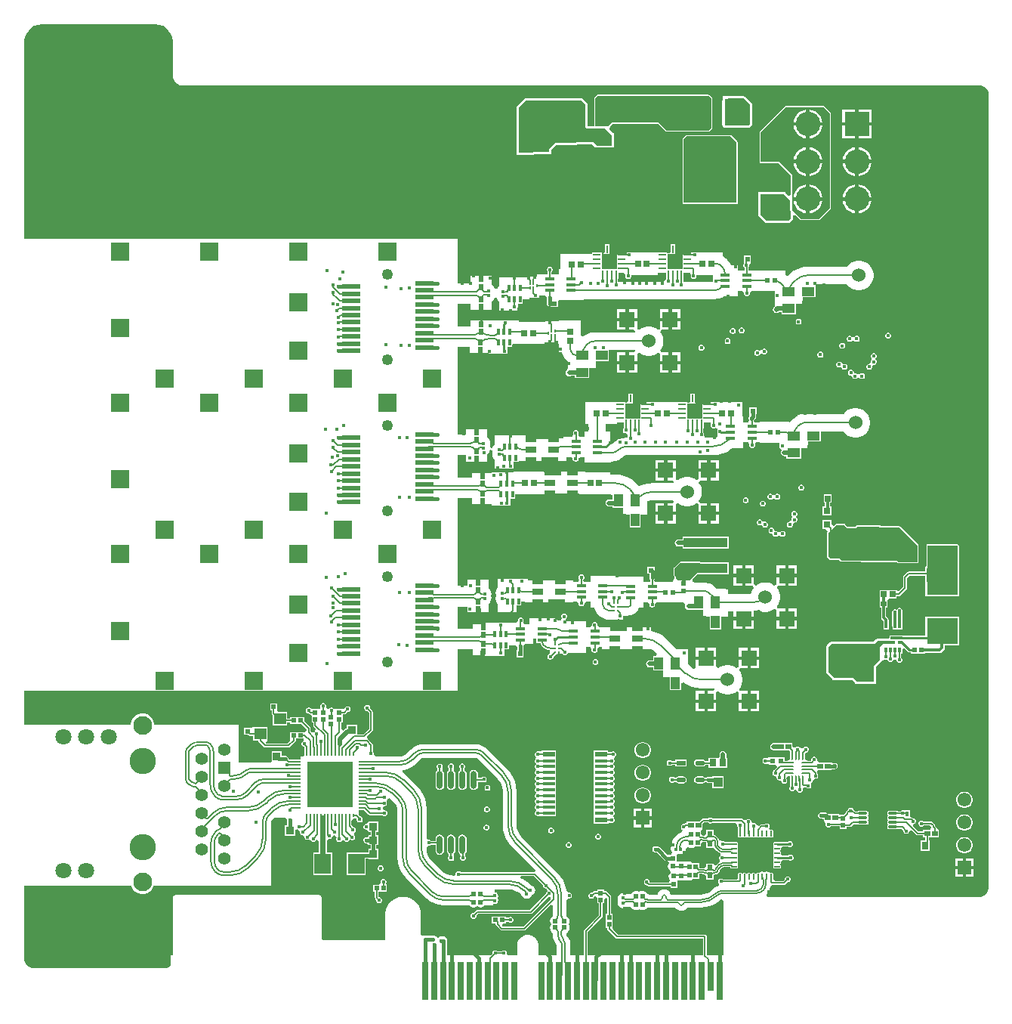
<source format=gtl>
G04*
G04 #@! TF.GenerationSoftware,Altium Limited,Altium Designer,24.4.1 (13)*
G04*
G04 Layer_Physical_Order=1*
G04 Layer_Color=255*
%FSLAX44Y44*%
%MOMM*%
G71*
G04*
G04 #@! TF.SameCoordinates,C8449213-8EB4-48FE-A7C1-A76CF94B410D*
G04*
G04*
G04 #@! TF.FilePolarity,Positive*
G04*
G01*
G75*
%ADD10C,0.1524*%
%ADD15R,1.9558X0.7112*%
%ADD16R,1.1684X0.6858*%
%ADD17R,0.3556X0.7112*%
%ADD18O,0.5000X0.2000*%
%ADD19R,5.2000X5.2000*%
%ADD20O,0.2000X0.5000*%
%ADD21R,2.0000X0.5000*%
%ADD22R,1.3500X0.6000*%
%ADD23R,1.3500X0.4000*%
%ADD25R,0.6000X0.6500*%
%ADD26R,0.6500X0.6000*%
%ADD27R,1.9062X1.5046*%
%ADD28R,1.7062X1.1046*%
%ADD29R,0.6725X0.7154*%
%ADD30R,0.5811X0.5121*%
%ADD31R,0.7000X0.7000*%
%ADD32R,1.7062X1.1546*%
%ADD33R,0.3500X0.6000*%
%ADD34R,1.4000X0.3500*%
%ADD35R,0.6000X0.3500*%
%ADD36R,1.5000X1.8500*%
%ADD37R,0.7000X0.6500*%
%ADD38R,1.3500X1.1000*%
%ADD39R,0.6725X0.7393*%
%ADD40R,0.8000X0.8000*%
%ADD41R,0.6725X0.6682*%
%ADD42R,3.5000X3.0000*%
%ADD43R,1.7780X1.7780*%
%ADD44C,1.5240*%
%ADD45R,0.6153X0.5725*%
%ADD46R,1.4000X1.0000*%
%ADD47R,1.4000X1.4000*%
%ADD48R,1.0500X0.4500*%
%ADD49R,0.7600X0.7200*%
%ADD50R,0.2540X0.8128*%
%ADD51R,0.8128X0.2540*%
%ADD52R,1.0000X1.4000*%
%ADD53R,1.4000X1.4000*%
%ADD54R,0.5121X0.5811*%
%ADD55R,0.7200X0.7600*%
%ADD56R,4.9000X1.1000*%
%ADD57R,0.5725X0.6153*%
%ADD58R,0.4541X0.3627*%
G04:AMPARAMS|DCode=59|XSize=0.2mm|YSize=0.6mm|CornerRadius=0.05mm|HoleSize=0mm|Usage=FLASHONLY|Rotation=0.000|XOffset=0mm|YOffset=0mm|HoleType=Round|Shape=RoundedRectangle|*
%AMROUNDEDRECTD59*
21,1,0.2000,0.5000,0,0,0.0*
21,1,0.1000,0.6000,0,0,0.0*
1,1,0.1000,0.0500,-0.2500*
1,1,0.1000,-0.0500,-0.2500*
1,1,0.1000,-0.0500,0.2500*
1,1,0.1000,0.0500,0.2500*
%
%ADD59ROUNDEDRECTD59*%
G04:AMPARAMS|DCode=60|XSize=0.2mm|YSize=0.6mm|CornerRadius=0.05mm|HoleSize=0mm|Usage=FLASHONLY|Rotation=90.000|XOffset=0mm|YOffset=0mm|HoleType=Round|Shape=RoundedRectangle|*
%AMROUNDEDRECTD60*
21,1,0.2000,0.5000,0,0,90.0*
21,1,0.1000,0.6000,0,0,90.0*
1,1,0.1000,0.2500,0.0500*
1,1,0.1000,0.2500,-0.0500*
1,1,0.1000,-0.2500,-0.0500*
1,1,0.1000,-0.2500,0.0500*
%
%ADD60ROUNDEDRECTD60*%
G04:AMPARAMS|DCode=61|XSize=0.2mm|YSize=0.7mm|CornerRadius=0.05mm|HoleSize=0mm|Usage=FLASHONLY|Rotation=90.000|XOffset=0mm|YOffset=0mm|HoleType=Round|Shape=RoundedRectangle|*
%AMROUNDEDRECTD61*
21,1,0.2000,0.6000,0,0,90.0*
21,1,0.1000,0.7000,0,0,90.0*
1,1,0.1000,0.3000,0.0500*
1,1,0.1000,0.3000,-0.0500*
1,1,0.1000,-0.3000,-0.0500*
1,1,0.1000,-0.3000,0.0500*
%
%ADD61ROUNDEDRECTD61*%
%ADD62R,0.5500X0.5500*%
%ADD63R,1.9900X2.3300*%
%ADD64R,0.7112X4.1910*%
%ADD65O,0.7000X2.0000*%
%ADD66R,0.9051X0.9062*%
%ADD67R,0.5500X0.5000*%
%ADD68R,0.5000X0.5500*%
%ADD69R,1.4000X1.2000*%
%ADD70R,0.5200X0.5200*%
%ADD71R,0.5200X0.5200*%
%ADD72R,0.9062X0.9051*%
%ADD73R,1.8545X2.2860*%
G04:AMPARAMS|DCode=74|XSize=0.3mm|YSize=1mm|CornerRadius=0.0495mm|HoleSize=0mm|Usage=FLASHONLY|Rotation=90.000|XOffset=0mm|YOffset=0mm|HoleType=Round|Shape=RoundedRectangle|*
%AMROUNDEDRECTD74*
21,1,0.3000,0.9010,0,0,90.0*
21,1,0.2010,1.0000,0,0,90.0*
1,1,0.0990,0.4505,0.1005*
1,1,0.0990,0.4505,-0.1005*
1,1,0.0990,-0.4505,-0.1005*
1,1,0.0990,-0.4505,0.1005*
%
%ADD74ROUNDEDRECTD74*%
%ADD75R,0.7500X0.9000*%
%ADD76R,0.4000X0.5000*%
%ADD77R,2.4892X0.9398*%
%ADD78R,5.9182X5.5118*%
%ADD79R,0.5500X0.5500*%
%ADD80R,1.0383X0.5321*%
G04:AMPARAMS|DCode=81|XSize=1.0383mm|YSize=0.5321mm|CornerRadius=0.2661mm|HoleSize=0mm|Usage=FLASHONLY|Rotation=0.000|XOffset=0mm|YOffset=0mm|HoleType=Round|Shape=RoundedRectangle|*
%AMROUNDEDRECTD81*
21,1,1.0383,0.0000,0,0,0.0*
21,1,0.5061,0.5321,0,0,0.0*
1,1,0.5321,0.2531,0.0000*
1,1,0.5321,-0.2531,0.0000*
1,1,0.5321,-0.2531,0.0000*
1,1,0.5321,0.2531,0.0000*
%
%ADD81ROUNDEDRECTD81*%
G04:AMPARAMS|DCode=82|XSize=0.24mm|YSize=0.6mm|CornerRadius=0.0504mm|HoleSize=0mm|Usage=FLASHONLY|Rotation=0.000|XOffset=0mm|YOffset=0mm|HoleType=Round|Shape=RoundedRectangle|*
%AMROUNDEDRECTD82*
21,1,0.2400,0.4992,0,0,0.0*
21,1,0.1392,0.6000,0,0,0.0*
1,1,0.1008,0.0696,-0.2496*
1,1,0.1008,-0.0696,-0.2496*
1,1,0.1008,-0.0696,0.2496*
1,1,0.1008,0.0696,0.2496*
%
%ADD82ROUNDEDRECTD82*%
G04:AMPARAMS|DCode=83|XSize=0.6mm|YSize=0.24mm|CornerRadius=0.0504mm|HoleSize=0mm|Usage=FLASHONLY|Rotation=0.000|XOffset=0mm|YOffset=0mm|HoleType=Round|Shape=RoundedRectangle|*
%AMROUNDEDRECTD83*
21,1,0.6000,0.1392,0,0,0.0*
21,1,0.4992,0.2400,0,0,0.0*
1,1,0.1008,0.2496,-0.0696*
1,1,0.1008,-0.2496,-0.0696*
1,1,0.1008,-0.2496,0.0696*
1,1,0.1008,0.2496,0.0696*
%
%ADD83ROUNDEDRECTD83*%
%ADD84R,1.6000X1.2500*%
%ADD85R,3.3000X2.4000*%
%ADD86R,1.4500X1.9000*%
%ADD87R,1.0000X0.7200*%
%ADD88R,1.1000X1.0500*%
%ADD89R,0.7500X0.8500*%
%ADD90R,1.0500X1.1000*%
%ADD91R,0.7112X3.2004*%
%ADD98R,0.2500X0.2500*%
%ADD99R,0.2286X0.3048*%
G04:AMPARAMS|DCode=122|XSize=3.1mm|YSize=3.1mm|CornerRadius=0.0465mm|HoleSize=0mm|Usage=FLASHONLY|Rotation=0.000|XOffset=0mm|YOffset=0mm|HoleType=Round|Shape=RoundedRectangle|*
%AMROUNDEDRECTD122*
21,1,3.1000,3.0070,0,0,0.0*
21,1,3.0070,3.1000,0,0,0.0*
1,1,0.0930,1.5035,-1.5035*
1,1,0.0930,-1.5035,-1.5035*
1,1,0.0930,-1.5035,1.5035*
1,1,0.0930,1.5035,1.5035*
%
%ADD122ROUNDEDRECTD122*%
%ADD139R,2.7500X2.7500*%
%ADD140C,2.7500*%
%ADD141C,0.1270*%
%ADD142C,0.1270*%
%ADD143C,0.1366*%
%ADD144C,0.3810*%
%ADD145C,0.5080*%
%ADD146C,0.2540*%
%ADD147C,0.1847*%
%ADD148C,0.1397*%
%ADD149C,0.4572*%
%ADD150C,0.2032*%
%ADD151C,0.3048*%
%ADD152C,0.3556*%
%ADD153R,1.5500X1.5500*%
%ADD154C,1.5500*%
%ADD155C,1.2500*%
%ADD156R,2.0000X2.0000*%
%ADD157C,2.9500*%
%ADD158C,1.8000*%
%ADD159C,2.1000*%
%ADD160C,1.4000*%
%ADD161C,6.3500*%
%ADD162C,0.4064*%
G36*
X721346Y822045D02*
X721346Y822045D01*
X721162Y821680D01*
X720941Y821460D01*
X720439Y820246D01*
X720438Y820246D01*
X717965Y818772D01*
X667418D01*
Y821945D01*
X667950D01*
Y828589D01*
X674365D01*
X674801Y828177D01*
X675853Y826049D01*
X675687Y825650D01*
Y824336D01*
X676190Y823122D01*
X677119Y822194D01*
X678333Y821691D01*
X679646D01*
X680860Y822194D01*
X681789Y823122D01*
X682291Y824336D01*
Y825650D01*
X682791Y826398D01*
X712357D01*
Y828689D01*
X721346D01*
Y822045D01*
D02*
G37*
G36*
X748277Y828277D02*
X749329Y826149D01*
X749163Y825750D01*
Y824436D01*
X749666Y823223D01*
X750595Y822294D01*
X751808Y821791D01*
X753122D01*
X754336Y822294D01*
X755265Y823223D01*
X755767Y824436D01*
Y825750D01*
X756236Y826452D01*
X773681D01*
Y818772D01*
X740894D01*
Y822045D01*
X741426D01*
Y828689D01*
X747841D01*
X748277Y828277D01*
D02*
G37*
G36*
X147363Y1107498D02*
X147396Y1107505D01*
X147428Y1107499D01*
X149485Y1107541D01*
X153550Y1106732D01*
X157409Y1105134D01*
X160883Y1102813D01*
X163837Y1099859D01*
X166157Y1096386D01*
X167756Y1092526D01*
X168571Y1088429D01*
Y1086345D01*
X168522Y1050854D01*
X168481Y1050094D01*
X168514Y1049866D01*
X168490Y1049637D01*
X168646Y1047960D01*
X168734Y1047667D01*
X168762Y1047362D01*
X169242Y1045748D01*
X169385Y1045477D01*
X169473Y1045183D01*
X170259Y1043694D01*
X170452Y1043456D01*
X170595Y1043185D01*
X171656Y1041878D01*
X171892Y1041682D01*
X172085Y1041445D01*
X173381Y1040369D01*
X173650Y1040224D01*
X173886Y1040028D01*
X175367Y1039226D01*
X175660Y1039136D01*
X175929Y1038990D01*
X177538Y1038493D01*
X177767Y1038469D01*
X177984Y1038390D01*
X178817Y1038262D01*
X179055Y1038273D01*
X179289Y1038226D01*
X1074143Y1038226D01*
X1074171Y1038232D01*
X1074200Y1038227D01*
X1075040Y1038242D01*
X1076695Y1037944D01*
X1078261Y1037329D01*
X1079676Y1036421D01*
X1080887Y1035254D01*
X1081847Y1033873D01*
X1082519Y1032331D01*
X1082877Y1030688D01*
X1082892Y1029876D01*
X1082892Y139306D01*
X1082892Y138361D01*
X1082524Y136508D01*
X1081801Y134762D01*
X1080751Y133191D01*
X1079415Y131855D01*
X1077844Y130805D01*
X1076098Y130082D01*
X1074245Y129713D01*
X1073300Y129714D01*
X834986D01*
X834077Y132254D01*
X834475Y132580D01*
X836447Y134983D01*
X837912Y137724D01*
X838814Y140698D01*
X840513Y142777D01*
X853523D01*
X854379Y142947D01*
X855105Y143432D01*
X857634Y145961D01*
X858430D01*
X859644Y146464D01*
X860573Y147393D01*
X861075Y148606D01*
Y149920D01*
X860573Y151133D01*
X859644Y152062D01*
X858430Y152565D01*
X857116D01*
X855903Y152062D01*
X854974Y151133D01*
X854471Y149920D01*
Y149124D01*
X852597Y147249D01*
X843702D01*
X843278Y147629D01*
X841965Y149620D01*
Y154612D01*
X841827Y155304D01*
X841435Y155890D01*
X840849Y156283D01*
X840156Y156420D01*
X838764D01*
X838477Y156363D01*
X836709Y157544D01*
X834461Y157991D01*
X832212Y157544D01*
X831961Y157376D01*
X831709Y157544D01*
X829461Y157991D01*
X827212Y157544D01*
X825444Y156363D01*
X825156Y156420D01*
X823764D01*
X823072Y156283D01*
X822486Y155890D01*
X821435D01*
X820849Y156283D01*
X820156Y156420D01*
X818764D01*
X818072Y156283D01*
X817486Y155890D01*
X816435D01*
X815849Y156283D01*
X815156Y156420D01*
X813764D01*
X813072Y156283D01*
X812486Y155890D01*
X811435D01*
X810849Y156283D01*
X810156Y156420D01*
X808764D01*
X808072Y156283D01*
X807486Y155890D01*
X806435D01*
X805849Y156283D01*
X805156Y156420D01*
X803764D01*
X803072Y156283D01*
X802486Y155890D01*
X802093Y155304D01*
X801956Y154612D01*
Y149620D01*
X799505Y148921D01*
X785393D01*
X784830Y149484D01*
X783616Y149987D01*
X782303D01*
X781089Y149484D01*
X780160Y148555D01*
X779658Y147342D01*
Y146028D01*
X780160Y144814D01*
X780714Y144261D01*
X780617Y142487D01*
X780275Y141474D01*
X778304Y140876D01*
X775153Y139192D01*
X772560Y137063D01*
X772362Y136931D01*
X770493Y135311D01*
X769867Y134798D01*
X766967Y133248D01*
X763821Y132293D01*
X760773Y131993D01*
X760549Y132038D01*
X726920D01*
X726899Y132195D01*
X726122Y134072D01*
X724885Y135684D01*
X723273Y136921D01*
X721396Y137698D01*
X720070Y137873D01*
X719382Y138010D01*
X718693Y137873D01*
X717367Y137698D01*
X715490Y136921D01*
X713878Y135684D01*
X712642Y134072D01*
X711864Y132195D01*
X711843Y132038D01*
X702389D01*
X702227Y132146D01*
X702022Y132187D01*
X701730Y132308D01*
X701663Y132317D01*
X701567Y132357D01*
X701169Y132952D01*
X699868Y134253D01*
X699162Y134725D01*
X698451Y135271D01*
X698173Y135386D01*
X697962Y135527D01*
X697712Y135576D01*
X696847Y135935D01*
X695125Y136162D01*
Y136218D01*
X692876Y135771D01*
X692775Y135703D01*
X691470Y134831D01*
X690164Y135703D01*
X690063Y135771D01*
X687814Y136218D01*
Y136162D01*
X686093Y135935D01*
X685227Y135576D01*
X684977Y135527D01*
X684766Y135386D01*
X684488Y135271D01*
X683777Y134725D01*
X683071Y134253D01*
X681772Y132954D01*
X681531Y132594D01*
X677381D01*
X677011Y132878D01*
X675180Y133636D01*
X673216Y133895D01*
Y133943D01*
X670967Y133496D01*
X670869Y133429D01*
X669061Y132222D01*
X667787Y130315D01*
X667340Y128067D01*
X667787Y125818D01*
X668067Y125400D01*
X667787Y124981D01*
X667340Y122733D01*
X667787Y120484D01*
X669061Y118578D01*
X670869Y117370D01*
X670967Y117304D01*
X673216Y116857D01*
Y116905D01*
X675180Y117163D01*
X677011Y117922D01*
X677381Y118206D01*
X681531D01*
X681772Y117846D01*
X683071Y116546D01*
X683777Y116075D01*
X684488Y115529D01*
X684766Y115414D01*
X684977Y115273D01*
X685227Y115223D01*
X686093Y114864D01*
X687814Y114638D01*
Y114582D01*
X690063Y115029D01*
X690164Y115097D01*
X691470Y115969D01*
X692775Y115097D01*
X692876Y115029D01*
X695125Y114582D01*
Y114638D01*
X696847Y114864D01*
X697712Y115223D01*
X697962Y115273D01*
X698173Y115414D01*
X698451Y115529D01*
X699162Y116075D01*
X699868Y116546D01*
X700972Y117650D01*
X732100D01*
X733313Y116069D01*
X734925Y114832D01*
X736802Y114055D01*
X738127Y113881D01*
X738816Y113743D01*
X739505Y113881D01*
X740830Y114055D01*
X742707Y114832D01*
X744319Y116069D01*
X745532Y117650D01*
X760586D01*
X760731Y117679D01*
X765434Y118049D01*
X770162Y119184D01*
X774654Y121045D01*
X778800Y123585D01*
X780636Y125153D01*
X782483Y126713D01*
X782509Y126730D01*
X784022Y126817D01*
X786122Y124837D01*
Y64426D01*
X767364D01*
Y85000D01*
X767194Y85856D01*
X766709Y86581D01*
X765984Y87066D01*
X765128Y87236D01*
X667270D01*
X661993Y92513D01*
X661674Y94921D01*
X661674D01*
Y102421D01*
Y110461D01*
X660140D01*
Y129328D01*
X659970Y130184D01*
X659485Y130910D01*
X659485Y130910D01*
X655151Y135243D01*
X654426Y135728D01*
X653570Y135898D01*
X651942D01*
Y137682D01*
X644402D01*
Y135898D01*
X641414D01*
X640559Y135728D01*
X639833Y135243D01*
X638619Y134029D01*
X638560Y134053D01*
X637247D01*
X636033Y133550D01*
X635104Y132621D01*
X634602Y131408D01*
Y130094D01*
X635104Y128881D01*
X636033Y127952D01*
X637247Y127449D01*
X638560D01*
X639774Y127952D01*
X640703Y128881D01*
X641206Y130094D01*
X641862Y130193D01*
X644402Y128165D01*
Y122142D01*
X645842D01*
Y108719D01*
X629811Y92688D01*
X629306Y91932D01*
X629129Y91040D01*
Y64426D01*
X614192D01*
Y76764D01*
X614162Y76914D01*
X613776Y79847D01*
X612586Y82718D01*
X610786Y85065D01*
X610701Y85192D01*
X610691Y85202D01*
X610626Y85245D01*
X610155Y85950D01*
X609990Y86781D01*
X610005Y86858D01*
Y88605D01*
X611520Y90518D01*
X611520Y90518D01*
X612917Y92607D01*
X613407Y95073D01*
X613395D01*
X612952Y97303D01*
X611936Y98823D01*
X612952Y100343D01*
X613395Y102573D01*
X612952Y104803D01*
X611784Y106551D01*
X611688Y106693D01*
X610008Y108401D01*
X610005Y108402D01*
Y125915D01*
X612187Y127760D01*
X613501D01*
X614714Y128263D01*
X615643Y129192D01*
X616146Y130405D01*
Y131719D01*
X615643Y132933D01*
X614714Y133862D01*
X613501Y134364D01*
X612187D01*
X609670Y135877D01*
X609571Y137138D01*
X608291Y142468D01*
X606193Y147533D01*
X603329Y152207D01*
X599792Y156348D01*
X599772Y156378D01*
X559566Y196584D01*
X559339Y196735D01*
X557066Y199506D01*
X555250Y202903D01*
X554131Y206590D01*
X553780Y210156D01*
X553833Y210424D01*
Y248066D01*
X553826Y248101D01*
X553399Y253531D01*
X552119Y258861D01*
X550022Y263925D01*
X547157Y268599D01*
X543620Y272740D01*
X543600Y272771D01*
X521684Y294687D01*
X521543Y294782D01*
X518673Y297136D01*
X515252Y298965D01*
X511540Y300091D01*
X507846Y300455D01*
X507679Y300488D01*
X449500D01*
X449371Y300462D01*
X445488Y300080D01*
X441631Y298910D01*
X438075Y297009D01*
X435059Y294534D01*
X434950Y294461D01*
X430838Y290350D01*
X430687Y290123D01*
X428396Y288365D01*
X425479Y287157D01*
X422616Y286780D01*
X422349Y286833D01*
X395391D01*
X395331Y286876D01*
X393903Y289373D01*
X393930Y289438D01*
Y290751D01*
X393427Y291965D01*
X392864Y292528D01*
Y299784D01*
X392694Y300639D01*
X392209Y301365D01*
X387506Y306068D01*
X386946Y306442D01*
X386745Y306678D01*
X386089Y309014D01*
X386102Y309190D01*
X392093Y315181D01*
X392542Y315854D01*
X392700Y316646D01*
X392700Y316646D01*
Y337150D01*
X392542Y337943D01*
X392093Y338615D01*
X392093Y338615D01*
X389813Y340895D01*
Y341924D01*
X389310Y343138D01*
X388381Y344067D01*
X387168Y344569D01*
X385854D01*
X384641Y344067D01*
X383712Y343138D01*
X383209Y341924D01*
Y340610D01*
X383712Y339397D01*
X384641Y338468D01*
X385854Y337965D01*
X386883D01*
X388556Y336292D01*
Y317505D01*
X382396Y311344D01*
X375148D01*
Y322122D01*
X363546D01*
Y318149D01*
X362444Y317930D01*
X361184Y317088D01*
X360080Y315984D01*
X357540Y317036D01*
Y324541D01*
X359074D01*
Y333825D01*
X360774D01*
X361630Y333995D01*
X362355Y334480D01*
X364357Y336481D01*
X365153D01*
X366367Y336984D01*
X367296Y337913D01*
X367799Y339127D01*
Y340440D01*
X367296Y341654D01*
X366367Y342583D01*
X365153Y343085D01*
X363840D01*
X362626Y342583D01*
X361697Y341654D01*
X361385Y340899D01*
X359074Y340081D01*
X359074Y340081D01*
X359074Y340081D01*
X351534D01*
X351534Y340081D01*
X349086Y340304D01*
X348185Y341206D01*
X346972Y341708D01*
X345658D01*
X344444Y341206D01*
X343515Y340277D01*
X343493Y340224D01*
X341013Y340080D01*
X340422Y342598D01*
Y343912D01*
X339920Y345125D01*
X338991Y346054D01*
X337777Y346557D01*
X336463D01*
X335250Y346054D01*
X334321Y345125D01*
X333818Y343912D01*
Y342598D01*
X333473Y340080D01*
X331874Y340081D01*
Y340081D01*
X324334D01*
Y340081D01*
X322791Y340923D01*
X321577Y341426D01*
X320263D01*
X319050Y340923D01*
X318121Y339995D01*
X317618Y338781D01*
Y337467D01*
X318121Y336254D01*
X319050Y335325D01*
X320263Y334822D01*
X321060D01*
X321402Y334479D01*
X322128Y333995D01*
X322984Y333824D01*
X324334Y331904D01*
Y324541D01*
X325868D01*
Y321806D01*
X326038Y320950D01*
X326523Y320225D01*
X328822Y317926D01*
X328825Y317913D01*
X328078Y315078D01*
X328065Y315072D01*
X327136Y314143D01*
X324778Y314110D01*
X323157Y315443D01*
Y318134D01*
X322986Y318990D01*
X322502Y319716D01*
X322501Y319716D01*
X315640Y326577D01*
Y330955D01*
X300100D01*
Y329421D01*
X296769D01*
Y336455D01*
X286334D01*
X285481Y338642D01*
X285481D01*
Y346382D01*
X277741D01*
Y338642D01*
X279375D01*
Y335073D01*
X279545Y334217D01*
X280030Y333492D01*
X280229Y333292D01*
Y321915D01*
X296769D01*
Y324949D01*
X300100D01*
Y323415D01*
X312477D01*
X318684Y317208D01*
Y316376D01*
X316320Y314177D01*
X315640Y314249D01*
X315640Y314249D01*
X300100D01*
Y306709D01*
X300100D01*
X300175Y304169D01*
X297510Y301504D01*
X273836D01*
X273183Y302375D01*
X274452Y304915D01*
X274769D01*
Y319455D01*
X258372D01*
X258229Y319455D01*
X258229Y319455D01*
X256020Y319001D01*
Y319000D01*
X248280D01*
Y311261D01*
X252857D01*
X253515Y310603D01*
X254240Y310119D01*
X255096Y309948D01*
X258229D01*
Y304915D01*
X264263D01*
Y304487D01*
X264433Y303631D01*
X264918Y302906D01*
X270137Y297687D01*
X270137Y297687D01*
X270863Y297202D01*
X271718Y297032D01*
X271719Y297032D01*
X298437D01*
X299293Y297202D01*
X300018Y297687D01*
X305701Y303370D01*
X306186Y304095D01*
X306356Y304951D01*
Y306709D01*
X315150D01*
X315573Y304345D01*
X314360Y303842D01*
X313431Y302913D01*
X312928Y301699D01*
Y300386D01*
X313431Y299172D01*
X314360Y298243D01*
X315573Y297741D01*
X315770D01*
X316384Y297126D01*
Y291244D01*
X316306Y290851D01*
Y287851D01*
X314120Y286565D01*
X311702Y286487D01*
X311209Y286487D01*
X311620Y286485D01*
Y283416D01*
X308870D01*
X308477Y283337D01*
X299400D01*
X298160Y284578D01*
Y284933D01*
X297657Y286147D01*
X296728Y287076D01*
X295514Y287578D01*
X294201D01*
X294162Y287562D01*
X290812D01*
Y292432D01*
X279222D01*
Y280830D01*
X276990Y280085D01*
X242195D01*
Y322484D01*
X147543D01*
Y323467D01*
X146654Y326783D01*
X144937Y329757D01*
X142510Y332184D01*
X139536Y333901D01*
X136220Y334790D01*
X132786D01*
X129470Y333901D01*
X126496Y332184D01*
X124068Y329757D01*
X122352Y326783D01*
X121463Y323467D01*
Y322484D01*
X1878D01*
Y360541D01*
X487518D01*
Y406808D01*
X504582D01*
Y400607D01*
X518751D01*
Y399143D01*
X540087D01*
Y406763D01*
X545466D01*
Y411589D01*
X552367D01*
X553467Y411153D01*
X554714Y409723D01*
Y409344D01*
X554779Y409188D01*
Y406401D01*
X554185D01*
Y398050D01*
X561847D01*
Y406401D01*
X561253D01*
Y409188D01*
X561318Y409344D01*
Y410658D01*
X563259Y412610D01*
X572599D01*
Y419110D01*
X575939D01*
Y413730D01*
X580690D01*
X580735Y413387D01*
X581446Y411672D01*
X582576Y410199D01*
X582534Y410156D01*
X585468Y407905D01*
X588885Y406489D01*
X590971Y406215D01*
Y401893D01*
X589863Y401369D01*
X588934Y400440D01*
X588432Y399227D01*
Y397913D01*
X588934Y396700D01*
X589863Y395771D01*
X591077Y395268D01*
X592390D01*
X593604Y395771D01*
X594533Y396700D01*
X595036Y397913D01*
Y398942D01*
X597607Y401513D01*
X599631D01*
Y401893D01*
X605263D01*
X606096Y401060D01*
X607310Y400558D01*
X608623D01*
X609837Y401060D01*
X610670Y401893D01*
X611251D01*
Y403009D01*
X631740D01*
Y409509D01*
X636534D01*
X638081Y407026D01*
Y405712D01*
X638583Y404499D01*
X639512Y403570D01*
X640726Y403067D01*
X642040D01*
X643253Y403570D01*
X644182Y404499D01*
X644685Y405712D01*
Y407026D01*
X646232Y409509D01*
X649634D01*
Y406613D01*
X704498D01*
X704498Y406613D01*
Y406613D01*
X704498Y406613D01*
X706817Y406081D01*
X708367Y404809D01*
X708451Y404699D01*
X711267Y401884D01*
X710295Y399537D01*
X706854D01*
Y394524D01*
X702997D01*
X701510Y394229D01*
X700250Y393386D01*
X699408Y392126D01*
X699112Y390639D01*
X699408Y389153D01*
X700250Y387893D01*
X701510Y387051D01*
X702997Y386755D01*
X706854D01*
Y382997D01*
X718234D01*
Y375377D01*
X725854D01*
Y360997D01*
X738394D01*
Y368753D01*
X740934Y369645D01*
X745104Y367089D01*
X750183Y364986D01*
X755528Y363702D01*
X761009Y363271D01*
Y363297D01*
X774974D01*
X775598Y362744D01*
X775390Y361655D01*
X774134Y360204D01*
X768300D01*
Y350679D01*
X777825D01*
X777825Y358302D01*
Y358415D01*
Y358415D01*
X777825Y358663D01*
X779051Y359461D01*
X780365Y359836D01*
X782705Y358273D01*
X785710Y357028D01*
X788899Y356394D01*
X792151D01*
X795341Y357028D01*
X798346Y358273D01*
X800685Y359836D01*
X801999Y359461D01*
X803225Y358663D01*
X803225Y358415D01*
X803225Y358415D01*
X803225Y358302D01*
Y350679D01*
X812750D01*
Y360204D01*
X805127Y360204D01*
X805014D01*
X805014D01*
X804766Y360204D01*
X803968Y361430D01*
X803593Y362744D01*
X805156Y365084D01*
X806401Y368088D01*
X807035Y371278D01*
Y374530D01*
X806401Y377720D01*
X805156Y380724D01*
X803593Y383064D01*
X803968Y384378D01*
X804766Y385604D01*
X805014Y385604D01*
X805014Y385604D01*
X805127Y385604D01*
X812750D01*
Y395129D01*
X803225D01*
X803225Y387506D01*
Y387393D01*
Y387393D01*
X803225Y387145D01*
X801999Y386346D01*
X800685Y385972D01*
X798346Y387535D01*
X795341Y388779D01*
X792151Y389414D01*
X788899D01*
X785710Y388779D01*
X782705Y387535D01*
X780365Y385972D01*
X779051Y386346D01*
X777825Y387145D01*
Y395129D01*
X754965D01*
Y386558D01*
X752728Y384874D01*
X752217Y385146D01*
X749925Y387027D01*
X749842Y387137D01*
X746014Y390964D01*
Y407157D01*
X733167D01*
X722038Y418286D01*
X722056Y418304D01*
X717876Y421875D01*
X713189Y424747D01*
X708110Y426851D01*
X704498Y427718D01*
Y431251D01*
X655741D01*
Y431789D01*
X646949D01*
X644814Y433271D01*
Y434584D01*
X644311Y435798D01*
X643382Y436727D01*
X642169Y437230D01*
X640855D01*
X639641Y436727D01*
X638713Y435798D01*
X638210Y434584D01*
Y433271D01*
X636074Y431789D01*
X631740D01*
Y438289D01*
X609129D01*
X608624Y440829D01*
X609156Y441049D01*
X610085Y441978D01*
X610588Y443192D01*
Y444505D01*
X610085Y445719D01*
X609156Y446648D01*
X607943Y447151D01*
X606629D01*
X605415Y446648D01*
X604486Y445719D01*
X603984Y444505D01*
Y443192D01*
X604486Y441978D01*
X603533Y439339D01*
X603005Y439058D01*
X601466Y439526D01*
X598488Y439819D01*
X596599Y441390D01*
X596599Y441390D01*
X596599Y441390D01*
X568319D01*
Y434889D01*
X562633D01*
X561427Y437276D01*
X561930Y438489D01*
Y439803D01*
X561427Y441016D01*
X560498Y441945D01*
X559285Y442448D01*
X557971D01*
X556757Y441945D01*
X555828Y441016D01*
X555326Y439803D01*
Y438489D01*
X553397Y436507D01*
X553086Y436481D01*
Y436481D01*
X518751D01*
Y435127D01*
X504746D01*
Y429832D01*
X487518D01*
Y454808D01*
X498946D01*
Y448164D01*
X522726D01*
Y457588D01*
X522902Y457723D01*
X524429Y459713D01*
X525388Y462030D01*
X525716Y464516D01*
X525450Y466535D01*
X525716Y468554D01*
X525388Y471040D01*
X524429Y473357D01*
X522902Y475347D01*
X522726Y475482D01*
Y484906D01*
X498946D01*
Y477832D01*
X487518D01*
Y576268D01*
X503779D01*
Y569710D01*
X525679D01*
Y567782D01*
X547015D01*
Y575402D01*
X552395D01*
Y580228D01*
X560015D01*
Y580884D01*
X585727D01*
Y581055D01*
X624025D01*
Y580554D01*
X659205D01*
Y580554D01*
X661539Y580057D01*
Y574557D01*
X657502D01*
X656016Y574261D01*
X654755Y573419D01*
X653913Y572159D01*
X653618Y570672D01*
X653913Y569185D01*
X654755Y567925D01*
X656016Y567083D01*
X657502Y566787D01*
X661539D01*
Y565560D01*
X672919D01*
Y557940D01*
X680539D01*
Y543560D01*
X693079D01*
Y557940D01*
X700699D01*
Y572614D01*
X700998Y572774D01*
X703967Y573674D01*
X706918Y573965D01*
X707054Y573947D01*
X729580D01*
X730204Y573394D01*
X729996Y572305D01*
X728740Y570854D01*
X722906D01*
Y561329D01*
X732431D01*
X732431Y568952D01*
Y569065D01*
Y569065D01*
X732431Y569313D01*
X733657Y570112D01*
X734971Y570486D01*
X737311Y568923D01*
X740315Y567678D01*
X743505Y567044D01*
X746757D01*
X749947Y567678D01*
X752952Y568923D01*
X755291Y570486D01*
X756605Y570112D01*
X757831Y569313D01*
X757831Y569065D01*
X757831Y569065D01*
X757831Y568952D01*
Y561329D01*
X767356D01*
Y570854D01*
X759733Y570854D01*
X759620D01*
X759620D01*
X759372Y570854D01*
X758574Y572080D01*
X758199Y573394D01*
X759762Y575734D01*
X761007Y578738D01*
X761641Y581928D01*
Y585180D01*
X761007Y588370D01*
X759762Y591374D01*
X758199Y593714D01*
X758574Y595028D01*
X759372Y596254D01*
X759620Y596254D01*
X759620Y596254D01*
X759733Y596254D01*
X767356D01*
Y605779D01*
X757831D01*
X757831Y598156D01*
Y598043D01*
Y598043D01*
X757831Y597795D01*
X756605Y596997D01*
X755291Y596622D01*
X752952Y598185D01*
X749947Y599430D01*
X746757Y600064D01*
X743505D01*
X740315Y599430D01*
X737311Y598185D01*
X734971Y596622D01*
X733657Y596997D01*
X732431Y597795D01*
X732431Y598043D01*
X732431Y598043D01*
X732431Y598156D01*
Y605779D01*
X722906D01*
Y596254D01*
X728740D01*
X729996Y594803D01*
X730204Y593714D01*
X729580Y593161D01*
X707054D01*
Y593187D01*
X701574Y592756D01*
X696228Y591472D01*
X691998Y589720D01*
X690790D01*
X689524Y591263D01*
X688944Y591970D01*
D01*
X687801Y593081D01*
X687795Y593087D01*
X687109Y593672D01*
X683891Y596421D01*
X679513Y599104D01*
X674770Y601069D01*
X669777Y602267D01*
X664659Y602670D01*
Y602651D01*
X659205D01*
Y605534D01*
X630957D01*
Y605693D01*
X585727D01*
Y605864D01*
X550547D01*
Y605120D01*
X525679D01*
Y604442D01*
X503574D01*
Y599292D01*
X487518D01*
Y624268D01*
X497150D01*
Y616647D01*
X520930D01*
Y625692D01*
X521676Y626264D01*
X523202Y628253D01*
X524016Y630218D01*
X524162Y630570D01*
X526609Y630115D01*
X526564Y629780D01*
X526830Y627761D01*
X526564Y625742D01*
X526892Y623256D01*
X527852Y620939D01*
X529378Y618949D01*
X529541Y618824D01*
Y609092D01*
X550877D01*
Y616712D01*
X556257D01*
Y618025D01*
X609718D01*
Y622407D01*
X614766D01*
X616988Y621132D01*
Y619819D01*
X617490Y618605D01*
X618419Y617676D01*
X619633Y617174D01*
X620947D01*
X622160Y617676D01*
X623089Y618605D01*
X623592Y619819D01*
Y621132D01*
X625813Y622407D01*
X630251D01*
Y615907D01*
X658531D01*
Y615907D01*
X660480Y617334D01*
X664167Y617697D01*
X668109Y618893D01*
X671742Y620835D01*
X674926Y623448D01*
X674926D01*
X677073Y624396D01*
X677123Y624406D01*
X677178Y624399D01*
X773843D01*
Y624374D01*
X779344Y624807D01*
X784709Y626095D01*
X789806Y628206D01*
X794510Y631089D01*
X795947Y632316D01*
X807826D01*
Y638816D01*
X813297D01*
X813458Y638691D01*
X814785Y636276D01*
X814718Y636115D01*
Y634801D01*
X815221Y633588D01*
X816150Y632659D01*
X817364Y632156D01*
X818677D01*
X819891Y632659D01*
X820820Y633588D01*
X821322Y634801D01*
Y636115D01*
X821256Y636276D01*
X822583Y638691D01*
X822744Y638816D01*
X826740D01*
Y638204D01*
X848726D01*
Y632196D01*
X849708D01*
X850183Y631557D01*
X850834Y629656D01*
X850352Y628935D01*
X850056Y627448D01*
X850352Y625962D01*
X851194Y624701D01*
X851556Y624339D01*
X852816Y623497D01*
X854303Y623201D01*
X856346D01*
Y620816D01*
X872886D01*
Y632196D01*
X880506D01*
Y639816D01*
X894886D01*
Y650973D01*
X920501D01*
X921028Y650183D01*
X923328Y647884D01*
X926032Y646077D01*
X929036Y644833D01*
X932226Y644198D01*
X935478D01*
X938668Y644833D01*
X941673Y646077D01*
X944377Y647884D01*
X946676Y650183D01*
X948483Y652888D01*
X949728Y655892D01*
X950362Y659082D01*
Y662334D01*
X949728Y665524D01*
X948483Y668529D01*
X946676Y671233D01*
X944377Y673532D01*
X941673Y675339D01*
X938668Y676584D01*
X935478Y677218D01*
X932226D01*
X929036Y676584D01*
X926032Y675339D01*
X923328Y673532D01*
X921028Y671233D01*
X920501Y670443D01*
X875974D01*
X875869Y670429D01*
X872742Y670122D01*
X869634Y669179D01*
X866770Y667648D01*
X864341Y665654D01*
X864257Y665590D01*
X862042Y663375D01*
X862042Y663375D01*
X862017Y663399D01*
X860315Y661325D01*
X859244Y661708D01*
Y661708D01*
X826740D01*
Y661096D01*
X820811D01*
X820194Y663636D01*
X820308Y663750D01*
X820422Y664024D01*
X821570Y665172D01*
X822272Y666222D01*
X822518Y667461D01*
Y670135D01*
X823456D01*
Y677797D01*
X815106D01*
Y670135D01*
X815106Y670135D01*
X814900Y667681D01*
X814710Y667491D01*
X814207Y666277D01*
Y664964D01*
X814710Y663750D01*
X814824Y663636D01*
X813772Y661096D01*
X807826D01*
Y667596D01*
X806713D01*
Y683659D01*
X771533D01*
Y681433D01*
X755799D01*
X754333Y682103D01*
X753663Y683568D01*
Y693077D01*
X748583D01*
X748583Y684243D01*
X746043Y682734D01*
X744987Y683308D01*
Y683813D01*
X734319D01*
Y683659D01*
X699824D01*
Y681626D01*
X686122D01*
X684656Y682296D01*
X683987Y683762D01*
Y693270D01*
X678906D01*
X678906Y684437D01*
X676367Y682927D01*
X675311Y683502D01*
Y684006D01*
X664642D01*
Y683956D01*
X631021D01*
Y658976D01*
X634656D01*
Y651187D01*
X630251D01*
Y644687D01*
X623792D01*
X623013Y647227D01*
X623184Y647397D01*
X623686Y648610D01*
Y649924D01*
X623184Y651138D01*
X622255Y652066D01*
X621041Y652569D01*
X619727D01*
X618514Y652066D01*
X617585Y651138D01*
X617082Y649924D01*
Y648610D01*
X617585Y647397D01*
X617755Y647227D01*
X616956Y644687D01*
X606251D01*
Y643282D01*
X602717D01*
Y643298D01*
X598682Y642901D01*
X597899Y642663D01*
X563877D01*
Y646430D01*
X529541D01*
Y636698D01*
X529378Y636573D01*
X527852Y634583D01*
X527038Y632618D01*
X526892Y632266D01*
X524445Y632722D01*
X524490Y633057D01*
X524224Y635076D01*
X524490Y637094D01*
X524162Y639581D01*
X523202Y641898D01*
X521676Y643888D01*
X520930Y644460D01*
Y653505D01*
X497150D01*
Y647292D01*
X487518D01*
Y745728D01*
X501552D01*
Y738589D01*
X522524D01*
Y737960D01*
X543860D01*
Y745580D01*
X549239D01*
Y746583D01*
X549851Y748869D01*
X585031D01*
Y750746D01*
X599442D01*
X601272Y749029D01*
Y740059D01*
X604886D01*
X605642Y737566D01*
X607629Y733850D01*
X610302Y730592D01*
X610290Y730580D01*
X611438Y729700D01*
Y722350D01*
X611438Y722350D01*
X610920Y720025D01*
X610864Y719987D01*
X610215Y719339D01*
X609373Y718079D01*
X609077Y716592D01*
X609373Y715105D01*
X610215Y713845D01*
X611476Y713003D01*
X612962Y712707D01*
X614449Y713003D01*
X614977Y713356D01*
X619058D01*
Y710970D01*
X635598D01*
Y722350D01*
X643218D01*
Y729970D01*
X657598D01*
Y742413D01*
X686461D01*
X686985Y741989D01*
X686933Y741305D01*
X685503Y739449D01*
X679824D01*
Y729924D01*
X689349D01*
X689349Y737547D01*
Y737660D01*
Y737660D01*
X689349Y737908D01*
X690575Y738706D01*
X691889Y739081D01*
X694229Y737518D01*
X697233Y736273D01*
X700423Y735639D01*
X703675D01*
X706865Y736273D01*
X709870Y737518D01*
X712209Y739081D01*
X713523Y738706D01*
X714749Y737908D01*
X714749Y737660D01*
X714749Y737660D01*
X714749Y737547D01*
Y729924D01*
X724274D01*
Y739449D01*
X716651Y739449D01*
X716538D01*
X716538D01*
X716290Y739449D01*
X715492Y740675D01*
X715117Y741989D01*
X716680Y744328D01*
X717925Y747333D01*
X718559Y750523D01*
Y753775D01*
X717925Y756964D01*
X716680Y759969D01*
X715117Y762309D01*
X715492Y763623D01*
X716290Y764849D01*
X716538Y764849D01*
X716538Y764849D01*
X716651Y764849D01*
X724274D01*
Y774374D01*
X714749D01*
X714749Y766750D01*
Y766638D01*
Y766638D01*
X714749Y766390D01*
X713523Y765591D01*
X712209Y765217D01*
X709870Y766780D01*
X706865Y768024D01*
X703675Y768659D01*
X700423D01*
X697233Y768024D01*
X694229Y766780D01*
X691889Y765217D01*
X690575Y765591D01*
X689349Y766390D01*
X689349Y766638D01*
X689349Y766638D01*
X689349Y766750D01*
Y774374D01*
X679824D01*
Y764849D01*
X685503D01*
X686933Y762992D01*
X686985Y762309D01*
X686461Y761884D01*
X641277D01*
Y761900D01*
X637243Y761503D01*
X633364Y760326D01*
X629789Y758416D01*
X628792Y757597D01*
X626251Y758798D01*
Y765439D01*
Y775239D01*
X601272D01*
Y774074D01*
X587478D01*
X587076Y774074D01*
Y774074D01*
X585031Y773850D01*
Y773849D01*
X556859D01*
Y775298D01*
X522524D01*
Y775053D01*
X501905D01*
Y768753D01*
X487518D01*
Y793728D01*
X501905D01*
Y786850D01*
X525685D01*
Y795997D01*
X527076Y797065D01*
X528603Y799054D01*
X529215Y800533D01*
X530757Y800656D01*
X531899Y800376D01*
X532710Y798418D01*
X534237Y796428D01*
X534371Y796326D01*
Y786571D01*
X555707D01*
Y794191D01*
X561087D01*
Y799017D01*
X568707D01*
Y801098D01*
X578937D01*
Y803598D01*
X585747D01*
X587518Y801862D01*
X587702Y801500D01*
Y800368D01*
X587767Y800212D01*
Y794337D01*
X588014Y793098D01*
X588715Y792048D01*
X589766Y791347D01*
X591004Y791100D01*
X591731D01*
Y790507D01*
X600081D01*
Y795730D01*
X600983Y797896D01*
X602509Y797896D01*
X629263D01*
Y799301D01*
X775107D01*
Y799271D01*
X779720Y799725D01*
X784156Y801071D01*
X786169Y802147D01*
X801961D01*
Y808646D01*
X806872D01*
X808621Y806365D01*
Y805051D01*
X809123Y803838D01*
X810052Y802909D01*
X811266Y802406D01*
X812579D01*
X813793Y802909D01*
X814722Y803838D01*
X815225Y805051D01*
Y806365D01*
X816973Y808646D01*
X822749D01*
Y808034D01*
X843231D01*
Y793610D01*
X843231D01*
X843354Y791070D01*
X842478Y790195D01*
X841636Y788934D01*
X841341Y787448D01*
X841636Y785961D01*
X842478Y784701D01*
X843739Y783859D01*
X845225Y783563D01*
X846712Y783859D01*
X847844Y784615D01*
X850851D01*
Y782230D01*
X867391D01*
Y793610D01*
X875011D01*
Y801230D01*
X889391D01*
Y813770D01*
X889391D01*
X889957Y816076D01*
X924265D01*
X924792Y815287D01*
X927092Y812987D01*
X929796Y811180D01*
X932801Y809936D01*
X935991Y809301D01*
X939243D01*
X942432Y809936D01*
X945437Y811180D01*
X948141Y812987D01*
X950441Y815287D01*
X952248Y817991D01*
X953492Y820995D01*
X954127Y824185D01*
Y827437D01*
X953492Y830627D01*
X952248Y833632D01*
X950441Y836336D01*
X948141Y838635D01*
X945437Y840442D01*
X942432Y841687D01*
X939243Y842321D01*
X935991D01*
X932801Y841687D01*
X929796Y840442D01*
X927092Y838635D01*
X924792Y836336D01*
X924265Y835546D01*
X879772D01*
Y835550D01*
X875371Y835203D01*
X871078Y834173D01*
X866999Y832483D01*
X863235Y830176D01*
X859878Y827309D01*
X859878Y827309D01*
X858070Y825542D01*
X857695Y825261D01*
X855254Y826273D01*
Y831539D01*
X822749D01*
Y830927D01*
X813892D01*
Y834907D01*
X814144Y835158D01*
X814646Y836372D01*
Y837686D01*
X816541Y839749D01*
X816809D01*
Y848099D01*
X809147D01*
Y839749D01*
X808545Y838899D01*
X808545Y838899D01*
X808042Y837686D01*
Y836372D01*
X808545Y835158D01*
X809474Y834230D01*
X809749Y834116D01*
Y830927D01*
X801961D01*
Y837427D01*
X794731D01*
X793525Y839684D01*
X791171Y842551D01*
X790526Y843338D01*
X789485Y844393D01*
D01*
X788679Y845011D01*
X786425Y846741D01*
X784918Y847365D01*
Y851432D01*
X749738D01*
Y849009D01*
X733562D01*
X732096Y849679D01*
X731426Y851145D01*
Y860653D01*
X726346D01*
X726346Y851820D01*
X723806Y850310D01*
X722750Y850885D01*
Y851389D01*
X712082D01*
Y851378D01*
X677177D01*
Y848909D01*
X660086D01*
X658620Y849579D01*
X657950Y851044D01*
Y860553D01*
X652870D01*
X652870Y851719D01*
X650330Y850210D01*
X649274Y850784D01*
Y851289D01*
X638606D01*
X638235Y850139D01*
X603055D01*
Y833176D01*
X600983D01*
Y826676D01*
X593195D01*
Y829689D01*
X593940Y830435D01*
X594443Y831648D01*
Y832962D01*
X593940Y834176D01*
X593012Y835105D01*
X591798Y835607D01*
X590484D01*
X589271Y835105D01*
X588342Y834176D01*
X587839Y832962D01*
Y831648D01*
X588342Y830435D01*
X589051Y829725D01*
Y826676D01*
X576983D01*
Y824426D01*
X566571D01*
Y823909D01*
X534371D01*
Y814155D01*
X534237Y814052D01*
X532710Y812063D01*
X532121Y810639D01*
X530262Y810618D01*
X529461Y810855D01*
X528603Y812926D01*
X527076Y814916D01*
X525685Y815984D01*
Y825130D01*
X501905D01*
Y816752D01*
X487518D01*
Y867000D01*
X1878D01*
X1878Y1086340D01*
X1871Y1086372D01*
X1877Y1086404D01*
X1835Y1088461D01*
X2644Y1092526D01*
X4242Y1096385D01*
X6563Y1099859D01*
X9517Y1102813D01*
X12990Y1105134D01*
X16850Y1106732D01*
X20947Y1107547D01*
X23034D01*
X147363Y1107498D01*
D02*
G37*
G36*
X771533Y658679D02*
X771517Y658455D01*
X771400Y658173D01*
Y656860D01*
X771400Y656860D01*
X771903Y655646D01*
X772832Y654717D01*
X774045Y654215D01*
X775359D01*
X776573Y654717D01*
X777006Y655151D01*
X779321Y654513D01*
X779546Y654372D01*
Y644940D01*
X776906Y644139D01*
X773982Y643851D01*
X773843Y643869D01*
X765394D01*
X764800Y644609D01*
X764021Y646410D01*
X764297Y647076D01*
Y648389D01*
X763794Y649603D01*
X763131Y650266D01*
Y654469D01*
X763663D01*
Y661113D01*
X771277D01*
X771533Y658679D01*
D02*
G37*
G36*
X673906Y654662D02*
X673906Y654662D01*
X673722Y654297D01*
X673502Y654076D01*
X672999Y652863D01*
X672999Y652863D01*
X672999Y652498D01*
Y651549D01*
X673502Y650335D01*
X674431Y649407D01*
X675644Y648904D01*
X676881D01*
X678662Y647070D01*
X678613Y645050D01*
X677178Y643895D01*
X672750Y643459D01*
X668491Y642168D01*
X664567Y640070D01*
X661127Y637247D01*
X660889Y637200D01*
X658531Y638402D01*
Y651187D01*
X654127D01*
Y658976D01*
X666201D01*
Y661306D01*
X673906D01*
Y654662D01*
D02*
G37*
G36*
X411794Y239905D02*
X417407Y234292D01*
X417604Y234160D01*
X419165Y232126D01*
X420236Y229541D01*
X420570Y226998D01*
X420524Y226766D01*
Y173482D01*
X420553Y173340D01*
X420920Y168673D01*
X422046Y163983D01*
X423892Y159526D01*
X426413Y155413D01*
X429453Y151854D01*
X429534Y151732D01*
X453416Y127850D01*
X453416Y127850D01*
X453408Y127841D01*
X457314Y124635D01*
X461770Y122254D01*
X466605Y120787D01*
X471633Y120292D01*
Y120304D01*
X471633Y120304D01*
X499057D01*
X501350Y119708D01*
X501350Y119708D01*
X503440Y118311D01*
X505905Y117821D01*
Y117832D01*
X508135Y118276D01*
X509655Y119292D01*
X511176Y118276D01*
X513405Y117832D01*
Y117821D01*
X515871Y118311D01*
X517961Y119708D01*
X520254Y120304D01*
X523794Y120304D01*
X524995Y120287D01*
X526909Y120026D01*
X527360Y119839D01*
Y119965D01*
X527635Y120190D01*
X529864Y120634D01*
X531755Y121897D01*
X533018Y123787D01*
X533461Y126017D01*
X533060Y128036D01*
X533461Y130055D01*
X533018Y132284D01*
X531755Y134175D01*
X531498Y137394D01*
X531807Y137818D01*
X545127D01*
X545395Y137872D01*
X548961Y137521D01*
X552648Y136402D01*
X556045Y134586D01*
X558816Y132313D01*
X558967Y132086D01*
X559618Y130778D01*
X561035Y128940D01*
X562926Y127677D01*
X565155Y127233D01*
X567385Y127677D01*
X569276Y128940D01*
X570539Y130830D01*
X570642Y131346D01*
X571157Y131449D01*
X573047Y132712D01*
X574311Y134602D01*
X574754Y136832D01*
X574311Y139062D01*
X573047Y140952D01*
X571209Y142370D01*
X569454Y143474D01*
X568217Y144458D01*
X565701Y146606D01*
X561028Y149471D01*
X558350Y150580D01*
X558856Y153120D01*
X573641D01*
X583962Y142798D01*
Y141586D01*
X584465Y140372D01*
X585394Y139444D01*
X586607Y138941D01*
X587819D01*
X588054Y138706D01*
X588479Y136133D01*
X587551Y135204D01*
X587048Y133991D01*
Y133194D01*
X568834Y114981D01*
X509861D01*
X509005Y114810D01*
X508279Y114326D01*
X505618Y111664D01*
X504822D01*
X503608Y111162D01*
X502679Y110233D01*
X502177Y109019D01*
Y107705D01*
X502679Y106492D01*
X503608Y105563D01*
X504822Y105060D01*
X506135D01*
X507349Y105563D01*
X508278Y106492D01*
X508781Y107705D01*
Y108502D01*
X510787Y110508D01*
X569761D01*
X570616Y110678D01*
X571342Y111163D01*
X589655Y129476D01*
X591722Y128949D01*
X592381Y127951D01*
X592588Y126620D01*
X561876Y95908D01*
X538765D01*
X537606Y97384D01*
X538686Y99816D01*
X541925D01*
Y101456D01*
X545013D01*
X545281Y101189D01*
X546495Y100686D01*
X547808D01*
X549022Y101189D01*
X549951Y102118D01*
X550453Y103331D01*
Y104645D01*
X549951Y105859D01*
X549022Y106787D01*
X547808Y107290D01*
X546495D01*
X545281Y106787D01*
X544611Y106118D01*
X541925D01*
Y107356D01*
X526385D01*
Y99816D01*
X530578D01*
Y98823D01*
X530726Y98080D01*
X531147Y97450D01*
X536004Y92592D01*
X536004Y92592D01*
X536634Y92171D01*
X537378Y92023D01*
X537378Y92023D01*
X562681D01*
X563424Y92171D01*
X564054Y92592D01*
X592194Y120732D01*
X594541Y119760D01*
Y109626D01*
X594568Y109491D01*
X594322Y108256D01*
X593623Y107210D01*
X593510Y107134D01*
X593069Y106693D01*
X591806Y104803D01*
X591362Y102573D01*
X591806Y100343D01*
X592822Y98823D01*
X591806Y97303D01*
X591362Y95073D01*
X591351D01*
X591841Y92607D01*
X593238Y90518D01*
X593237Y90518D01*
X594541Y88517D01*
Y86838D01*
X594594Y86573D01*
X594908Y83378D01*
X595917Y80052D01*
X597556Y76987D01*
X598728Y75559D01*
Y64426D01*
X578563D01*
X578563Y74880D01*
X578543Y74982D01*
X578557Y75084D01*
X578480Y76258D01*
X578401Y76553D01*
X578381Y76859D01*
X577773Y79126D01*
X577593Y79490D01*
X577463Y79875D01*
X576289Y81908D01*
X576021Y82214D01*
X575795Y82552D01*
X574135Y84212D01*
X573797Y84437D01*
X573492Y84705D01*
X571459Y85879D01*
X571074Y86010D01*
X570709Y86190D01*
X568442Y86797D01*
X568036Y86824D01*
X567638Y86903D01*
X565290D01*
X564892Y86824D01*
X564486Y86797D01*
X562219Y86190D01*
X561854Y86010D01*
X561469Y85879D01*
X559436Y84705D01*
X559131Y84437D01*
X558793Y84212D01*
X557133Y82552D01*
X556907Y82214D01*
X556639Y81908D01*
X555465Y79875D01*
X555335Y79490D01*
X555155Y79126D01*
X554548Y76859D01*
X554527Y76553D01*
X554448Y76257D01*
X554371Y75084D01*
X554385Y74982D01*
X554365Y74880D01*
Y64426D01*
X544015D01*
X543205Y65638D01*
Y66952D01*
X542703Y68165D01*
X541774Y69094D01*
X540560Y69597D01*
X539247D01*
X538033Y69094D01*
X537470Y68531D01*
X532439D01*
X531876Y69094D01*
X530663Y69597D01*
X529349D01*
X528135Y69094D01*
X527207Y68165D01*
X526704Y66952D01*
Y66155D01*
X524975Y64426D01*
X476380D01*
Y80340D01*
X476006Y82223D01*
X474939Y83819D01*
X473343Y84886D01*
X471460Y85260D01*
X469407D01*
X467524Y84886D01*
X466922Y84483D01*
X465726Y83933D01*
X463708Y85069D01*
X463696Y85087D01*
X462100Y86153D01*
X460217Y86528D01*
X451460D01*
X449577Y86153D01*
X449337Y85993D01*
X446797Y87351D01*
Y109618D01*
X446786Y109672D01*
X446795Y109726D01*
X446737Y111399D01*
X446679Y111645D01*
Y111898D01*
X446029Y115165D01*
X445912Y115448D01*
X445853Y115748D01*
X444578Y118825D01*
X444408Y119080D01*
X444291Y119362D01*
X442440Y122132D01*
X442224Y122348D01*
X442054Y122603D01*
X439698Y124958D01*
X439444Y125128D01*
X439227Y125345D01*
X436458Y127195D01*
X436175Y127312D01*
X435920Y127483D01*
X432843Y128757D01*
X432543Y128817D01*
X432260Y128934D01*
X428993Y129584D01*
X428687D01*
X428387Y129644D01*
X425056D01*
X424756Y129584D01*
X424450D01*
X421183Y128934D01*
X420900Y128817D01*
X420600Y128757D01*
X417523Y127483D01*
X417268Y127312D01*
X416985Y127195D01*
X414216Y125345D01*
X413999Y125128D01*
X413745Y124958D01*
X411390Y122603D01*
X411219Y122348D01*
X411003Y122132D01*
X409152Y119362D01*
X409035Y119080D01*
X408865Y118825D01*
X407591Y115748D01*
X407531Y115448D01*
X407414Y115165D01*
X406764Y111898D01*
Y111668D01*
X406708Y111444D01*
X406626Y109779D01*
X406637Y109702D01*
X406622Y109626D01*
Y81251D01*
X337152D01*
X335357Y83047D01*
X335378Y127874D01*
X335348Y128027D01*
X335363Y128181D01*
X335338Y128429D01*
X335206Y128865D01*
X335117Y129313D01*
X334927Y129771D01*
X334927Y129771D01*
X334616Y130237D01*
X334254Y130779D01*
X334253Y130779D01*
X333903Y131129D01*
X333903Y131129D01*
X333903Y131130D01*
X332895Y131803D01*
X332895Y131803D01*
X332895Y131803D01*
X332437Y131993D01*
X331989Y132082D01*
X331552Y132214D01*
X331305Y132239D01*
X331151Y132224D01*
X331000Y132254D01*
X172900Y132254D01*
X172748Y132224D01*
X172595Y132239D01*
X172347Y132214D01*
X171910Y132082D01*
X171463Y131993D01*
X171005Y131803D01*
X171005Y131803D01*
X169997Y131129D01*
X169646Y130779D01*
X169646Y130779D01*
X169311Y130276D01*
X168973Y129771D01*
X168973Y129771D01*
X168783Y129313D01*
X168694Y128865D01*
X168562Y128428D01*
X168537Y128181D01*
X168552Y128027D01*
X168522Y127876D01*
X168522Y64426D01*
X166000D01*
Y52851D01*
X165045Y51895D01*
X163474Y50846D01*
X161728Y50123D01*
X159875Y49754D01*
X11611D01*
X10681Y49839D01*
X8617Y50448D01*
X6713Y51447D01*
X5040Y52799D01*
X3663Y54452D01*
X2634Y56341D01*
X1995Y58395D01*
X1878Y59496D01*
Y80000D01*
X1878Y80000D01*
Y142216D01*
X122012D01*
X122352Y140949D01*
X124068Y137975D01*
X126496Y135547D01*
X129470Y133830D01*
X132786Y132942D01*
X136220D01*
X139536Y133830D01*
X142510Y135547D01*
X144937Y137975D01*
X146654Y140949D01*
X146994Y142216D01*
X278434D01*
Y191039D01*
X278680Y194165D01*
X278687Y194200D01*
Y212731D01*
X278640Y212969D01*
X279027Y214916D01*
X280130Y216567D01*
X280332Y216702D01*
X281942Y218312D01*
X295040D01*
X295117Y218263D01*
X296126Y216912D01*
X296617Y215772D01*
X296446Y214913D01*
Y209450D01*
X293888D01*
Y197848D01*
X305479D01*
Y204609D01*
X308019Y205649D01*
X308213Y205455D01*
X309426Y204952D01*
X309465D01*
X311079Y202553D01*
X311068Y202526D01*
Y201212D01*
X311570Y199999D01*
X312499Y199070D01*
X313713Y198567D01*
X313828D01*
X315446Y197585D01*
X316026Y196231D01*
Y195921D01*
X316528Y194707D01*
X317457Y193778D01*
X318671Y193275D01*
X319984D01*
X320570Y193518D01*
X321306Y193738D01*
X323333Y192979D01*
X324262Y192050D01*
X325476Y191547D01*
X326789D01*
X328003Y192050D01*
X328932Y192979D01*
X329706Y193365D01*
X332246Y191793D01*
Y179057D01*
X325862D01*
Y153657D01*
X346947D01*
Y179057D01*
X340995D01*
Y192283D01*
X342963Y194216D01*
X344277D01*
X345491Y194719D01*
X346420Y195648D01*
X346922Y196862D01*
Y196974D01*
X348644Y198580D01*
X351135Y198167D01*
X352197Y196046D01*
X351695Y194832D01*
Y193519D01*
X352197Y192305D01*
X353126Y191376D01*
X354340Y190874D01*
X355654D01*
X356867Y191376D01*
X357796Y192305D01*
X357940Y192652D01*
X359862Y192892D01*
X360645Y192887D01*
X361483Y192050D01*
X362696Y191547D01*
X364010D01*
X365223Y192050D01*
X366152Y192979D01*
X367750Y193609D01*
X368963Y193106D01*
X370277D01*
X371491Y193609D01*
X372420Y194537D01*
X372922Y195751D01*
Y197065D01*
X372420Y198278D01*
X371974Y198724D01*
X372067Y200960D01*
X372269Y201574D01*
X373198Y202502D01*
X373700Y203716D01*
Y205030D01*
X373198Y206243D01*
X372269Y207172D01*
X371055Y207675D01*
X370799D01*
X368857Y209618D01*
Y214977D01*
X370620Y217037D01*
X371506Y217213D01*
X372227Y217695D01*
X372635Y217617D01*
X374552Y217125D01*
X374795Y216873D01*
Y215559D01*
X375297Y214346D01*
X376226Y213417D01*
X377440Y212914D01*
X378754D01*
X379967Y213417D01*
X380896Y214346D01*
X381399Y215559D01*
Y216873D01*
X380896Y218086D01*
X379967Y219015D01*
X378754Y219518D01*
X378707D01*
X378347Y220057D01*
X376984Y221420D01*
X377370Y222351D01*
X377370D01*
Y226787D01*
X380370D01*
X380763Y226865D01*
X382696D01*
X387790Y221770D01*
X387790Y221770D01*
X388516Y221285D01*
X389372Y221115D01*
X389372Y221115D01*
X403496D01*
X404059Y220552D01*
X405273Y220049D01*
X406586D01*
X407800Y220552D01*
X408729Y221481D01*
X409232Y222695D01*
Y224008D01*
X408729Y225222D01*
X407800Y226151D01*
X406586Y226653D01*
X405273D01*
X403716Y228629D01*
X403677Y228798D01*
X403904Y230241D01*
X404742Y230958D01*
X406055D01*
X407269Y231461D01*
X408198Y232390D01*
X408700Y233603D01*
Y234917D01*
X408198Y236131D01*
X407980Y237937D01*
X408755Y238892D01*
X408890Y239027D01*
X408945Y239161D01*
X411628Y239928D01*
X411794Y239905D01*
D02*
G37*
G36*
X449518Y285024D02*
X507649D01*
X507827Y285060D01*
X509366Y284754D01*
X510670Y283882D01*
X510771Y283731D01*
X532637Y261865D01*
X532864Y261713D01*
X535137Y258943D01*
X536953Y255546D01*
X538072Y251859D01*
X538423Y248292D01*
X538369Y248025D01*
Y210410D01*
X538376Y210376D01*
X538804Y204935D01*
X540087Y199595D01*
X542188Y194521D01*
X545058Y189838D01*
X548602Y185688D01*
X548622Y185659D01*
X574811Y159470D01*
X574734Y158952D01*
X573684Y157004D01*
X491741D01*
X490885Y157861D01*
X489671Y158364D01*
X488357D01*
X487144Y157861D01*
X486215Y156932D01*
X485712Y155719D01*
Y154624D01*
X484430Y153755D01*
X483440Y153253D01*
X480117Y153581D01*
X476430Y154699D01*
X473032Y156515D01*
X470262Y158788D01*
X470111Y159015D01*
X459963Y169163D01*
X458202Y170924D01*
X456580Y172792D01*
X455986Y173516D01*
X454375Y176529D01*
X453383Y179799D01*
X453071Y182967D01*
X453117Y183199D01*
Y184670D01*
X454698Y186764D01*
X456011D01*
X457225Y187267D01*
X457788Y187830D01*
X462938D01*
Y181588D01*
X463309Y179727D01*
X464363Y178149D01*
X465941Y177094D01*
X467802Y176724D01*
X469663Y177094D01*
X471241Y178149D01*
X472295Y179727D01*
X472665Y181588D01*
Y194588D01*
X472295Y196449D01*
X471241Y198027D01*
X469663Y199081D01*
X467802Y199451D01*
X465941Y199081D01*
X464363Y198027D01*
X463309Y196449D01*
X462938Y194588D01*
Y192303D01*
X457788D01*
X457225Y192866D01*
X456011Y193368D01*
X454698D01*
X453117Y195463D01*
Y228583D01*
X453110Y228618D01*
X452683Y234047D01*
X451403Y239378D01*
X449306Y244442D01*
X446441Y249116D01*
X442905Y253257D01*
X442884Y253288D01*
X431572Y264600D01*
X431542Y264620D01*
X427401Y268157D01*
X425827Y269121D01*
X426450Y271718D01*
X426651Y271734D01*
X430832Y272738D01*
X434806Y274384D01*
X438473Y276631D01*
X441569Y279275D01*
X441763Y279405D01*
X445872Y283514D01*
X445994Y283696D01*
X447512Y284711D01*
X449303Y285067D01*
X449518Y285024D01*
D02*
G37*
G36*
X339620Y172822D02*
X333620D01*
Y220851D01*
X339620D01*
Y172822D01*
D02*
G37*
G36*
X655667Y127453D02*
Y110461D01*
X654134D01*
Y102421D01*
Y94921D01*
X655667D01*
Y93440D01*
X655837Y92584D01*
X656322Y91858D01*
X664762Y83419D01*
X665488Y82934D01*
X666343Y82764D01*
X762892D01*
Y64426D01*
X633790D01*
Y90075D01*
X649820Y106105D01*
X650326Y106861D01*
X650503Y107753D01*
Y122142D01*
X651942D01*
Y127102D01*
X654482Y128358D01*
X655667Y127453D01*
D02*
G37*
%LPC*%
G36*
X808962Y1026536D02*
X791655D01*
X791527Y1026511D01*
X791397Y1026523D01*
X791276Y1026487D01*
X784656D01*
Y1021803D01*
X784606Y1021553D01*
Y994716D01*
X784803Y993725D01*
X785365Y992885D01*
X786615Y991635D01*
X787455Y991074D01*
X788446Y990877D01*
X813649D01*
X814640Y991074D01*
X815480Y991635D01*
X817370Y993525D01*
X817931Y994365D01*
X818128Y995356D01*
Y1017370D01*
X817931Y1018361D01*
X817370Y1019201D01*
X810793Y1025778D01*
X809953Y1026339D01*
X808962Y1026536D01*
D02*
G37*
G36*
X897805Y1015821D02*
X897805Y1015821D01*
X855997D01*
X855997Y1015821D01*
X855025Y1015419D01*
X826590Y986983D01*
X826187Y986011D01*
X826187Y986011D01*
Y953108D01*
X826292Y952855D01*
Y951838D01*
X827309D01*
X827562Y951733D01*
X847922D01*
X861480Y938175D01*
Y915993D01*
X859134Y915021D01*
X855538Y918617D01*
X854994Y918981D01*
Y919326D01*
X853957D01*
X853707Y919375D01*
X827562D01*
X827312Y919326D01*
X825022D01*
Y917036D01*
X824972Y916786D01*
Y893939D01*
X825169Y892948D01*
X825731Y892107D01*
X832669Y885169D01*
X833510Y884607D01*
X834501Y884410D01*
X858742D01*
X859733Y884607D01*
X860573Y885169D01*
X863196Y887792D01*
X863758Y888632D01*
X863955Y889623D01*
Y892822D01*
X866301Y893794D01*
X872067Y888028D01*
X873039Y887625D01*
X873039Y887625D01*
X892399D01*
X892399Y887625D01*
X893371Y888028D01*
X893371Y888028D01*
X906019Y900677D01*
X906422Y901649D01*
X906422Y901649D01*
Y1007204D01*
X906019Y1008176D01*
X898777Y1015419D01*
X897805Y1015821D01*
D02*
G37*
G36*
X951804Y1011661D02*
X937419D01*
Y997276D01*
X951804D01*
Y1011661D01*
D02*
G37*
G36*
X933609D02*
X919224D01*
Y997276D01*
X933609D01*
Y1011661D01*
D02*
G37*
G36*
X769142Y1028375D02*
X769142Y1028375D01*
X645000D01*
X644028Y1027972D01*
X644028Y1027972D01*
X641301Y1025245D01*
X640898Y1024273D01*
X640898Y1024273D01*
Y993412D01*
X640763Y993210D01*
X633363D01*
Y1017464D01*
X633166Y1018455D01*
X632604Y1019295D01*
X628515Y1023384D01*
X627675Y1023945D01*
X626684Y1024143D01*
X564187D01*
X563196Y1023945D01*
X562356Y1023384D01*
X554471Y1015499D01*
X553909Y1014659D01*
X553712Y1013668D01*
Y963343D01*
X553762Y963092D01*
Y960803D01*
X556052D01*
X556302Y960753D01*
X571829D01*
X572820Y960950D01*
X573661Y961512D01*
X574058Y961909D01*
X590047D01*
X590297Y961958D01*
X592587D01*
Y964248D01*
X592637Y964499D01*
Y966380D01*
X597895Y971638D01*
X619578D01*
X620569Y971835D01*
X621410Y972396D01*
X621901Y972888D01*
X638570D01*
X641118Y970340D01*
Y968923D01*
X643408D01*
X643658Y968873D01*
X660720D01*
X660970Y968923D01*
X663260D01*
Y971212D01*
X663310Y971462D01*
Y983009D01*
X663260Y983259D01*
Y985549D01*
X661842D01*
X657789Y989603D01*
X658543Y992142D01*
D01*
X659918Y994113D01*
X661416Y995611D01*
X712900D01*
X721328Y987184D01*
X722300Y986781D01*
X722300Y986782D01*
X768219D01*
X769446Y986781D01*
X769446Y986781D01*
X770716Y986886D01*
Y987482D01*
X773168Y989934D01*
X773570Y990906D01*
X773570Y990906D01*
Y1023947D01*
X773466Y1024199D01*
Y1025217D01*
X772870D01*
X770114Y1027972D01*
X769142Y1028375D01*
D02*
G37*
G36*
X951804Y993466D02*
X937419D01*
Y979081D01*
X951804D01*
Y993466D01*
D02*
G37*
G36*
X933609D02*
X919224D01*
Y979081D01*
X933609D01*
Y993466D01*
D02*
G37*
G36*
X937419Y969602D02*
Y955276D01*
X951744D01*
X951178Y958123D01*
X949950Y961088D01*
X948167Y963756D01*
X945898Y966025D01*
X943230Y967807D01*
X940266Y969035D01*
X937419Y969602D01*
D02*
G37*
G36*
X933609D02*
X930762Y969035D01*
X927798Y967807D01*
X925130Y966025D01*
X922861Y963756D01*
X921078Y961088D01*
X919850Y958123D01*
X919284Y955276D01*
X933609D01*
Y969602D01*
D02*
G37*
G36*
X951744Y951466D02*
X937419D01*
Y937141D01*
X940266Y937707D01*
X943230Y938935D01*
X945898Y940718D01*
X948167Y942987D01*
X949950Y945655D01*
X951178Y948620D01*
X951744Y951466D01*
D02*
G37*
G36*
X933609D02*
X919284D01*
X919850Y948620D01*
X921078Y945655D01*
X922861Y942987D01*
X925130Y940718D01*
X927798Y938935D01*
X930762Y937707D01*
X933609Y937141D01*
Y951466D01*
D02*
G37*
G36*
X937419Y927602D02*
Y913276D01*
X951744D01*
X951178Y916123D01*
X949950Y919088D01*
X948167Y921756D01*
X945898Y924025D01*
X943230Y925807D01*
X940266Y927035D01*
X937419Y927602D01*
D02*
G37*
G36*
X933609D02*
X930762Y927035D01*
X927798Y925807D01*
X925130Y924025D01*
X922861Y921756D01*
X921078Y919088D01*
X919850Y916123D01*
X919284Y913276D01*
X933609D01*
Y927602D01*
D02*
G37*
G36*
X793914Y982931D02*
X793914Y982931D01*
X744590D01*
X743618Y982529D01*
X740230Y979140D01*
X739827Y978168D01*
X739827Y978168D01*
Y907601D01*
X739932Y907348D01*
Y906118D01*
X801654D01*
Y907348D01*
X801759Y907601D01*
Y975087D01*
X801356Y976059D01*
X801356Y976059D01*
X794886Y982529D01*
X793914Y982931D01*
D02*
G37*
G36*
X951744Y909466D02*
X937419D01*
Y895141D01*
X940266Y895707D01*
X943230Y896935D01*
X945898Y898718D01*
X948167Y900987D01*
X949950Y903655D01*
X951178Y906620D01*
X951744Y909466D01*
D02*
G37*
G36*
X933609D02*
X919284D01*
X919850Y906620D01*
X921078Y903655D01*
X922861Y900987D01*
X925130Y898718D01*
X927798Y896935D01*
X930762Y895707D01*
X933609Y895141D01*
Y909466D01*
D02*
G37*
G36*
X737609Y787709D02*
X728084D01*
Y778184D01*
X737609D01*
Y787709D01*
D02*
G37*
G36*
X724274D02*
X714749D01*
Y778184D01*
X724274D01*
Y787709D01*
D02*
G37*
G36*
X689349D02*
X679824D01*
Y778184D01*
X689349D01*
Y787709D01*
D02*
G37*
G36*
X676014D02*
X666489D01*
Y778184D01*
X676014D01*
Y787709D01*
D02*
G37*
G36*
X870778Y777302D02*
X869464D01*
X868251Y776799D01*
X867322Y775870D01*
X866819Y774657D01*
Y773343D01*
X867322Y772130D01*
X868251Y771201D01*
X869464Y770698D01*
X870778D01*
X871992Y771201D01*
X872921Y772130D01*
X873423Y773343D01*
Y774657D01*
X872921Y775870D01*
X871992Y776799D01*
X870778Y777302D01*
D02*
G37*
G36*
X737609Y774374D02*
X728084D01*
Y764849D01*
X737609D01*
Y774374D01*
D02*
G37*
G36*
X676014D02*
X666489D01*
Y764849D01*
X676014D01*
Y774374D01*
D02*
G37*
G36*
X807015Y767315D02*
X805701D01*
X804488Y766812D01*
X803559Y765883D01*
X803056Y764670D01*
Y763356D01*
X803559Y762143D01*
X804488Y761214D01*
X805701Y760711D01*
X807015D01*
X808228Y761214D01*
X809157Y762143D01*
X809660Y763356D01*
Y764670D01*
X809157Y765883D01*
X808228Y766812D01*
X807015Y767315D01*
D02*
G37*
G36*
X796986Y766928D02*
X795672D01*
X794459Y766425D01*
X793530Y765496D01*
X793027Y764282D01*
Y762969D01*
X793530Y761755D01*
X794459Y760826D01*
X795672Y760324D01*
X796986D01*
X798200Y760826D01*
X799129Y761755D01*
X799631Y762969D01*
Y764282D01*
X799129Y765496D01*
X798200Y766425D01*
X796986Y766928D01*
D02*
G37*
G36*
X935922Y758018D02*
X934608D01*
X933395Y757516D01*
X932755Y756876D01*
X931318Y756711D01*
X929834Y756871D01*
X929202Y757503D01*
X927988Y758005D01*
X926675D01*
X925461Y757503D01*
X924532Y756574D01*
X924029Y755360D01*
Y754047D01*
X924532Y752833D01*
X925461Y751904D01*
X926675Y751401D01*
X927988D01*
X929202Y751904D01*
X929842Y752544D01*
X931278Y752709D01*
X932763Y752549D01*
X933395Y751917D01*
X934608Y751414D01*
X935922D01*
X937135Y751917D01*
X938064Y752846D01*
X938567Y754060D01*
Y755373D01*
X938064Y756587D01*
X937135Y757516D01*
X935922Y758018D01*
D02*
G37*
G36*
X970999Y761504D02*
X969685D01*
X968471Y761002D01*
X967542Y760073D01*
X967040Y758859D01*
Y757546D01*
X967542Y756332D01*
X968471Y755403D01*
X969685Y754900D01*
X970999D01*
X972212Y755403D01*
X973141Y756332D01*
X973644Y757546D01*
Y758859D01*
X973141Y760073D01*
X972212Y761002D01*
X970999Y761504D01*
D02*
G37*
G36*
X791157Y755451D02*
X789843D01*
X788630Y754948D01*
X787701Y754019D01*
X787198Y752806D01*
Y751492D01*
X787701Y750278D01*
X788630Y749349D01*
X789843Y748847D01*
X791157D01*
X792370Y749349D01*
X793299Y750278D01*
X793802Y751492D01*
Y752806D01*
X793299Y754019D01*
X792370Y754948D01*
X791157Y755451D01*
D02*
G37*
G36*
X919733Y750203D02*
X918420D01*
X917206Y749701D01*
X916277Y748772D01*
X915775Y747558D01*
Y746244D01*
X916277Y745031D01*
X917206Y744102D01*
X918420Y743599D01*
X919733D01*
X920947Y744102D01*
X921876Y745031D01*
X922378Y746244D01*
Y747558D01*
X921876Y748772D01*
X920947Y749701D01*
X919733Y750203D01*
D02*
G37*
G36*
X832296Y743831D02*
X830982D01*
X829769Y743328D01*
X828840Y742399D01*
X828709Y742085D01*
X828384Y741911D01*
X826119Y741508D01*
X825941Y741534D01*
X825615Y741861D01*
X824401Y742364D01*
X823088D01*
X821874Y741861D01*
X820945Y740932D01*
X820443Y739718D01*
Y738405D01*
X820945Y737191D01*
X821874Y736262D01*
X823088Y735760D01*
X824401D01*
X825615Y736262D01*
X826544Y737191D01*
X826674Y737505D01*
X827000Y737679D01*
X829264Y738082D01*
X829442Y738056D01*
X829769Y737729D01*
X830982Y737227D01*
X832296D01*
X833509Y737729D01*
X834438Y738658D01*
X834941Y739872D01*
Y741186D01*
X834438Y742399D01*
X833509Y743328D01*
X832296Y743831D01*
D02*
G37*
G36*
X761711Y747909D02*
X760398D01*
X759184Y747407D01*
X758255Y746478D01*
X757753Y745264D01*
Y743951D01*
X758255Y742737D01*
X759184Y741808D01*
X760398Y741305D01*
X761711D01*
X762925Y741808D01*
X763854Y742737D01*
X764357Y743951D01*
Y745264D01*
X763854Y746478D01*
X762925Y747407D01*
X761711Y747909D01*
D02*
G37*
G36*
X895195Y740208D02*
X893881D01*
X892668Y739705D01*
X891739Y738776D01*
X891236Y737562D01*
Y736249D01*
X891739Y735035D01*
X892668Y734106D01*
X893881Y733604D01*
X895195D01*
X896409Y734106D01*
X897337Y735035D01*
X897840Y736249D01*
Y737562D01*
X897337Y738776D01*
X896409Y739705D01*
X895195Y740208D01*
D02*
G37*
G36*
X728084Y739449D02*
Y729924D01*
X737609D01*
Y739449D01*
X728084D01*
D02*
G37*
G36*
X676014D02*
X666489D01*
Y729924D01*
X676014D01*
Y739449D01*
D02*
G37*
G36*
X954934Y738612D02*
X953620D01*
X952407Y738110D01*
X951478Y737181D01*
X950975Y735967D01*
Y734653D01*
X951478Y733440D01*
X952193Y732153D01*
X951446Y730899D01*
X950943Y729686D01*
Y728919D01*
X950550Y728025D01*
X948931Y726593D01*
X948607D01*
X947393Y726090D01*
X946465Y725161D01*
X945962Y723948D01*
Y722634D01*
X946465Y721420D01*
X947393Y720491D01*
X948607Y719989D01*
X949921D01*
X951134Y720491D01*
X952063Y721420D01*
X952566Y722634D01*
Y723401D01*
X952959Y724295D01*
X954578Y725727D01*
X954902D01*
X956115Y726229D01*
X957044Y727158D01*
X957547Y728372D01*
Y729686D01*
X957044Y730899D01*
X956329Y732186D01*
X957076Y733440D01*
X957579Y734653D01*
Y735967D01*
X957076Y737181D01*
X956147Y738110D01*
X954934Y738612D01*
D02*
G37*
G36*
X916408Y729111D02*
X915094D01*
X913880Y728609D01*
X912952Y727680D01*
X912449Y726466D01*
Y725153D01*
X912952Y723939D01*
X913880Y723010D01*
X915094Y722507D01*
X916408D01*
X917907Y722610D01*
X918758Y721420D01*
X919687Y720491D01*
X920900Y719989D01*
X922214D01*
X923428Y720491D01*
X924357Y721420D01*
X924859Y722634D01*
Y723948D01*
X924357Y725161D01*
X923428Y726090D01*
X922214Y726593D01*
X920900D01*
X919401Y726490D01*
X918550Y727680D01*
X917621Y728609D01*
X916408Y729111D01*
D02*
G37*
G36*
X737609Y726114D02*
X728084D01*
Y716589D01*
X737609D01*
Y726114D01*
D02*
G37*
G36*
X724274D02*
X714749D01*
Y716589D01*
X724274D01*
Y726114D01*
D02*
G37*
G36*
X689349D02*
X679824D01*
Y716589D01*
X689349D01*
Y726114D01*
D02*
G37*
G36*
X676014D02*
X666489D01*
Y716589D01*
X676014D01*
Y726114D01*
D02*
G37*
G36*
X929369Y720207D02*
X928055D01*
X926842Y719704D01*
X925913Y718775D01*
X925410Y717562D01*
Y716248D01*
X925913Y715034D01*
X926842Y714106D01*
X927563Y713807D01*
X928055Y713603D01*
X928055Y713603D01*
X929369Y713603D01*
X929910Y712374D01*
X930413Y711160D01*
X931342Y710231D01*
X932555Y709729D01*
X933869D01*
X935082Y710231D01*
X935766Y710915D01*
X937212Y711049D01*
X938659Y710915D01*
X939342Y710231D01*
X940556Y709729D01*
X941869D01*
X943083Y710231D01*
X944012Y711160D01*
X944514Y712374D01*
Y713688D01*
X944012Y714901D01*
X943083Y715830D01*
X941869Y716333D01*
X940556D01*
X939342Y715830D01*
X938659Y715147D01*
X937212Y715013D01*
X935766Y715147D01*
X935082Y715830D01*
X934361Y716129D01*
X933869Y716333D01*
X933869Y716333D01*
X932555Y716333D01*
X932014Y717562D01*
X931511Y718775D01*
X930582Y719704D01*
X929369Y720207D01*
D02*
G37*
G36*
X780691Y619114D02*
X771166D01*
Y609589D01*
X780691D01*
Y619114D01*
D02*
G37*
G36*
X767356D02*
X757831D01*
Y609589D01*
X767356D01*
Y619114D01*
D02*
G37*
G36*
X732431D02*
X722906D01*
Y609589D01*
X732431D01*
Y619114D01*
D02*
G37*
G36*
X719096D02*
X709571D01*
Y609589D01*
X719096D01*
Y619114D01*
D02*
G37*
G36*
X780691Y605779D02*
X771166D01*
Y596254D01*
X780691D01*
Y605779D01*
D02*
G37*
G36*
X719096D02*
X709571D01*
Y596254D01*
X719096D01*
Y605779D01*
D02*
G37*
G36*
X873907Y591203D02*
X872593D01*
X871380Y590701D01*
X870451Y589772D01*
X869948Y588558D01*
Y587245D01*
X870451Y586031D01*
X871380Y585102D01*
X872593Y584599D01*
X873907D01*
X875120Y585102D01*
X876049Y586031D01*
X876552Y587245D01*
Y588558D01*
X876049Y589772D01*
X875120Y590701D01*
X873907Y591203D01*
D02*
G37*
G36*
X846862Y581162D02*
X845548D01*
X844335Y580659D01*
X843695Y580019D01*
X842259Y579854D01*
X840774Y580014D01*
X840142Y580646D01*
X838929Y581149D01*
X837615D01*
X836401Y580646D01*
X835472Y579717D01*
X834970Y578503D01*
Y577190D01*
X835472Y575976D01*
X836401Y575047D01*
X837615Y574545D01*
X838929D01*
X840142Y575047D01*
X840782Y575687D01*
X842218Y575853D01*
X843703Y575692D01*
X844335Y575061D01*
X845548Y574558D01*
X846862D01*
X848076Y575061D01*
X849005Y575989D01*
X849507Y577203D01*
Y578517D01*
X849005Y579730D01*
X848076Y580659D01*
X846862Y581162D01*
D02*
G37*
G36*
X811515Y576974D02*
X810201D01*
X808988Y576471D01*
X808059Y575542D01*
X807556Y574329D01*
Y573015D01*
X808059Y571801D01*
X808988Y570873D01*
X810201Y570370D01*
X811515D01*
X812728Y570873D01*
X813657Y571801D01*
X814160Y573015D01*
Y574329D01*
X813657Y575542D01*
X812728Y576471D01*
X811515Y576974D01*
D02*
G37*
G36*
X830674Y573346D02*
X829360D01*
X828146Y572844D01*
X827217Y571915D01*
X826715Y570701D01*
Y569388D01*
X827217Y568174D01*
X828146Y567245D01*
X829360Y566743D01*
X830674D01*
X831887Y567245D01*
X832816Y568174D01*
X833319Y569388D01*
Y570701D01*
X832816Y571915D01*
X831887Y572844D01*
X830674Y573346D01*
D02*
G37*
G36*
X771166Y570854D02*
Y561329D01*
X780691D01*
Y570854D01*
X771166D01*
D02*
G37*
G36*
X719096D02*
X709571D01*
Y561329D01*
X719096D01*
Y570854D01*
D02*
G37*
G36*
X907367Y580420D02*
X898103D01*
Y571198D01*
X899511D01*
Y567152D01*
X896715D01*
Y556613D01*
X907254D01*
Y567152D01*
X905209D01*
Y571198D01*
X907367D01*
Y580420D01*
D02*
G37*
G36*
X780691Y557519D02*
X771166D01*
Y547994D01*
X780691D01*
Y557519D01*
D02*
G37*
G36*
X767356D02*
X757831D01*
Y547994D01*
X767356D01*
Y557519D01*
D02*
G37*
G36*
X732431D02*
X722906D01*
Y547994D01*
X732431D01*
Y557519D01*
D02*
G37*
G36*
X719096D02*
X709571D01*
Y547994D01*
X719096D01*
Y557519D01*
D02*
G37*
G36*
X865874Y561756D02*
X864560D01*
X863347Y561253D01*
X862418Y560324D01*
X861915Y559110D01*
Y557797D01*
X862418Y556583D01*
X863134Y555297D01*
X862386Y554042D01*
X861883Y552829D01*
Y552062D01*
X861490Y551168D01*
X859871Y549736D01*
X859547D01*
X858334Y549233D01*
X857405Y548304D01*
X856902Y547091D01*
Y545777D01*
X857405Y544564D01*
X858334Y543635D01*
X859547Y543132D01*
X860861D01*
X862075Y543635D01*
X863003Y544564D01*
X863506Y545777D01*
Y546544D01*
X863899Y547438D01*
X865518Y548870D01*
X865842D01*
X867056Y549373D01*
X867984Y550302D01*
X868487Y551515D01*
Y552829D01*
X867984Y554042D01*
X867269Y555329D01*
X868017Y556583D01*
X868519Y557797D01*
Y559110D01*
X868017Y560324D01*
X867088Y561253D01*
X865874Y561756D01*
D02*
G37*
G36*
X827348Y552254D02*
X826034D01*
X824821Y551752D01*
X823892Y550823D01*
X823389Y549609D01*
Y548296D01*
X823892Y547082D01*
X824821Y546153D01*
X826034Y545650D01*
X827348D01*
X828848Y545753D01*
X829698Y544563D01*
X830627Y543635D01*
X831841Y543132D01*
X833154D01*
X834368Y543635D01*
X835297Y544564D01*
X835800Y545777D01*
Y547091D01*
X835297Y548304D01*
X834368Y549233D01*
X833154Y549736D01*
X831841D01*
X830341Y549633D01*
X829491Y550823D01*
X828562Y551752D01*
X827348Y552254D01*
D02*
G37*
G36*
X840309Y543350D02*
X838996D01*
X837782Y542847D01*
X836853Y541918D01*
X836350Y540705D01*
Y539391D01*
X836853Y538178D01*
X837782Y537249D01*
X838504Y536950D01*
X838996Y536746D01*
X838996Y536746D01*
X840309Y536746D01*
X840850Y535517D01*
X841353Y534304D01*
X842282Y533375D01*
X843495Y532872D01*
X844809D01*
X846023Y533375D01*
X846706Y534058D01*
X848152Y534192D01*
X849599Y534058D01*
X850282Y533375D01*
X851496Y532872D01*
X852810D01*
X854023Y533375D01*
X854952Y534304D01*
X855455Y535517D01*
Y536831D01*
X854952Y538044D01*
X854023Y538973D01*
X852810Y539476D01*
X851496D01*
X850282Y538973D01*
X849599Y538290D01*
X848152Y538156D01*
X846706Y538290D01*
X846023Y538973D01*
X845301Y539272D01*
X844809Y539476D01*
X844809Y539476D01*
X843495Y539476D01*
X842954Y540705D01*
X842452Y541918D01*
X841523Y542847D01*
X840309Y543350D01*
D02*
G37*
G36*
X791770Y532770D02*
X740230D01*
Y529885D01*
X735069D01*
X733583Y529589D01*
X732322Y528747D01*
X731480Y527487D01*
X731184Y526000D01*
X731480Y524513D01*
X732322Y523253D01*
X733583Y522411D01*
X735069Y522115D01*
X740230D01*
Y519230D01*
X791770D01*
Y532770D01*
D02*
G37*
G36*
X907254Y552152D02*
X896715D01*
Y541612D01*
X900332D01*
X902343Y539072D01*
X902215Y538405D01*
X902110Y537135D01*
X902110Y537135D01*
X902110Y535908D01*
Y510719D01*
X902110Y510719D01*
X902513Y509747D01*
X904650Y507610D01*
X904650Y507014D01*
X905920Y506909D01*
X905920Y506909D01*
X907147Y506909D01*
X915424D01*
X917411Y504977D01*
X918681Y504872D01*
X918681Y504872D01*
X919908Y504872D01*
X940237D01*
Y504681D01*
X943206D01*
X943459Y504576D01*
X943459Y504576D01*
X980393D01*
X981283Y503687D01*
X982255Y503284D01*
X982255Y503284D01*
X1003383D01*
X1003636Y503389D01*
X1004653D01*
Y504406D01*
X1004758Y504659D01*
Y523159D01*
X1004653Y523412D01*
Y524429D01*
X1004057D01*
X984132Y544355D01*
X983160Y544757D01*
X983160Y544757D01*
X963304D01*
X960934Y545764D01*
X959664Y545868D01*
X959664Y545868D01*
X958438Y545868D01*
X936251D01*
X936251Y545868D01*
X935279Y545466D01*
X933762Y543949D01*
X925047D01*
X922248Y546748D01*
X922248Y547344D01*
X920978Y547449D01*
X920978Y547449D01*
X919751Y547449D01*
X912424D01*
X912424Y547449D01*
X911452Y547047D01*
Y547047D01*
X909668Y545441D01*
X907254Y546441D01*
Y552152D01*
D02*
G37*
G36*
X868317Y501009D02*
X858792D01*
Y491484D01*
X868317D01*
Y501009D01*
D02*
G37*
G36*
X854982D02*
X845457D01*
Y491484D01*
X854982D01*
Y501009D01*
D02*
G37*
G36*
X820057D02*
X810532D01*
Y491484D01*
X820057D01*
Y501009D01*
D02*
G37*
G36*
X806722D02*
X797197D01*
Y491484D01*
X806722D01*
Y501009D01*
D02*
G37*
G36*
X759808Y504875D02*
X737375D01*
X736404Y504472D01*
X736404Y504472D01*
X730482Y498550D01*
X729886Y498550D01*
X729781Y497280D01*
X729781Y497280D01*
X729781Y496054D01*
Y489631D01*
X729781Y489630D01*
X730184Y488658D01*
X730948Y486404D01*
X729619Y483922D01*
X729387D01*
Y482636D01*
X708850D01*
X708295Y485087D01*
X708752Y485543D01*
X709254Y486757D01*
Y488070D01*
X709141Y488344D01*
Y493951D01*
X708894Y495190D01*
X708564Y495685D01*
Y499297D01*
X700213D01*
Y491636D01*
X702666D01*
Y488110D01*
X702650Y488070D01*
Y486757D01*
X703153Y485543D01*
X703911Y484785D01*
Y482181D01*
X696123D01*
Y488681D01*
X667843D01*
Y487747D01*
X664819D01*
Y489280D01*
X636539D01*
Y482780D01*
X628994D01*
X628852Y485320D01*
X629335Y485803D01*
X629838Y487017D01*
Y488330D01*
X629335Y489544D01*
X628406Y490473D01*
X627193Y490976D01*
X625879D01*
X624665Y490473D01*
X623737Y489544D01*
X623234Y488330D01*
Y487017D01*
X623737Y485803D01*
X624220Y485320D01*
X623674Y482780D01*
X617780D01*
Y483959D01*
X567043D01*
Y485439D01*
X532707D01*
Y476102D01*
X531766Y474876D01*
X530806Y472559D01*
X530479Y470072D01*
X530806Y467585D01*
X531144Y466770D01*
X530806Y465955D01*
X530479Y463468D01*
X530806Y460981D01*
X531766Y458664D01*
X532707Y457438D01*
Y448101D01*
X554043D01*
Y455721D01*
X559423D01*
Y460547D01*
X562916D01*
Y459321D01*
X617780D01*
Y460500D01*
X621111D01*
X623234Y458987D01*
Y457674D01*
X623737Y456460D01*
X624666Y455531D01*
X625879Y455028D01*
X627193D01*
X628407Y455531D01*
X629335Y456460D01*
X629838Y457674D01*
Y458987D01*
X631961Y460500D01*
X636539D01*
Y454000D01*
X641342D01*
X641379Y453627D01*
X642268Y450696D01*
X643712Y447995D01*
X645522Y445789D01*
X645650Y445622D01*
X645686Y445595D01*
X648191Y443539D01*
X651088Y441990D01*
X653416Y441284D01*
Y440180D01*
X673696D01*
Y444180D01*
X676457D01*
X677695Y444180D01*
Y444180D01*
X679966Y444831D01*
X682392Y445150D01*
X685747Y446540D01*
X688628Y448751D01*
X688606Y448773D01*
X690228Y450887D01*
X691248Y453348D01*
X691255Y453401D01*
X696123D01*
Y459901D01*
X700774D01*
X702650Y457793D01*
Y456479D01*
X703153Y455266D01*
X704082Y454337D01*
X705295Y453834D01*
X706609D01*
X707823Y454337D01*
X708752Y455266D01*
X709254Y456479D01*
Y457793D01*
X711449Y459131D01*
X741014D01*
Y459131D01*
X741826Y458998D01*
X743012Y456639D01*
X743041Y456250D01*
X742793Y455000D01*
X743089Y453513D01*
X743931Y452253D01*
X745191Y451411D01*
X746677Y451115D01*
X751723D01*
Y450981D01*
X763103D01*
Y443361D01*
X770723D01*
Y428981D01*
X783263D01*
Y443361D01*
X790883D01*
Y449643D01*
X797197D01*
Y443224D01*
X820057D01*
Y449809D01*
X822607Y450010D01*
X825318Y450661D01*
X827942Y449574D01*
X831131Y448940D01*
X834383D01*
X837573Y449574D01*
X840578Y450819D01*
X842917Y452382D01*
X844231Y452007D01*
X845457Y451209D01*
X845457Y450961D01*
X845457Y450961D01*
X845457Y450848D01*
Y443224D01*
X854982D01*
Y452749D01*
X847359Y452750D01*
X847246D01*
X847246D01*
X846998Y452750D01*
X846200Y453975D01*
X845825Y455289D01*
X847388Y457629D01*
X848633Y460634D01*
X849267Y463824D01*
Y467076D01*
X848633Y470265D01*
X847388Y473270D01*
X845825Y475610D01*
X846200Y476924D01*
X846998Y478149D01*
X847246Y478149D01*
X847246Y478149D01*
X847359Y478149D01*
X854982D01*
Y487674D01*
X845457D01*
X845457Y480051D01*
Y479938D01*
Y479938D01*
X845457Y479690D01*
X844231Y478892D01*
X842917Y478517D01*
X840578Y480080D01*
X837573Y481325D01*
X834383Y481959D01*
X831131D01*
X827942Y481325D01*
X824937Y480080D01*
X822597Y478517D01*
X821283Y478892D01*
X820057Y479690D01*
X820057Y479938D01*
X820057Y479938D01*
X820057Y480051D01*
Y487674D01*
X810532D01*
Y478149D01*
X818156Y478149D01*
X818268D01*
X818268D01*
X818516Y478149D01*
X819315Y476924D01*
X819690Y475610D01*
X818126Y473270D01*
X816882Y470265D01*
X816602Y468858D01*
X790883D01*
Y475141D01*
X778210D01*
X776055Y477296D01*
X776085Y477326D01*
X773059Y479648D01*
X769535Y481108D01*
X765754Y481606D01*
Y481563D01*
X752892D01*
Y483922D01*
X752660D01*
X751688Y486269D01*
X756649Y491230D01*
X791770D01*
Y504770D01*
X760061D01*
X759808Y504875D01*
D02*
G37*
G36*
X868317Y487674D02*
X858792D01*
Y478149D01*
X868317D01*
Y487674D01*
D02*
G37*
G36*
X806722D02*
X797197D01*
Y478149D01*
X806722D01*
Y487674D01*
D02*
G37*
G36*
X1048634Y524534D02*
X1014883D01*
X1014631Y524429D01*
X1013613D01*
Y523412D01*
X1013509Y523159D01*
Y500992D01*
X1012364Y498679D01*
X1012259Y497409D01*
X1012259Y497409D01*
X1012259Y496371D01*
X1011805Y493831D01*
X993227D01*
X992335Y493653D01*
X991579Y493148D01*
X987791Y489360D01*
X987285Y488604D01*
X987108Y487712D01*
Y476788D01*
X982474Y472154D01*
X979934Y473144D01*
Y473144D01*
X960894D01*
Y464104D01*
X960893D01*
X960877Y462270D01*
X960877D01*
X960877Y461571D01*
Y453730D01*
X962549D01*
Y442416D01*
X962549Y442416D01*
X962766Y441326D01*
D01*
X963175Y440713D01*
D01*
X963383Y440401D01*
X964353Y439432D01*
X965155Y437224D01*
X965155Y437224D01*
X965155D01*
X965155Y437224D01*
Y428684D01*
X971195D01*
Y437224D01*
X971023D01*
Y439638D01*
X971023Y439639D01*
X970807Y440729D01*
X970189Y441653D01*
X970189Y441653D01*
X968246Y443596D01*
Y453730D01*
X969917D01*
Y462270D01*
X971622Y464104D01*
X979934D01*
Y466293D01*
X982240D01*
X983132Y466470D01*
X983888Y466976D01*
X991087Y474175D01*
X991592Y474931D01*
X991769Y475823D01*
Y486747D01*
X994192Y489169D01*
X1012259D01*
Y482409D01*
X1012364Y482157D01*
Y466139D01*
X1049904D01*
Y482157D01*
X1050008Y482409D01*
Y523159D01*
X1049606Y524131D01*
X1048634Y524534D01*
D02*
G37*
G36*
X983832Y453512D02*
X982518D01*
X981304Y453009D01*
X980376Y452080D01*
X979951Y451056D01*
X978752Y451553D01*
X977438D01*
X976224Y451050D01*
X975295Y450121D01*
X974793Y448907D01*
Y447594D01*
X975039Y447000D01*
Y432982D01*
X975155Y432400D01*
Y428684D01*
X986195D01*
Y432513D01*
X986283Y432954D01*
Y449084D01*
X986477Y449553D01*
Y450866D01*
X985974Y452080D01*
X985045Y453009D01*
X983832Y453512D01*
D02*
G37*
G36*
X858792Y452749D02*
Y443224D01*
X868317D01*
Y452749D01*
X858792D01*
D02*
G37*
G36*
X868317Y439414D02*
X858792D01*
Y429889D01*
X868317D01*
Y439414D01*
D02*
G37*
G36*
X854982D02*
X845457D01*
Y429889D01*
X854982D01*
Y439414D01*
D02*
G37*
G36*
X820057D02*
X810532D01*
Y429889D01*
X820057D01*
Y439414D01*
D02*
G37*
G36*
X806722D02*
X797197D01*
Y429889D01*
X806722D01*
Y439414D01*
D02*
G37*
G36*
X1049904Y443679D02*
X1012364D01*
Y422044D01*
X988445D01*
Y422474D01*
X971905D01*
Y420885D01*
X970635Y418793D01*
X958399D01*
X957408Y418596D01*
X956568Y418035D01*
X953702Y415170D01*
X906591D01*
X905600Y414973D01*
X904760Y414411D01*
X902089Y411740D01*
X901528Y410900D01*
X901330Y409909D01*
Y381130D01*
X901528Y380139D01*
X902089Y379299D01*
X907720Y373667D01*
Y372250D01*
X910010D01*
X910260Y372200D01*
X930107D01*
X932812Y369495D01*
Y368078D01*
X935102D01*
X935352Y368028D01*
X954414D01*
X954664Y368078D01*
X956954D01*
Y370367D01*
X957004Y370618D01*
Y387198D01*
X963166Y393360D01*
X963689Y394143D01*
X963732Y394203D01*
X964486Y394632D01*
X966076Y395248D01*
X966464Y395258D01*
X967170Y394965D01*
X968484D01*
X969697Y395468D01*
X970375Y394332D01*
X971304Y393403D01*
X972518Y392900D01*
X973831D01*
X975045Y393403D01*
X975974Y394332D01*
X976477Y395545D01*
X977092Y395684D01*
X979480Y395133D01*
X979791Y394579D01*
Y394579D01*
X979876Y394375D01*
X980294Y393366D01*
X981223Y392437D01*
X982436Y391934D01*
X983750D01*
X984964Y392437D01*
X985892Y393366D01*
X986395Y394579D01*
Y395893D01*
X985892Y397106D01*
X985247Y397752D01*
Y401684D01*
X986195D01*
Y406702D01*
X988541Y407674D01*
X992138Y404078D01*
X992978Y403517D01*
X993969Y403319D01*
X996302D01*
Y402079D01*
X1011964D01*
Y402802D01*
X1028294D01*
X1029484Y403038D01*
X1030492Y403712D01*
X1033053Y406272D01*
X1033726Y407281D01*
X1033963Y408470D01*
Y411139D01*
X1049904D01*
Y443679D01*
D02*
G37*
G36*
X826085Y408464D02*
X816560D01*
Y398939D01*
X826085D01*
Y408464D01*
D02*
G37*
G36*
X812750D02*
X803225D01*
Y398939D01*
X812750D01*
Y408464D01*
D02*
G37*
G36*
X777825D02*
X768300D01*
Y398939D01*
X777825D01*
Y408464D01*
D02*
G37*
G36*
X764490D02*
X754965D01*
Y398939D01*
X764490D01*
Y408464D01*
D02*
G37*
G36*
X642985Y396022D02*
X641671D01*
X640458Y395519D01*
X639529Y394590D01*
X639026Y393377D01*
Y392063D01*
X639529Y390850D01*
X640458Y389921D01*
X641671Y389418D01*
X642985D01*
X644199Y389921D01*
X645127Y390850D01*
X645630Y392063D01*
Y393377D01*
X645127Y394590D01*
X644199Y395519D01*
X642985Y396022D01*
D02*
G37*
G36*
X826085Y395129D02*
X816560D01*
Y385604D01*
X826085D01*
Y395129D01*
D02*
G37*
G36*
X816560Y360204D02*
Y350679D01*
X826085D01*
Y360204D01*
X816560D01*
D02*
G37*
G36*
X764490D02*
X754965D01*
Y350679D01*
X764490D01*
Y360204D01*
D02*
G37*
G36*
X826085Y346869D02*
X816560D01*
Y337344D01*
X826085D01*
Y346869D01*
D02*
G37*
G36*
X812750D02*
X803225D01*
Y337344D01*
X812750D01*
Y346869D01*
D02*
G37*
G36*
X777825D02*
X768300D01*
Y337344D01*
X777825D01*
Y346869D01*
D02*
G37*
G36*
X764490D02*
X754965D01*
Y337344D01*
X764490D01*
Y346869D01*
D02*
G37*
G36*
X598004Y293682D02*
X581964D01*
Y293614D01*
X580883Y292922D01*
X579424Y292356D01*
X578560Y292714D01*
X577247D01*
X576033Y292211D01*
X575104Y291283D01*
X574602Y290069D01*
Y288755D01*
X575104Y287542D01*
X575434Y287212D01*
X575805Y285662D01*
X575434Y284112D01*
X575104Y283782D01*
X574602Y282569D01*
Y281255D01*
X575104Y280042D01*
X575804Y278662D01*
X575104Y277282D01*
X574602Y276068D01*
Y274755D01*
X575104Y273541D01*
X575804Y272162D01*
X575104Y270782D01*
X574602Y269569D01*
Y268255D01*
X575104Y267041D01*
X575804Y265662D01*
X575104Y264282D01*
X574602Y263069D01*
Y261755D01*
X575104Y260541D01*
X575804Y259162D01*
X575104Y257782D01*
X574602Y256568D01*
Y255255D01*
X575104Y254041D01*
X575804Y252662D01*
X575104Y251282D01*
X574602Y250068D01*
Y248755D01*
X575104Y247541D01*
X575804Y246162D01*
X575104Y244782D01*
X574602Y243569D01*
Y242255D01*
X575104Y241041D01*
X575804Y239662D01*
X575104Y238282D01*
X574602Y237068D01*
Y235755D01*
X575104Y234541D01*
X575804Y233162D01*
X575104Y231782D01*
X574602Y230568D01*
Y229255D01*
X575104Y228041D01*
X575804Y226662D01*
X575104Y225282D01*
X574602Y224069D01*
Y222755D01*
X575104Y221541D01*
X576033Y220612D01*
X577247Y220110D01*
X578560D01*
X579424Y220467D01*
X581964Y220142D01*
Y220142D01*
X598004D01*
Y226642D01*
Y233142D01*
Y239642D01*
Y246142D01*
Y252642D01*
Y259142D01*
Y265642D01*
Y272142D01*
Y278642D01*
Y285142D01*
Y293682D01*
D02*
G37*
G36*
X696518Y303070D02*
X694143D01*
X691849Y302456D01*
X689792Y301268D01*
X688113Y299589D01*
X686926Y297532D01*
X686311Y295238D01*
Y292863D01*
X686926Y290569D01*
X688113Y288512D01*
X689792Y286833D01*
X691849Y285645D01*
X694143Y285030D01*
X696518D01*
X698812Y285645D01*
X700869Y286833D01*
X702549Y288512D01*
X703736Y290569D01*
X704351Y292863D01*
Y295238D01*
X703736Y297532D01*
X702549Y299589D01*
X700869Y301268D01*
X698812Y302456D01*
X696518Y303070D01*
D02*
G37*
G36*
X862877Y302044D02*
X845337D01*
Y301659D01*
X841896D01*
X840409Y301363D01*
X839149Y300521D01*
X838307Y299261D01*
X838011Y297774D01*
X838307Y296288D01*
X839149Y295027D01*
X840409Y294185D01*
X841896Y293890D01*
X845337D01*
Y293504D01*
X859947D01*
X860782Y292670D01*
Y289359D01*
X860686Y289216D01*
X860549Y288525D01*
Y283525D01*
X858354Y282330D01*
X857663Y282193D01*
X857520Y282097D01*
X854083D01*
Y285738D01*
X847623D01*
X846043Y285738D01*
X843503Y285738D01*
X837043D01*
X837043Y285738D01*
X834503Y284849D01*
X833500Y285265D01*
X832186D01*
X830972Y284762D01*
X830043Y283833D01*
X829541Y282620D01*
Y281306D01*
X830043Y280093D01*
X830972Y279164D01*
X832186Y278661D01*
X833500D01*
X834503Y279077D01*
X835751Y278634D01*
X837043Y277974D01*
Y277698D01*
X844097Y277698D01*
X845886Y275639D01*
X845855Y275236D01*
X842596Y271978D01*
X842147Y271305D01*
X842096Y271050D01*
X841262Y270216D01*
X840759Y269002D01*
Y267688D01*
X841262Y266475D01*
X842191Y265546D01*
X843404Y265043D01*
X844969Y264320D01*
X845511Y262755D01*
X846013Y261542D01*
X846942Y260613D01*
X848156Y260110D01*
X849470D01*
X850805Y258868D01*
X851308Y257655D01*
X852237Y256726D01*
X853450Y256223D01*
X854764D01*
X855978Y256726D01*
X856907Y257655D01*
X857409Y258868D01*
Y260182D01*
X856907Y261396D01*
X856445Y261857D01*
X856673Y264066D01*
X858862Y265443D01*
X860549Y264525D01*
Y259525D01*
X860686Y258835D01*
X860782Y258692D01*
Y254010D01*
X860054Y253282D01*
X859551Y252069D01*
Y250755D01*
X860054Y249541D01*
X860983Y248612D01*
X862197Y248110D01*
X863510D01*
X864724Y248612D01*
X865511Y249400D01*
X866265Y249341D01*
X867701Y248870D01*
X868064Y248725D01*
X868554Y247541D01*
X869483Y246612D01*
X870697Y246110D01*
X872010D01*
X873224Y246612D01*
X874153Y247541D01*
X874656Y248755D01*
Y250068D01*
X875133Y250974D01*
X875868Y251758D01*
X876021Y251794D01*
X878725Y251818D01*
X879152Y251390D01*
X880366Y250887D01*
X881680D01*
X882893Y251390D01*
X883822Y252319D01*
X884325Y253533D01*
Y254846D01*
X884272Y254973D01*
X883858Y256126D01*
X884692Y257687D01*
X885620Y258615D01*
X886123Y259829D01*
Y259967D01*
X888034Y261730D01*
X888470Y261864D01*
X889493D01*
X890706Y262367D01*
X891635Y263296D01*
X892138Y264509D01*
Y265823D01*
X891635Y267036D01*
X890908Y267764D01*
Y268485D01*
X890908Y268485D01*
X890763Y269215D01*
X890751Y269281D01*
X891617Y271280D01*
X892088Y271755D01*
X907338D01*
Y272788D01*
X910307D01*
X911157Y272957D01*
X911198D01*
X911236Y272973D01*
X911546Y273034D01*
X911809Y273210D01*
X912411Y273460D01*
X913340Y274389D01*
X913843Y275602D01*
Y276916D01*
X913340Y278130D01*
X912411Y279058D01*
X911198Y279561D01*
X909884D01*
X909878Y279559D01*
X907338Y280295D01*
Y280295D01*
X892676D01*
X890866Y282515D01*
Y283829D01*
X890363Y285042D01*
X889434Y285971D01*
X888221Y286474D01*
X886907D01*
X885693Y285971D01*
X884764Y285042D01*
X884262Y283829D01*
Y282653D01*
X883706Y282097D01*
X880187D01*
X880044Y282193D01*
X879354Y282330D01*
X877158Y283525D01*
Y288525D01*
X877021Y289216D01*
X877012Y289229D01*
X878028Y291444D01*
X878825D01*
X880039Y291947D01*
X880967Y292876D01*
X881470Y294089D01*
Y295403D01*
X880967Y296617D01*
X880039Y297546D01*
X878825Y298048D01*
X877511D01*
X876298Y297546D01*
X875369Y296617D01*
X875287Y296420D01*
X874020Y295881D01*
X871592Y296617D01*
X870663Y297546D01*
X869450Y298048D01*
X868136D01*
X866923Y297546D01*
X866130Y296753D01*
X865906Y296603D01*
X865417Y296526D01*
X862877Y298696D01*
Y302044D01*
D02*
G37*
G36*
X785198Y293104D02*
X783711Y292808D01*
X782451Y291966D01*
X781609Y290706D01*
X781313Y289219D01*
X781369Y288936D01*
Y287023D01*
X779573Y285226D01*
X777694Y285226D01*
X768734D01*
Y281557D01*
X765385D01*
X764876Y282319D01*
X763576Y283188D01*
X762042Y283493D01*
X756980D01*
X755447Y283188D01*
X754146Y282319D01*
X753278Y281019D01*
X752973Y279485D01*
X753278Y277952D01*
X754146Y276652D01*
X755447Y275783D01*
X756980Y275478D01*
X762042D01*
X763576Y275783D01*
X764876Y276652D01*
X765385Y277414D01*
X768734D01*
Y274186D01*
X777694D01*
X779504Y274186D01*
X781314Y274186D01*
X790274D01*
Y285226D01*
X789139D01*
Y289163D01*
X788843Y290650D01*
X788001Y291910D01*
X787944Y291966D01*
X786684Y292808D01*
X785198Y293104D01*
D02*
G37*
G36*
X744648Y283416D02*
X731725D01*
Y281557D01*
X728196D01*
X727371Y282383D01*
X726157Y282885D01*
X724844D01*
X723630Y282383D01*
X722701Y281454D01*
X722198Y280240D01*
Y278927D01*
X722701Y277713D01*
X723630Y276784D01*
X724844Y276281D01*
X726157D01*
X727371Y276784D01*
X728001Y277414D01*
X731725D01*
Y275555D01*
X744648D01*
Y283416D01*
D02*
G37*
G36*
X786209Y264595D02*
X773169D01*
Y263754D01*
X769656D01*
X769383Y263867D01*
X768069D01*
X766855Y263365D01*
X764876Y263320D01*
X763576Y264188D01*
X762042Y264494D01*
X756980D01*
X755447Y264188D01*
X754146Y263320D01*
X753278Y262020D01*
X752973Y260486D01*
X753278Y258952D01*
X754146Y257652D01*
X755447Y256783D01*
X756980Y256478D01*
X762042D01*
X763576Y256783D01*
X764876Y257652D01*
X766855Y257766D01*
X768069Y257264D01*
X769383D01*
X769422Y257280D01*
X773169D01*
Y251055D01*
X786209D01*
Y264595D01*
D02*
G37*
G36*
X740717Y264494D02*
X735656D01*
X734122Y264188D01*
X733329Y263658D01*
X732532Y263347D01*
X730122Y263573D01*
X730034Y263662D01*
X728820Y264165D01*
X727506D01*
X726293Y263662D01*
X725364Y262733D01*
X724861Y261520D01*
Y260206D01*
X725364Y258993D01*
X726293Y258064D01*
X727506Y257561D01*
X728820D01*
X730034Y258064D01*
X732690Y257850D01*
X732822Y257652D01*
X734122Y256783D01*
X735656Y256478D01*
X740717D01*
X742251Y256783D01*
X743551Y257652D01*
X744420Y258952D01*
X744725Y260486D01*
X744420Y262020D01*
X743551Y263320D01*
X742251Y264188D01*
X740717Y264494D01*
D02*
G37*
G36*
X696518Y277670D02*
X694143D01*
X691849Y277056D01*
X689792Y275868D01*
X688113Y274189D01*
X686926Y272132D01*
X686311Y269838D01*
Y267463D01*
X686926Y265169D01*
X688113Y263112D01*
X689792Y261433D01*
X691849Y260245D01*
X694143Y259630D01*
X696518D01*
X698812Y260245D01*
X700869Y261433D01*
X702549Y263112D01*
X703736Y265169D01*
X704351Y267463D01*
Y269838D01*
X703736Y272132D01*
X702549Y274189D01*
X700869Y275868D01*
X698812Y277056D01*
X696518Y277670D01*
D02*
G37*
G36*
Y252270D02*
X694143D01*
X691849Y251656D01*
X689792Y250468D01*
X688113Y248789D01*
X686926Y246732D01*
X686311Y244438D01*
Y242063D01*
X686926Y239769D01*
X688113Y237712D01*
X689792Y236033D01*
X691849Y234845D01*
X694143Y234230D01*
X696518D01*
X698812Y234845D01*
X700869Y236033D01*
X702549Y237712D01*
X703736Y239769D01*
X704351Y242063D01*
Y244438D01*
X703736Y246732D01*
X702549Y248789D01*
X700869Y250468D01*
X698812Y251656D01*
X696518Y252270D01*
D02*
G37*
G36*
X1057188Y247420D02*
X1054812D01*
X1052518Y246805D01*
X1050462Y245618D01*
X1048782Y243938D01*
X1047595Y241882D01*
X1046980Y239587D01*
Y237213D01*
X1047595Y234918D01*
X1048782Y232862D01*
X1050462Y231182D01*
X1052518Y229995D01*
X1054812Y229380D01*
X1057188D01*
X1059482Y229995D01*
X1061538Y231182D01*
X1063218Y232862D01*
X1064405Y234918D01*
X1065020Y237213D01*
Y239587D01*
X1064405Y241882D01*
X1063218Y243938D01*
X1061538Y245618D01*
X1059482Y246805D01*
X1057188Y247420D01*
D02*
G37*
G36*
X988318Y226490D02*
X987709Y226083D01*
X987163Y226309D01*
X985850D01*
X984636Y225807D01*
X984213Y225383D01*
X981744Y225285D01*
X981160Y225675D01*
X980471Y225812D01*
X971461D01*
X970772Y225675D01*
X970189Y225285D01*
X969799Y224701D01*
X969662Y224012D01*
Y222002D01*
X969799Y221313D01*
X970104Y220507D01*
X969799Y219701D01*
X969662Y219012D01*
Y217002D01*
X969799Y216313D01*
X970104Y215507D01*
X969799Y214701D01*
X969662Y214012D01*
Y212002D01*
X969799Y211313D01*
X970104Y210507D01*
X969799Y209701D01*
X969662Y209012D01*
Y207002D01*
X969799Y206313D01*
X970189Y205730D01*
X970772Y205340D01*
X971461Y205203D01*
X980471D01*
X981160Y205340D01*
X981744Y205730D01*
X981881Y205935D01*
X985346D01*
X987548Y203734D01*
Y202705D01*
X988051Y201491D01*
X988979Y200562D01*
X990193Y200060D01*
X991507D01*
X992720Y200562D01*
X993649Y201491D01*
X994152Y202705D01*
Y203183D01*
X996538Y204389D01*
X1001629Y199298D01*
X1001630Y199297D01*
X1002302Y198848D01*
X1003095Y198691D01*
X1003095Y198691D01*
X1009686D01*
Y196492D01*
X1012134D01*
Y192620D01*
X1006980D01*
Y181080D01*
X1017020D01*
Y192620D01*
X1016277D01*
Y196492D01*
X1027225D01*
Y205032D01*
X1026921D01*
X1024777Y206048D01*
X1024620Y206841D01*
X1024171Y207513D01*
X1023015Y208669D01*
Y209561D01*
X1023015Y209561D01*
X1022858Y210354D01*
X1022409Y211026D01*
X1022408Y211026D01*
X1020264Y213171D01*
X1019592Y213620D01*
X1018799Y213777D01*
X1018799Y213777D01*
X1010264D01*
X1009537Y214505D01*
X1008323Y215007D01*
X1007010D01*
X1005796Y214505D01*
X1004867Y213576D01*
X1004364Y212362D01*
Y211049D01*
X1004867Y209835D01*
X1005796Y208906D01*
X1007010Y208403D01*
X1008323D01*
X1009537Y208906D01*
X1010264Y209634D01*
X1017268D01*
X1018872Y207810D01*
X1018919Y207572D01*
X1017924Y205748D01*
X1017301Y205032D01*
X1009686D01*
Y202834D01*
X1003953D01*
X998352Y208435D01*
X998643Y209716D01*
X999265Y211114D01*
X1000143Y211477D01*
X1001072Y212406D01*
X1001574Y213620D01*
Y214933D01*
X1001072Y216147D01*
X1000143Y217076D01*
X998929Y217579D01*
X997900D01*
X997872Y217607D01*
X997200Y218056D01*
X997041Y218088D01*
X996243Y218403D01*
X994858Y220001D01*
Y226490D01*
X988318D01*
Y226490D01*
D02*
G37*
G36*
X929013Y229473D02*
X927700D01*
X926486Y228970D01*
X925557Y228041D01*
X925340Y227518D01*
X923607Y225784D01*
X923158Y225112D01*
X923000Y224319D01*
X923000Y224319D01*
Y223475D01*
X920867Y221342D01*
X916257D01*
X915779Y222750D01*
X903067D01*
X902976Y222841D01*
X901926Y223543D01*
X900687Y223789D01*
X895981D01*
X895825Y223854D01*
X894511D01*
X893298Y223351D01*
X892369Y222422D01*
X891866Y221209D01*
Y219895D01*
X892369Y218682D01*
X893298Y217753D01*
X894511Y217250D01*
X895825D01*
X898239Y216254D01*
Y214210D01*
X899100D01*
X899597Y213721D01*
X900588Y211670D01*
X900402Y211221D01*
Y209908D01*
X900904Y208694D01*
X901833Y207765D01*
X903047Y207262D01*
X904361D01*
X905574Y207765D01*
X906302Y208493D01*
X916257D01*
Y205802D01*
X923797D01*
Y207750D01*
X927466D01*
X927466Y207750D01*
X928259Y207908D01*
X928931Y208357D01*
X931510Y210935D01*
X936051D01*
X936189Y210730D01*
X936772Y210340D01*
X937461Y210203D01*
X946471D01*
X947160Y210340D01*
X947744Y210730D01*
X948134Y211313D01*
X948271Y212002D01*
Y214012D01*
X948134Y214701D01*
X947744Y215285D01*
Y215730D01*
X948134Y216313D01*
X948271Y217002D01*
Y219012D01*
X948134Y219701D01*
X947828Y220507D01*
X948134Y221313D01*
X948271Y222002D01*
Y224012D01*
X948134Y224701D01*
X947744Y225285D01*
X947160Y225675D01*
X946471Y225812D01*
X937461D01*
X936772Y225675D01*
X936189Y225285D01*
X933684Y225206D01*
X931373Y227518D01*
X931156Y228041D01*
X930227Y228970D01*
X929013Y229473D01*
D02*
G37*
G36*
X705621Y228140D02*
X697236D01*
Y219755D01*
X705621D01*
Y228140D01*
D02*
G37*
G36*
X693426D02*
X685041D01*
Y219755D01*
X693426D01*
Y228140D01*
D02*
G37*
G36*
X656503Y293682D02*
X640463D01*
Y285142D01*
Y278642D01*
Y272142D01*
Y265642D01*
Y259142D01*
Y252642D01*
Y246142D01*
Y239642D01*
Y233142D01*
Y226642D01*
Y220142D01*
Y211642D01*
X656503D01*
Y211686D01*
X657532Y212364D01*
X659043Y212957D01*
X659883Y212610D01*
X661196D01*
X662410Y213113D01*
X663339Y214042D01*
X663841Y215255D01*
Y216569D01*
X663339Y217782D01*
X662982Y218139D01*
X662619Y219652D01*
X662971Y221228D01*
X663311Y221569D01*
X663814Y222782D01*
Y224096D01*
X663311Y225310D01*
X662629Y226717D01*
X663339Y228096D01*
X663841Y229310D01*
Y230624D01*
X663339Y231837D01*
X662622Y233189D01*
X663311Y234568D01*
X663814Y235782D01*
Y237096D01*
X663311Y238309D01*
X662629Y239716D01*
X663339Y241096D01*
X663841Y242310D01*
Y243623D01*
X663339Y244837D01*
X662622Y246189D01*
X663311Y247569D01*
X663814Y248782D01*
Y250096D01*
X663311Y251309D01*
X662629Y252717D01*
X663339Y254096D01*
X663841Y255310D01*
Y256623D01*
X663339Y257837D01*
X662622Y259189D01*
X663311Y260568D01*
X663814Y261782D01*
Y263095D01*
X663311Y264309D01*
X662629Y265716D01*
X663339Y267096D01*
X663841Y268310D01*
Y269623D01*
X663339Y270837D01*
X662622Y272189D01*
X663311Y273568D01*
X663814Y274782D01*
Y276096D01*
X663311Y277309D01*
X662629Y278717D01*
X663339Y280096D01*
X663841Y281310D01*
Y282624D01*
X663444Y283584D01*
X663355Y283898D01*
X664016Y286361D01*
X664945Y287290D01*
X665447Y288504D01*
Y289818D01*
X664945Y291031D01*
X664016Y291960D01*
X662802Y292463D01*
X661489D01*
X660275Y291960D01*
X659799Y291484D01*
X656503D01*
Y293682D01*
D02*
G37*
G36*
X705621Y215945D02*
X697236D01*
Y207560D01*
X705621D01*
Y215945D01*
D02*
G37*
G36*
X693426D02*
X685041D01*
Y207560D01*
X693426D01*
Y215945D01*
D02*
G37*
G36*
X1057188Y222020D02*
X1054812D01*
X1052518Y221405D01*
X1050462Y220218D01*
X1048782Y218538D01*
X1047595Y216482D01*
X1046980Y214188D01*
Y211812D01*
X1047595Y209518D01*
X1048782Y207462D01*
X1050462Y205782D01*
X1052518Y204595D01*
X1054812Y203980D01*
X1057188D01*
X1059482Y204595D01*
X1061538Y205782D01*
X1063218Y207462D01*
X1064405Y209518D01*
X1065020Y211812D01*
Y214188D01*
X1064405Y216482D01*
X1063218Y218538D01*
X1061538Y220218D01*
X1059482Y221405D01*
X1057188Y222020D01*
D02*
G37*
G36*
X593261Y207181D02*
X591948D01*
X590734Y206678D01*
X589805Y205749D01*
X589303Y204536D01*
Y203222D01*
X589805Y202009D01*
X590734Y201080D01*
X591948Y200577D01*
X593261D01*
X594475Y201080D01*
X595404Y202009D01*
X595907Y203222D01*
Y204536D01*
X595404Y205749D01*
X594475Y206678D01*
X593261Y207181D01*
D02*
G37*
G36*
X771754Y218320D02*
X770440D01*
X769227Y217818D01*
X768664Y217255D01*
X763041D01*
X762185Y217084D01*
X761460Y216600D01*
X759027Y214167D01*
X744650D01*
Y212133D01*
X743476D01*
X742621Y211963D01*
X741895Y211478D01*
X741529Y211112D01*
X740732D01*
X739519Y210609D01*
X738590Y209680D01*
X738087Y208467D01*
Y207153D01*
X738590Y205939D01*
X739519Y205011D01*
X740015Y204805D01*
X739671Y202198D01*
X739329Y202153D01*
X736218Y200864D01*
X733566Y198830D01*
X733546Y198816D01*
X733546Y198816D01*
X733546Y198816D01*
X731048Y196318D01*
X730976Y196210D01*
X729133Y193808D01*
X727925Y190892D01*
X727530Y187890D01*
X727504Y187763D01*
Y187673D01*
X727446Y186784D01*
X727296Y185945D01*
X727040Y185326D01*
X726742Y183025D01*
X726742Y183025D01*
X727186Y180795D01*
X728081Y179455D01*
X727413Y177524D01*
X726956Y176915D01*
X725451D01*
Y176810D01*
X722911Y176413D01*
X714148Y185176D01*
X713098Y185878D01*
X711859Y186124D01*
X710116D01*
X709959Y186189D01*
X708646D01*
X707432Y185686D01*
X706503Y184757D01*
X706001Y183544D01*
Y182230D01*
X706503Y181017D01*
X707432Y180088D01*
X708646Y179585D01*
X709959D01*
X710116Y179650D01*
X710518D01*
X719562Y170606D01*
X720612Y169904D01*
X721851Y169658D01*
X723585D01*
X724708Y167212D01*
X724493Y166732D01*
X724088Y166125D01*
X723644Y163895D01*
X724088Y161665D01*
X725351Y159775D01*
X725560Y159566D01*
X725636Y159470D01*
X726224Y156766D01*
X724960Y154875D01*
X724517Y152646D01*
X724960Y150416D01*
X725366Y149809D01*
X726106Y148153D01*
X724968Y145717D01*
X703243D01*
Y146719D01*
X702740Y147933D01*
X701812Y148862D01*
X700598Y149364D01*
X699284D01*
X698071Y148862D01*
X697142Y147933D01*
X696639Y146719D01*
Y145405D01*
X697142Y144192D01*
X698071Y143263D01*
X699284Y142760D01*
X699925D01*
X700504Y142181D01*
X700504Y142181D01*
X701177Y141731D01*
X701969Y141574D01*
X726324D01*
Y139626D01*
X734364D01*
Y147666D01*
X736895Y147686D01*
X747477D01*
X749707Y148130D01*
X751597Y149393D01*
X751791Y149682D01*
X758963D01*
Y155255D01*
X762362D01*
X762716Y155108D01*
X763211Y154777D01*
X764438Y154533D01*
X766284Y152857D01*
Y148993D01*
X774824D01*
Y152418D01*
X775982Y154479D01*
X778222Y154925D01*
X778290Y154938D01*
X778347Y154977D01*
X778363Y154987D01*
X780247Y156246D01*
X780270Y156269D01*
X781574Y158221D01*
X781577Y158225D01*
X781578Y158227D01*
X782483Y160435D01*
X784417Y162368D01*
X784417Y162368D01*
X786776Y162806D01*
X792911D01*
X792911Y162806D01*
X793678D01*
X793793Y162227D01*
X794185Y161640D01*
X794772Y161248D01*
X795464Y161111D01*
X800456D01*
X801149Y161248D01*
X801736Y161640D01*
X802128Y162227D01*
X802265Y162919D01*
Y164312D01*
X802128Y165004D01*
X801736Y165590D01*
Y166640D01*
X802128Y167227D01*
X802265Y167919D01*
Y169311D01*
X802128Y170004D01*
X801736Y170590D01*
Y171640D01*
X802128Y172227D01*
X802265Y172919D01*
Y174312D01*
X802128Y175004D01*
X801736Y175590D01*
Y176640D01*
X802128Y177227D01*
X802265Y177919D01*
Y179312D01*
X802128Y180004D01*
X801736Y180590D01*
Y181640D01*
X802128Y182227D01*
X802265Y182919D01*
Y184312D01*
X802128Y185004D01*
X801736Y185590D01*
Y186640D01*
X802128Y187227D01*
X802265Y187919D01*
Y189312D01*
X802128Y190004D01*
X801736Y190590D01*
X801149Y190982D01*
X800456Y191120D01*
X795464D01*
X794772Y190982D01*
X794577Y190852D01*
X787602D01*
X786689Y191765D01*
X785475Y192268D01*
X784161D01*
X783979Y192192D01*
X782928Y192428D01*
X781420Y193140D01*
X781057Y193467D01*
X780677Y194385D01*
X779622Y195760D01*
X779609Y195747D01*
X777648Y197708D01*
X777690Y197750D01*
X776032Y198858D01*
X775618Y198940D01*
X774763Y199110D01*
Y204282D01*
X766223D01*
Y199230D01*
X764875Y198358D01*
X764233Y198102D01*
X763683Y198021D01*
X762854Y198186D01*
X760923Y199659D01*
Y203087D01*
X760923Y203546D01*
X762031Y205627D01*
X762190D01*
Y211004D01*
X763967Y212782D01*
X768664D01*
X769227Y212219D01*
X770440Y211716D01*
X771754D01*
X772967Y212219D01*
X773446Y212697D01*
X799423D01*
X801284Y210554D01*
Y209240D01*
X801787Y208027D01*
X802287Y207526D01*
Y203593D01*
X802093Y203304D01*
X801956Y202612D01*
Y197619D01*
X802093Y196927D01*
X802486Y196341D01*
X803072Y195948D01*
X803764Y195811D01*
X805156D01*
X805849Y195948D01*
X806435Y196341D01*
X807486D01*
X808072Y195948D01*
X808764Y195811D01*
X810156D01*
X810849Y195948D01*
X811435Y196341D01*
X812486D01*
X813072Y195948D01*
X813764Y195811D01*
X815156D01*
X815849Y195948D01*
X816435Y196341D01*
X817486D01*
X818072Y195948D01*
X818764Y195811D01*
X820156D01*
X820849Y195948D01*
X821435Y196341D01*
X822486D01*
X823072Y195948D01*
X823764Y195811D01*
X825156D01*
X825849Y195948D01*
X826435Y196341D01*
X827486D01*
X828072Y195948D01*
X828764Y195811D01*
X830156D01*
X830849Y195948D01*
X831435Y196341D01*
X832486D01*
X833072Y195948D01*
X833764Y195811D01*
X835156D01*
X835849Y195948D01*
X836435Y196341D01*
X837486D01*
X838072Y195948D01*
X838764Y195811D01*
X840156D01*
X840849Y195948D01*
X841435Y196341D01*
X841827Y196927D01*
X841965Y197619D01*
Y202612D01*
X841827Y203304D01*
X841435Y203890D01*
X840849Y204282D01*
X840156Y204420D01*
X838764D01*
X838457Y204359D01*
X837567Y205269D01*
X836960Y206453D01*
X836960Y206454D01*
X837178Y206673D01*
X837681Y207887D01*
Y209200D01*
X837178Y210414D01*
X836250Y211343D01*
X835036Y211845D01*
X833722D01*
X832509Y211343D01*
X831946Y210780D01*
X828043D01*
X827187Y210609D01*
X826462Y210125D01*
X825490Y209153D01*
X824047Y209537D01*
X822840Y210095D01*
X822447Y211043D01*
X821518Y211971D01*
X820305Y212474D01*
X819413D01*
X818882Y212574D01*
X817066Y214229D01*
X816564Y215442D01*
X815635Y216371D01*
X814421Y216874D01*
X813108D01*
X811894Y216371D01*
X810965Y215442D01*
X808394Y215872D01*
X807752Y216515D01*
X807026Y216999D01*
X806171Y217170D01*
X773615D01*
X772967Y217818D01*
X771754Y218320D01*
D02*
G37*
G36*
X645874Y200199D02*
X644561D01*
X643347Y199697D01*
X642418Y198768D01*
X641916Y197554D01*
Y196240D01*
X642418Y195027D01*
X643347Y194098D01*
X644561Y193595D01*
X645874D01*
X647088Y194098D01*
X648017Y195027D01*
X648520Y196240D01*
Y197554D01*
X648017Y198768D01*
X647088Y199697D01*
X645874Y200199D01*
D02*
G37*
G36*
X861149Y192067D02*
X859836D01*
X858622Y191565D01*
X858333Y191275D01*
X846031D01*
X845251Y191120D01*
X843465D01*
X842772Y190982D01*
X842186Y190590D01*
X841793Y190004D01*
X841656Y189312D01*
Y187919D01*
X841793Y187227D01*
X842186Y186640D01*
Y185590D01*
X841793Y185004D01*
X841656Y184312D01*
Y182919D01*
X841793Y182227D01*
X842186Y181640D01*
Y180590D01*
X841793Y180004D01*
X841656Y179312D01*
Y177919D01*
X841793Y177227D01*
X842186Y176640D01*
Y175590D01*
X841793Y175004D01*
X841656Y174312D01*
Y172919D01*
X841793Y172227D01*
X842186Y171640D01*
Y170590D01*
X841793Y170004D01*
X841656Y169311D01*
Y167919D01*
X841793Y167227D01*
X842186Y166640D01*
Y165590D01*
X841793Y165004D01*
X841656Y164312D01*
Y162919D01*
X841793Y162227D01*
X842186Y161640D01*
X842772Y161248D01*
X843465Y161111D01*
X848456D01*
X849149Y161248D01*
X849735Y161640D01*
X850127Y162227D01*
X850265Y162919D01*
Y164312D01*
X850127Y165004D01*
X849735Y165590D01*
Y166640D01*
X850127Y167227D01*
X850265Y167919D01*
Y169311D01*
X852207Y170974D01*
X852317Y171026D01*
X858831D01*
X859087Y170770D01*
X860301Y170267D01*
X861614D01*
X862828Y170770D01*
X863757Y171698D01*
X864259Y172912D01*
Y174226D01*
X863757Y175439D01*
X862828Y176368D01*
X861614Y176871D01*
X860301D01*
X859087Y176368D01*
X858924Y176205D01*
X852317D01*
X852207Y176257D01*
X850265Y177920D01*
Y179312D01*
X850127Y180004D01*
X849735Y180590D01*
Y181640D01*
X850127Y182227D01*
X850265Y182919D01*
Y184311D01*
X852119Y186003D01*
X852303Y186096D01*
X858492D01*
X858622Y185966D01*
X859836Y185463D01*
X861149D01*
X862363Y185966D01*
X863292Y186895D01*
X863794Y188109D01*
Y189422D01*
X863292Y190636D01*
X862363Y191565D01*
X861149Y192067D01*
D02*
G37*
G36*
X613108Y190923D02*
X611794D01*
X610580Y190420D01*
X609652Y189491D01*
X609149Y188277D01*
Y186964D01*
X609652Y185750D01*
X610580Y184821D01*
X611794Y184319D01*
X613108D01*
X614321Y184821D01*
X615250Y185750D01*
X615753Y186964D01*
Y188277D01*
X615250Y189491D01*
X614321Y190420D01*
X613108Y190923D01*
D02*
G37*
G36*
X1057188Y196620D02*
X1054812D01*
X1052518Y196005D01*
X1050462Y194818D01*
X1048782Y193138D01*
X1047595Y191082D01*
X1046980Y188787D01*
Y186413D01*
X1047595Y184118D01*
X1048782Y182062D01*
X1050462Y180382D01*
X1052518Y179195D01*
X1054812Y178580D01*
X1057188D01*
X1059482Y179195D01*
X1061538Y180382D01*
X1063218Y182062D01*
X1064405Y184118D01*
X1065020Y186413D01*
Y188787D01*
X1064405Y191082D01*
X1063218Y193138D01*
X1061538Y194818D01*
X1059482Y196005D01*
X1057188Y196620D01*
D02*
G37*
G36*
X1066290Y172490D02*
X1057905D01*
Y164105D01*
X1066290D01*
Y172490D01*
D02*
G37*
G36*
X1054095D02*
X1045710D01*
Y164105D01*
X1054095D01*
Y172490D01*
D02*
G37*
G36*
X1066290Y160295D02*
X1057905D01*
Y151910D01*
X1066290D01*
Y160295D01*
D02*
G37*
G36*
X1054095D02*
X1045710D01*
Y151910D01*
X1054095D01*
Y160295D01*
D02*
G37*
%LPD*%
G36*
X815539Y1017370D02*
Y995356D01*
X813649Y993466D01*
X788446D01*
X787196Y994716D01*
Y1021553D01*
X791655Y1023947D01*
X808962D01*
X815539Y1017370D01*
D02*
G37*
G36*
X905047Y1007204D02*
Y901649D01*
X892399Y889000D01*
X873039D01*
X863314Y898725D01*
Y900200D01*
X862855Y901308D01*
Y938744D01*
X848492Y953108D01*
X827562D01*
Y986011D01*
X855997Y1014447D01*
X897805D01*
X905047Y1007204D01*
D02*
G37*
G36*
X860265Y910227D02*
Y901308D01*
D01*
Y901308D01*
X860305Y901111D01*
X860462Y900317D01*
X860463Y900317D01*
X860724Y899685D01*
Y898725D01*
X860922Y897734D01*
X861365Y897070D01*
Y889623D01*
X858742Y887000D01*
X834501D01*
X827562Y893939D01*
Y916786D01*
X853707D01*
X860265Y910227D01*
D02*
G37*
%LPC*%
G36*
X882419Y1011602D02*
Y997276D01*
X896744D01*
X896178Y1000123D01*
X894950Y1003088D01*
X893167Y1005756D01*
X890898Y1008025D01*
X888230Y1009807D01*
X885266Y1011035D01*
X882419Y1011602D01*
D02*
G37*
G36*
X878609D02*
X875762Y1011035D01*
X872798Y1009807D01*
X870130Y1008025D01*
X867861Y1005756D01*
X866078Y1003088D01*
X864850Y1000123D01*
X864284Y997276D01*
X878609D01*
Y1011602D01*
D02*
G37*
G36*
X896744Y993466D02*
X882419D01*
Y979141D01*
X885266Y979707D01*
X888230Y980935D01*
X890898Y982718D01*
X893167Y984987D01*
X894950Y987655D01*
X896178Y990620D01*
X896744Y993466D01*
D02*
G37*
G36*
X878609D02*
X864284D01*
X864850Y990620D01*
X866078Y987655D01*
X867861Y984987D01*
X870130Y982718D01*
X872798Y980935D01*
X875762Y979707D01*
X878609Y979141D01*
Y993466D01*
D02*
G37*
G36*
X882419Y969602D02*
Y955276D01*
X896744D01*
X896178Y958123D01*
X894950Y961088D01*
X893167Y963756D01*
X890898Y966025D01*
X888230Y967807D01*
X885266Y969035D01*
X882419Y969602D01*
D02*
G37*
G36*
X878609D02*
X875762Y969035D01*
X872798Y967807D01*
X870130Y966025D01*
X867861Y963756D01*
X866078Y961088D01*
X864850Y958123D01*
X864284Y955276D01*
X878609D01*
Y969602D01*
D02*
G37*
G36*
X896744Y951466D02*
X882419D01*
Y937141D01*
X885266Y937707D01*
X888230Y938935D01*
X890898Y940718D01*
X893167Y942987D01*
X894950Y945655D01*
X896178Y948620D01*
X896744Y951466D01*
D02*
G37*
G36*
X878609D02*
X864284D01*
X864850Y948620D01*
X866078Y945655D01*
X867861Y942987D01*
X870130Y940718D01*
X872798Y938935D01*
X875762Y937707D01*
X878609Y937141D01*
Y951466D01*
D02*
G37*
G36*
X882419Y927601D02*
Y913276D01*
X896744D01*
X896178Y916123D01*
X894950Y919088D01*
X893167Y921756D01*
X890898Y924025D01*
X888230Y925807D01*
X885266Y927035D01*
X882419Y927601D01*
D02*
G37*
G36*
X878609Y927602D02*
X875762Y927035D01*
X872798Y925807D01*
X870130Y924025D01*
X867861Y921756D01*
X866078Y919088D01*
X864850Y916123D01*
X864284Y913276D01*
X878609D01*
Y927602D01*
D02*
G37*
G36*
X896744Y909466D02*
X882419D01*
Y895141D01*
X885266Y895707D01*
X888230Y896935D01*
X890898Y898718D01*
X893167Y900987D01*
X894950Y903655D01*
X896178Y906620D01*
X896744Y909466D01*
D02*
G37*
G36*
X878609D02*
X864284D01*
X864850Y906620D01*
X866078Y903655D01*
X867861Y900987D01*
X870130Y898718D01*
X872798Y896935D01*
X875762Y895707D01*
X878609Y895141D01*
Y909466D01*
D02*
G37*
%LPD*%
G36*
X772196Y1023947D02*
Y990906D01*
X769446Y988156D01*
X722300D01*
X713470Y996986D01*
X660847D01*
X657273Y993412D01*
X642273D01*
Y1024273D01*
X645000Y1027000D01*
X769142D01*
X772196Y1023947D01*
D02*
G37*
G36*
X630773Y1017464D02*
Y992084D01*
X632238Y990620D01*
X653109D01*
X660720Y983009D01*
Y971462D01*
X643658D01*
X639643Y975478D01*
X620828D01*
X619578Y974228D01*
X596822D01*
X590047Y967453D01*
Y964499D01*
X572985D01*
X571829Y963343D01*
X556302D01*
Y1013668D01*
X564187Y1021553D01*
X626684D01*
X630773Y1017464D01*
D02*
G37*
G36*
X800384Y975087D02*
Y907601D01*
X741202D01*
Y978168D01*
X744590Y981556D01*
X793914D01*
X800384Y975087D01*
D02*
G37*
G36*
X924478Y542574D02*
X934332D01*
X936251Y544494D01*
X959664D01*
X960776Y543382D01*
X983160D01*
X1003383Y523159D01*
Y504659D01*
X982255D01*
X980963Y505951D01*
X943459D01*
X943163Y506247D01*
X918681D01*
X916644Y508284D01*
X905920D01*
X903485Y510719D01*
Y537135D01*
X912424Y546074D01*
X920978D01*
X924478Y542574D01*
D02*
G37*
G36*
X759808Y496333D02*
X747397Y483922D01*
X734882D01*
X732350Y486454D01*
Y487725D01*
X731847Y488939D01*
X731156Y489630D01*
Y497280D01*
X737375Y503500D01*
X759808D01*
Y496333D01*
D02*
G37*
G36*
X1048634Y482409D02*
X1013634D01*
Y497409D01*
X1014883Y498659D01*
Y523159D01*
X1048634D01*
Y482409D01*
D02*
G37*
G36*
X970635Y415164D02*
X971175D01*
Y412704D01*
X964175D01*
X961334Y409863D01*
Y395191D01*
X954414Y388271D01*
Y370618D01*
X935352D01*
X931180Y374790D01*
X910260D01*
X903920Y381130D01*
Y409909D01*
X906591Y412580D01*
X954554D01*
X954665Y412469D01*
X958399Y416204D01*
X970635D01*
Y415164D01*
D02*
G37*
G36*
X766223Y184545D02*
X774147D01*
Y184545D01*
Y184545D01*
X776064Y183157D01*
X776478Y182716D01*
X776638Y182477D01*
X776638Y182477D01*
X778147Y180999D01*
X778451Y180766D01*
X780445Y179236D01*
X782342Y178450D01*
X782587Y175803D01*
X781659Y174874D01*
X781156Y173660D01*
Y172347D01*
X781659Y171133D01*
X781444Y168815D01*
X781223Y168229D01*
X779721Y167076D01*
X779743Y167054D01*
X779743Y167054D01*
X777364Y164676D01*
X774843Y165720D01*
X774824Y165740D01*
Y166739D01*
X766284D01*
Y163804D01*
X766151Y163569D01*
X763844Y161897D01*
X763844D01*
Y161874D01*
X758963D01*
Y167446D01*
X751791D01*
X751597Y167736D01*
X749707Y168999D01*
X747477Y169442D01*
X733491D01*
X733491Y176321D01*
X735377Y177462D01*
X735735Y177629D01*
X737903Y177197D01*
X740133Y177641D01*
X742024Y178904D01*
X743287Y180795D01*
X743730Y183025D01*
X743616Y183908D01*
X744355Y184667D01*
X745873Y185324D01*
X746136Y185122D01*
X746412Y185008D01*
X746619Y184869D01*
X746864Y184820D01*
X747728Y184462D01*
X749437Y184237D01*
Y184182D01*
X751667Y184625D01*
X751784Y184704D01*
X753558Y185889D01*
X753751Y186178D01*
X760923D01*
Y189053D01*
X762844Y191090D01*
X762844D01*
Y191105D01*
X766223D01*
Y184545D01*
D02*
G37*
%LPC*%
G36*
X399188Y213981D02*
X387597D01*
Y213716D01*
X386353Y211482D01*
X385040D01*
X383826Y210979D01*
X382897Y210050D01*
X382394Y208837D01*
Y207523D01*
X382897Y206310D01*
X383826Y205381D01*
X385040Y204878D01*
X386353D01*
X387597Y202644D01*
Y202379D01*
X390155D01*
Y198961D01*
X387597D01*
Y198286D01*
X386010Y196462D01*
X384697D01*
X383483Y195959D01*
X382554Y195031D01*
X382052Y193817D01*
Y192503D01*
X382554Y191290D01*
X383483Y190361D01*
X384697Y189858D01*
X386010D01*
X387597Y188035D01*
Y187359D01*
X390155D01*
Y183588D01*
X387597D01*
Y179119D01*
X381617D01*
X381305Y179057D01*
X363707D01*
Y153657D01*
X384792D01*
Y172645D01*
X387597D01*
Y171986D01*
X399188D01*
Y183588D01*
X396630D01*
Y187359D01*
X399188D01*
Y198961D01*
X396630D01*
Y202379D01*
X399188D01*
Y213981D01*
D02*
G37*
G36*
X402237Y165031D02*
X400924D01*
X399710Y164528D01*
X398781Y163599D01*
X398278Y162386D01*
Y161072D01*
X398781Y159858D01*
X399710Y158930D01*
X400924Y158427D01*
X402237D01*
X403451Y158930D01*
X404380Y159858D01*
X404882Y161072D01*
Y162386D01*
X404380Y163599D01*
X403451Y164528D01*
X402237Y165031D01*
D02*
G37*
G36*
X405286Y149694D02*
X403972D01*
X402758Y149192D01*
X401830Y148263D01*
X401327Y147049D01*
Y145736D01*
X401407Y145542D01*
X400116Y143158D01*
X399919Y143002D01*
X393109D01*
Y135462D01*
X395057D01*
Y129243D01*
X395004D01*
X395371Y127399D01*
X395667Y126956D01*
X396415Y125836D01*
X396587Y124994D01*
X396587Y124994D01*
X397090Y123780D01*
X398019Y122851D01*
X399233Y122349D01*
X400546D01*
X401760Y122851D01*
X402689Y123780D01*
X403191Y124994D01*
Y126308D01*
X402689Y127521D01*
X401760Y128450D01*
X400546Y128953D01*
X399364D01*
X399244Y129243D01*
X399201D01*
Y135462D01*
X408649D01*
Y143002D01*
X408649Y143002D01*
X407851Y145542D01*
X407931Y145736D01*
Y147049D01*
X407428Y148263D01*
X406499Y149192D01*
X405286Y149694D01*
D02*
G37*
G36*
X505902Y271951D02*
X504041Y271581D01*
X502463Y270527D01*
X501409Y268949D01*
X501039Y267088D01*
Y254088D01*
X501409Y252227D01*
X502463Y250649D01*
X504041Y249594D01*
X505902Y249224D01*
X507763Y249594D01*
X509341Y250649D01*
X510395Y252227D01*
X510765Y254088D01*
Y258351D01*
X515183D01*
X515271Y258264D01*
X516484Y257761D01*
X517798D01*
X519012Y258264D01*
X519941Y259193D01*
X520443Y260406D01*
Y261720D01*
X519941Y262934D01*
X519012Y263863D01*
X517798Y264365D01*
X516484D01*
X515271Y263863D01*
X514342Y262934D01*
X514297Y262824D01*
X510765D01*
Y267088D01*
X510395Y268949D01*
X509341Y270527D01*
X507763Y271581D01*
X505902Y271951D01*
D02*
G37*
G36*
X493764Y279181D02*
X492450D01*
X491236Y278678D01*
X490307Y277749D01*
X489805Y276536D01*
Y275222D01*
X490307Y274008D01*
X490655Y273661D01*
X490485Y271009D01*
X489763Y270527D01*
X488709Y268949D01*
X488339Y267088D01*
Y254088D01*
X488709Y252227D01*
X489763Y250649D01*
X491341Y249594D01*
X493202Y249224D01*
X495063Y249594D01*
X496641Y250649D01*
X497695Y252227D01*
X498065Y254088D01*
Y267088D01*
X497695Y268949D01*
X496641Y270527D01*
X495743Y271127D01*
X495590Y273693D01*
X495906Y274008D01*
X496409Y275222D01*
Y276536D01*
X495906Y277749D01*
X494977Y278678D01*
X493764Y279181D01*
D02*
G37*
G36*
X481248Y278870D02*
X479935D01*
X478721Y278367D01*
X477792Y277438D01*
X477290Y276225D01*
Y274911D01*
X477792Y273697D01*
X477850Y273640D01*
X477668Y270931D01*
X477063Y270527D01*
X476009Y268949D01*
X475639Y267088D01*
Y254088D01*
X476009Y252227D01*
X477063Y250649D01*
X478641Y249594D01*
X480502Y249224D01*
X482363Y249594D01*
X483941Y250649D01*
X484995Y252227D01*
X485365Y254088D01*
Y267088D01*
X484995Y268949D01*
X483941Y270527D01*
X483501Y270821D01*
X483304Y273610D01*
X483391Y273697D01*
X483894Y274911D01*
Y276225D01*
X483391Y277438D01*
X482462Y278367D01*
X481248Y278870D01*
D02*
G37*
G36*
X468459Y278751D02*
X467145D01*
X465931Y278248D01*
X465003Y277319D01*
X464500Y276106D01*
Y274792D01*
X465003Y273578D01*
X464687Y270743D01*
X464363Y270527D01*
X463309Y268949D01*
X462938Y267088D01*
Y254088D01*
X463309Y252227D01*
X464363Y250649D01*
X465941Y249594D01*
X467802Y249224D01*
X469663Y249594D01*
X471241Y250649D01*
X472295Y252227D01*
X472665Y254088D01*
Y267088D01*
X472295Y268949D01*
X471241Y270527D01*
X470917Y270743D01*
X470601Y273578D01*
X471104Y274792D01*
Y276106D01*
X470601Y277319D01*
X469672Y278248D01*
X468459Y278751D01*
D02*
G37*
G36*
X521976Y255033D02*
X520662D01*
X519449Y254530D01*
X518520Y253601D01*
X518017Y252388D01*
Y251074D01*
X518520Y249860D01*
X519449Y248931D01*
X520662Y248429D01*
X521976D01*
X523190Y248931D01*
X524118Y249860D01*
X524621Y251074D01*
Y252388D01*
X524118Y253601D01*
X523190Y254530D01*
X521976Y255033D01*
D02*
G37*
G36*
X521257Y230818D02*
X519943D01*
X518730Y230315D01*
X517801Y229386D01*
X517298Y228172D01*
Y226859D01*
X517801Y225645D01*
X518730Y224716D01*
X519943Y224214D01*
X521257D01*
X522470Y224716D01*
X523399Y225645D01*
X523902Y226859D01*
Y228172D01*
X523399Y229386D01*
X522470Y230315D01*
X521257Y230818D01*
D02*
G37*
G36*
X520959Y210497D02*
X519645D01*
X518432Y209994D01*
X517503Y209065D01*
X517000Y207852D01*
Y206538D01*
X517503Y205325D01*
X518432Y204396D01*
X519645Y203893D01*
X520959D01*
X522172Y204396D01*
X523101Y205325D01*
X523604Y206538D01*
Y207852D01*
X523101Y209065D01*
X522172Y209994D01*
X520959Y210497D01*
D02*
G37*
G36*
X493202Y199451D02*
X491341Y199081D01*
X489763Y198027D01*
X488709Y196449D01*
X488339Y194588D01*
Y181588D01*
X488709Y179727D01*
X489763Y178149D01*
X490528Y177638D01*
X490942Y175098D01*
X490439Y173884D01*
Y172570D01*
X490942Y171357D01*
X491871Y170428D01*
X493084Y169925D01*
X494398D01*
X495611Y170428D01*
X496540Y171357D01*
X497043Y172570D01*
Y173884D01*
X496540Y175098D01*
X496373Y175265D01*
X496581Y178109D01*
X496641Y178149D01*
X497695Y179727D01*
X498065Y181588D01*
Y194588D01*
X497695Y196449D01*
X496641Y198027D01*
X495063Y199081D01*
X493202Y199451D01*
D02*
G37*
G36*
X480502D02*
X478641Y199081D01*
X477063Y198027D01*
X476009Y196449D01*
X475639Y194588D01*
Y181588D01*
X476009Y179727D01*
X477063Y178149D01*
X477632Y177768D01*
X477825Y175001D01*
X477786Y174962D01*
X477283Y173749D01*
Y172435D01*
X477786Y171222D01*
X478715Y170293D01*
X479929Y169790D01*
X481242D01*
X482456Y170293D01*
X483385Y171222D01*
X483887Y172435D01*
Y173749D01*
X483385Y174962D01*
X483253Y175094D01*
X483436Y177811D01*
X483941Y178149D01*
X484995Y179727D01*
X485365Y181588D01*
Y194588D01*
X484995Y196449D01*
X483941Y198027D01*
X482363Y199081D01*
X480502Y199451D01*
D02*
G37*
%LPD*%
D10*
X546870Y646003D02*
G03*
X546709Y645615I388J-388D01*
G01*
X553209Y633984D02*
G03*
X561996Y630344I8787J8787D01*
G01*
X660068Y627047D02*
G03*
X668029Y630344I0J11259D01*
G01*
X677178Y634134D02*
G03*
X668029Y630344I0J-12939D01*
G01*
X773843Y634134D02*
G03*
X791804Y641574I0J25400D01*
G01*
X556375Y472993D02*
G03*
X559642Y471640I3267J3267D01*
G01*
X967827Y398267D02*
G03*
X968175Y399107I-839J839D01*
G01*
X875974Y660708D02*
G03*
X871141Y658706I0J-6836D01*
G01*
X864616Y646086D02*
G03*
X855272Y649956I-9344J-9344D01*
G01*
X868926Y656491D02*
G03*
X864616Y646086I10405J-10405D01*
G01*
X793686Y656456D02*
G03*
X794023Y657269I-813J813D01*
G01*
X784223Y671169D02*
G03*
X783972Y671273I-251J-251D01*
G01*
X739402Y671169D02*
G03*
X739653Y671273I0J355D01*
G01*
X712514Y671169D02*
G03*
X711795Y671466I-718J-718D01*
G01*
X644391Y669822D02*
G03*
X643711Y671466I-2324J0D01*
G01*
X602717Y633547D02*
G03*
X594986Y630344I0J-10933D01*
G01*
X641277Y752149D02*
G03*
X633551Y748949I0J-10926D01*
G01*
X631914Y747311D02*
G03*
X627328Y736240I11071J-11071D01*
G01*
X617200Y737490D02*
G03*
X620218Y736240I3018J3018D01*
G01*
X613761Y745792D02*
G03*
X617200Y737490I11741J0D01*
G01*
X613761Y762549D02*
G03*
X611079Y763660I-2682J-2682D01*
G01*
X589409Y761160D02*
G03*
X588927Y761359I-482J-482D01*
G01*
X562541D02*
G03*
X558937Y762852I-3604J-3604D01*
G01*
X879772Y825811D02*
G03*
X866764Y820423I0J-18396D01*
G01*
X862855Y816514D02*
G03*
X859121Y807500I9014J-9014D01*
G01*
X849343Y817278D02*
G03*
X843287Y819787I-6057J-6057D01*
G01*
X775107Y809036D02*
G03*
X784922Y813102I0J13881D01*
G01*
X787821Y826286D02*
G03*
X783619Y836431I-14346J0D01*
G01*
X782571Y837479D02*
G03*
X779038Y838942I-3532J-3532D01*
G01*
X397916Y127340D02*
G03*
X397918Y127338I1906J1903D01*
G01*
X397129Y129243D02*
G03*
X397916Y127340I2693J0D01*
G01*
X351815Y611780D02*
X368518D01*
X346315Y606280D02*
X351815Y611780D01*
X345913Y613280D02*
X348052D01*
X354552Y619780D01*
X353289Y627780D02*
X368518D01*
X348471Y632597D02*
X353289Y627780D01*
X348438Y812932D02*
X356130Y805240D01*
X368518D01*
X348471Y804234D02*
Y806430D01*
X352211Y800494D02*
Y800494D01*
X348471Y804234D02*
X352211Y800494D01*
X513618Y821667D02*
Y829240D01*
Y821667D02*
X513795Y821490D01*
X508838Y657326D02*
X509040Y657124D01*
Y649865D02*
Y657124D01*
X510474Y489435D02*
X510836Y489073D01*
Y481266D02*
Y489073D01*
X546709Y633984D02*
Y645615D01*
X561996Y630344D02*
X569586D01*
X546709Y612204D02*
X546741Y612172D01*
X546709Y612204D02*
Y621538D01*
X644391Y627047D02*
X660068D01*
X677178Y634134D02*
X773843D01*
X791804Y641574D02*
X793686Y643456D01*
X559642Y471640D02*
X577648D01*
X547104Y447662D02*
X549875Y450433D01*
Y460547D01*
X547104Y447097D02*
Y447662D01*
X547569Y482450D02*
X549875Y480144D01*
Y472993D02*
Y480144D01*
X547569Y482450D02*
Y483137D01*
X551539Y790716D02*
X551629Y790626D01*
X551539Y790716D02*
Y799017D01*
Y811463D02*
Y822659D01*
X558039Y811463D02*
X558088Y811513D01*
X568904D01*
X811344Y837029D02*
Y842290D01*
X812978Y843924D01*
X576687Y213320D02*
X579280Y215912D01*
X576000Y213320D02*
X576687D01*
X579280Y215912D02*
X589984D01*
X354552Y619780D02*
X368518D01*
X346315Y438072D02*
X350563Y442320D01*
X346315Y437738D02*
Y438072D01*
X350563Y442320D02*
X368518D01*
X345913Y444609D02*
X345932D01*
X351643Y450320D01*
X352211Y800494D02*
X355465Y797240D01*
X368518D01*
X348438Y812932D02*
Y814254D01*
X347952Y814740D02*
X348438Y814254D01*
X351643Y450320D02*
X368518D01*
X347820Y466320D02*
X355820Y458320D01*
X368518D01*
X346620Y475286D02*
X355586Y466320D01*
X368518D01*
X348302Y632767D02*
X348471Y632597D01*
X348302Y640870D02*
X353392Y635780D01*
X368518D01*
X352210Y786083D02*
X355368Y789240D01*
X368518D01*
X353873Y778882D02*
X356232Y781240D01*
X368518D01*
X353873Y778740D02*
Y778882D01*
X681447Y643122D02*
Y659996D01*
X832843Y281963D02*
X833087Y281718D01*
X841063D01*
X572754Y805650D02*
X574901Y803504D01*
X572754Y805650D02*
Y811513D01*
Y821578D02*
X574030Y822853D01*
X572754Y816513D02*
Y821578D01*
X574030Y822853D02*
Y823540D01*
X567302Y821971D02*
X568904Y820369D01*
Y816513D02*
Y820369D01*
X567302Y821971D02*
Y822659D01*
X535919Y403120D02*
X535934Y403105D01*
X535919Y403120D02*
Y411589D01*
Y434458D02*
X535934Y434474D01*
X535919Y424035D02*
Y434458D01*
X558459Y438977D02*
X558628Y439146D01*
X558459Y430249D02*
Y438977D01*
X558016Y410001D02*
X558459Y410444D01*
Y417249D01*
X590765Y423750D02*
X591164Y423350D01*
X582459Y423750D02*
X590765D01*
X705952Y457136D02*
X705983Y457167D01*
Y464541D01*
X705952Y487414D02*
X705983Y487383D01*
Y477541D02*
Y487383D01*
X626536Y458330D02*
X626679Y458473D01*
Y465140D01*
X626536Y487674D02*
X626679Y487531D01*
Y478140D02*
Y487531D01*
X672583Y470648D02*
X672977Y471041D01*
X681983D01*
X650679Y471640D02*
X650679Y471640D01*
X660750D01*
X777658Y819489D02*
X777956Y819787D01*
X787821D01*
X811821Y805810D02*
X811923Y805708D01*
X811821Y805810D02*
Y813287D01*
X811344Y837029D02*
X811821Y836553D01*
Y826286D02*
Y836553D01*
X620290Y620476D02*
X620391Y620577D01*
Y627047D01*
X620384Y649267D02*
X620391Y649260D01*
Y640047D02*
Y649260D01*
X624216Y815536D02*
X625958Y817278D01*
X615123Y815536D02*
X624216D01*
X625958Y817278D02*
X626645D01*
X591004Y801025D02*
X591123Y801144D01*
Y809036D01*
Y832287D02*
X591141Y832305D01*
X591123Y822037D02*
Y832287D01*
X818020Y635458D02*
Y643122D01*
X817686Y643456D02*
X818020Y643122D01*
X817509Y665620D02*
X817686Y665443D01*
Y656456D02*
Y665443D01*
X641383Y406369D02*
X641600Y406587D01*
Y414149D01*
X641512Y433928D02*
X641600Y433839D01*
Y427149D02*
Y433839D01*
X591734Y398570D02*
X597111Y403948D01*
Y404033D01*
X603793Y408033D02*
X607966Y403859D01*
X601111Y408033D02*
X603793D01*
X601000Y398198D02*
X601111Y398309D01*
Y404033D01*
X597109Y417726D02*
X597111Y417724D01*
Y412033D02*
Y417724D01*
X670199Y444259D02*
Y447677D01*
X667555Y450320D02*
X670199Y447677D01*
Y444259D02*
X670208Y444251D01*
X667555Y462313D02*
X669462Y464220D01*
X667555Y458320D02*
Y462313D01*
X669462Y464220D02*
Y464907D01*
X663520Y464777D02*
X663556Y464741D01*
Y458320D02*
Y464741D01*
X657502Y457474D02*
X660657Y454320D01*
X663556D01*
X354360Y773048D02*
X354552Y773240D01*
X368518D01*
X354360Y765048D02*
X354552Y765240D01*
X368518D01*
X354360Y757048D02*
X354552Y757240D01*
X368518D01*
X354360Y434127D02*
X354552Y434320D01*
X368518D01*
X354360Y426127D02*
X354552Y426320D01*
X368518D01*
X354360Y418127D02*
X354552Y418320D01*
X368518D01*
X354552Y587780D02*
X368518D01*
X354360Y587588D02*
X354552Y587780D01*
Y595780D02*
X368518D01*
X354360Y595588D02*
X354552Y595780D01*
Y603780D02*
X368518D01*
X354360Y603587D02*
X354552Y603780D01*
X901985Y546882D02*
X906390Y542477D01*
Y534574D02*
Y542477D01*
X983093Y395236D02*
X983175Y395318D01*
Y405954D01*
X978134Y399661D02*
X978175Y399702D01*
Y405954D01*
X973175Y396202D02*
X973175Y396202D01*
Y405954D01*
X968175Y399107D02*
Y405954D01*
X759551Y260526D02*
X768686D01*
X759511Y260486D02*
X759551Y260526D01*
X768686D02*
X768726Y260565D01*
X728163Y260863D02*
X728540Y260486D01*
X738187D01*
X727721Y270113D02*
X738059D01*
X738187Y269986D01*
X727594Y270241D02*
X727721Y270113D01*
X725500Y279583D02*
X725598Y279485D01*
X738187D01*
X773533D02*
X773754Y279706D01*
X759511Y279485D02*
X773533D01*
X660539Y215912D02*
X660539Y215912D01*
X648483Y215912D02*
X660539D01*
X660512Y229939D02*
X660539Y229967D01*
X648511Y229939D02*
X660512D01*
X648483Y223412D02*
X660485D01*
X660512Y223439D01*
Y242939D02*
X660539Y242966D01*
X648511Y242939D02*
X660512D01*
X648483Y236411D02*
X660485D01*
X660512Y236439D01*
Y255939D02*
X660539Y255967D01*
X648511Y255939D02*
X660512D01*
X648483Y249412D02*
X660485D01*
X660512Y249439D01*
Y268939D02*
X660539Y268966D01*
X648511Y268939D02*
X660512D01*
X648483Y262411D02*
X660485D01*
X660512Y262439D01*
X660485Y275412D02*
X660512Y275439D01*
X648483Y275412D02*
X660485D01*
X648511Y281939D02*
X660512D01*
X648483Y281912D02*
X648511Y281939D01*
X660512D02*
X660539Y281967D01*
X661894Y289412D02*
X662145Y289161D01*
X648483Y289412D02*
X661894D01*
X577904Y242912D02*
X589984D01*
X577904Y236411D02*
X589984D01*
X577904Y229912D02*
X589984D01*
X577904Y223412D02*
X589984D01*
X577904Y262412D02*
X589984D01*
X577904Y255912D02*
X589984D01*
X577904Y249412D02*
X589984D01*
X577904Y268912D02*
X589984D01*
X577904Y275412D02*
X589984D01*
X577904Y281912D02*
X589984D01*
X577904Y289412D02*
X589984D01*
X844061Y268345D02*
Y270513D01*
X849574Y276025D01*
X860854D01*
X848960Y263560D02*
Y267025D01*
X848813Y263412D02*
X848960Y263560D01*
Y267025D02*
X853960Y272025D01*
X860854D01*
X854107Y259525D02*
Y266843D01*
X855290Y268025D02*
X860854D01*
X854107Y266843D02*
X855290Y268025D01*
X871092Y249674D02*
X871354Y249412D01*
X871092Y249674D02*
Y261787D01*
X870854Y262025D02*
X871092Y261787D01*
X862853Y251412D02*
Y262025D01*
X866853D02*
X866941Y261938D01*
Y255499D02*
X867028Y255412D01*
X866941Y255499D02*
Y261938D01*
X880800Y254412D02*
X881023Y254189D01*
X875854Y254412D02*
X880800D01*
X874854Y255412D02*
X875854Y254412D01*
X874854Y255412D02*
Y262025D01*
X888836Y265166D02*
Y268485D01*
X885296Y272025D02*
X888836Y268485D01*
X876853Y272025D02*
X885296D01*
X876872Y268007D02*
X882140D01*
X882821Y260486D02*
Y267325D01*
X882140Y268007D02*
X882821Y267325D01*
X876853Y268025D02*
X876872Y268007D01*
X887564Y283025D02*
Y283172D01*
X876853Y280025D02*
X884564D01*
X887564Y283025D01*
X874854Y291432D02*
X878168Y294746D01*
X874854Y286025D02*
Y291432D01*
X866853Y292120D02*
X868793Y294059D01*
X866853Y286025D02*
Y292120D01*
X868793Y294059D02*
Y294746D01*
X870854Y292686D01*
Y286025D02*
Y292686D01*
X850063Y281718D02*
X851756Y280025D01*
X861354D01*
X858607Y297774D02*
X862853Y293528D01*
X858357Y297774D02*
X858607D01*
X862853Y286025D02*
Y293528D01*
X876853Y276025D02*
X894318D01*
X745356Y833849D02*
X751523D01*
X752465Y832907D01*
Y825093D02*
Y832907D01*
X671880Y833749D02*
X678047D01*
X678989Y832806D01*
Y824993D02*
Y832806D01*
X697916Y666466D02*
X704083D01*
X705026Y665524D01*
Y657710D02*
Y665524D01*
X774702Y657517D02*
Y665330D01*
X773760Y666273D02*
X774702Y665330D01*
X767593Y666273D02*
X773760D01*
X746109Y697341D02*
X746116Y697334D01*
Y687749D02*
Y697334D01*
X756123Y687743D02*
Y695574D01*
X756016Y695681D02*
X756123Y695574D01*
X761167Y687786D02*
Y699172D01*
X761210Y699215D01*
X767593Y681273D02*
X776183D01*
X676433Y697534D02*
X676440Y697528D01*
Y687943D02*
Y697528D01*
X686447Y687936D02*
Y695768D01*
X686340Y695874D02*
X686447Y695768D01*
X691490Y687980D02*
Y699365D01*
X691534Y699409D01*
X697916Y681466D02*
X706506D01*
X723872Y864917D02*
X723879Y864911D01*
Y855326D02*
Y864911D01*
X733886Y855319D02*
Y863151D01*
X733779Y863258D02*
X733886Y863151D01*
X738930Y855363D02*
Y866748D01*
X738973Y866792D01*
X745356Y848849D02*
X753946D01*
X671880Y848749D02*
X680470D01*
X665454Y866648D02*
X665497Y866691D01*
X665410Y855219D02*
X665454Y855262D01*
Y866648D01*
X660303Y863157D02*
X660410Y863050D01*
Y855219D02*
Y863050D01*
X650403Y855226D02*
Y864810D01*
Y855226D02*
X650410Y855219D01*
X650396Y864817D02*
X650403Y864810D01*
X723886Y819940D02*
Y827379D01*
X728886Y814706D02*
Y827379D01*
X733886Y819589D02*
Y827379D01*
X738758Y815309D02*
X738822Y815373D01*
Y827315D01*
X650410Y819840D02*
Y827279D01*
X655410Y814605D02*
Y827279D01*
X660410Y819489D02*
Y827279D01*
X665282Y815209D02*
X665346Y815273D01*
Y827215D01*
X746123Y652364D02*
Y659803D01*
X751123Y647129D02*
Y659803D01*
X756123Y652012D02*
Y659803D01*
X760995Y647732D02*
X761059Y647796D01*
Y659738D01*
X691382Y647990D02*
Y659932D01*
X691447Y659996D01*
X691318Y647926D02*
X691382Y647990D01*
X686447Y652206D02*
Y659996D01*
X676447Y652557D02*
Y659996D01*
X875974Y660708D02*
X933852D01*
X868926Y656491D02*
X871141Y658706D01*
X847278Y649956D02*
X855272D01*
X817686D02*
X838706D01*
X794023Y657269D02*
Y671169D01*
X767593Y671273D02*
X783972D01*
X722314Y671169D02*
X739402D01*
X697916Y671466D02*
X711795D01*
X653511D02*
X669977D01*
X644391Y640047D02*
Y669822D01*
X602717Y633547D02*
X620391D01*
X641277Y752149D02*
X702049D01*
X631914Y747311D02*
X633551Y748949D01*
X620218Y736240D02*
X627328D01*
X613761Y745792D02*
Y752749D01*
X597109Y763660D02*
X611079D01*
X572341Y761359D02*
X588927D01*
X546191Y762852D02*
X558937D01*
X879772Y825811D02*
X937617D01*
X862855Y816514D02*
X866764Y820423D01*
X849343Y817278D02*
X859121Y807500D01*
X811821Y819787D02*
X834716D01*
X615123Y809036D02*
X775107D01*
X782571Y837479D02*
X783619Y836431D01*
X772228Y838942D02*
X779038D01*
X745356Y838849D02*
X762428D01*
Y838942D01*
X699667Y838888D02*
X717377D01*
X717416Y838849D01*
X689728Y838749D02*
X689867Y838888D01*
X671880Y838749D02*
X689728D01*
X625545Y837649D02*
X626645Y838749D01*
X643940D01*
X615123Y822037D02*
X615745Y822659D01*
Y837649D01*
X929250Y218007D02*
X941966D01*
X467802Y260588D02*
Y275449D01*
Y260588D02*
X467802Y260588D01*
X467802Y275449D02*
X467802Y275449D01*
X1007666Y211705D02*
X1018799D01*
X397918Y127338D02*
X399174Y126082D01*
X397916Y127340D02*
X397918Y127338D01*
X397129Y129243D02*
Y139232D01*
X399174Y126082D02*
X399889Y125651D01*
X404629Y139232D02*
Y146392D01*
X383254Y309273D02*
X390628Y316646D01*
X358620Y289351D02*
Y296315D01*
X371577Y309273D01*
X383254D01*
X390628Y316646D02*
Y337150D01*
X386511Y341267D02*
X390628Y337150D01*
X928356Y226171D02*
X929790D01*
X926923D02*
X928356D01*
X699941Y145674D02*
Y146062D01*
X701969Y143645D02*
X730344D01*
X699941Y145674D02*
X701969Y143645D01*
X749791Y143645D02*
X756637Y136800D01*
X738490Y143645D02*
X749791D01*
X931095Y205479D02*
X933623Y208007D01*
X941966D01*
X986204D02*
X990850Y203361D01*
X975966Y208007D02*
X986204D01*
X996407Y216142D02*
X998272Y214277D01*
X989448Y216142D02*
X996407D01*
X987583Y218007D02*
X989448Y216142D01*
X975966Y218007D02*
X987583D01*
X999588Y222720D02*
X1006428D01*
X986507Y223007D02*
X991301D01*
X991588Y222720D01*
X975966Y223007D02*
X986507D01*
X1024000Y186850D02*
X1032795D01*
X1020944Y207810D02*
X1022706Y206048D01*
X1018799Y211705D02*
X1020944Y209561D01*
X1022706Y200762D02*
Y206048D01*
X1020944Y207810D02*
Y209561D01*
X1012000Y186850D02*
X1014205Y189056D01*
Y200762D01*
X990850Y213007D02*
X1003095Y200762D01*
X1014205D01*
X975966Y213007D02*
X990850D01*
X920027Y217572D02*
X925072Y222617D01*
X920027Y217322D02*
Y217572D01*
X925072Y222617D02*
Y224319D01*
X926923Y226171D01*
X929790D02*
X932953Y223007D01*
X941966D01*
X919284Y210564D02*
X920027Y209822D01*
X903704Y210564D02*
X919284D01*
X927466Y209822D02*
X930652Y213007D01*
X920027Y209822D02*
X927466D01*
X930652Y213007D02*
X941966D01*
D15*
X591049Y618344D02*
D03*
X668303Y430932D02*
D03*
X594762Y605374D02*
D03*
X599111Y459640D02*
D03*
D16*
X594986Y630344D02*
D03*
Y642344D02*
D03*
X569586D02*
D03*
Y630344D02*
D03*
Y618344D02*
D03*
X689766Y430932D02*
D03*
Y418932D02*
D03*
Y406932D02*
D03*
X664366D02*
D03*
Y418932D02*
D03*
X616225Y605374D02*
D03*
Y593374D02*
D03*
Y581374D02*
D03*
X590825D02*
D03*
Y593374D02*
D03*
X577648Y459640D02*
D03*
Y471640D02*
D03*
Y483640D02*
D03*
X603048D02*
D03*
Y471640D02*
D03*
D17*
X558039Y799017D02*
D03*
X551539D02*
D03*
X545039D02*
D03*
Y811463D02*
D03*
X551539D02*
D03*
X558039D02*
D03*
X553209Y621538D02*
D03*
X546709D02*
D03*
X540209D02*
D03*
Y633984D02*
D03*
X546709D02*
D03*
X553209D02*
D03*
X556375Y460547D02*
D03*
X549875D02*
D03*
X543375D02*
D03*
Y472993D02*
D03*
X549875D02*
D03*
X556375D02*
D03*
X542418Y411589D02*
D03*
X535919D02*
D03*
X529419D02*
D03*
Y424035D02*
D03*
X535919D02*
D03*
X542418D02*
D03*
X546191Y750406D02*
D03*
X539692D02*
D03*
X533192D02*
D03*
Y762852D02*
D03*
X539692D02*
D03*
X546191D02*
D03*
X549347Y580228D02*
D03*
X542847D02*
D03*
X536347D02*
D03*
Y592674D02*
D03*
X542847D02*
D03*
X549347D02*
D03*
D18*
X378870Y281101D02*
D03*
Y277101D02*
D03*
Y229101D02*
D03*
Y233101D02*
D03*
Y237101D02*
D03*
Y241101D02*
D03*
Y245101D02*
D03*
Y249101D02*
D03*
Y253101D02*
D03*
Y257101D02*
D03*
Y261101D02*
D03*
Y265101D02*
D03*
Y269101D02*
D03*
Y273101D02*
D03*
X310370Y281101D02*
D03*
Y277101D02*
D03*
Y273101D02*
D03*
Y269101D02*
D03*
Y265101D02*
D03*
Y261101D02*
D03*
Y257101D02*
D03*
Y253101D02*
D03*
Y249101D02*
D03*
Y245101D02*
D03*
Y241101D02*
D03*
Y237101D02*
D03*
Y233101D02*
D03*
Y229101D02*
D03*
D19*
X344620Y255101D02*
D03*
D20*
X370620Y289351D02*
D03*
X366620D02*
D03*
X362620D02*
D03*
X358620D02*
D03*
X354620D02*
D03*
X350620D02*
D03*
X346620D02*
D03*
X342620D02*
D03*
X338620D02*
D03*
X334620D02*
D03*
X330620D02*
D03*
X326620D02*
D03*
X322620D02*
D03*
X318620D02*
D03*
Y220851D02*
D03*
X322620D02*
D03*
X326620D02*
D03*
X330620D02*
D03*
X334620D02*
D03*
X338620D02*
D03*
X342620D02*
D03*
X346620D02*
D03*
X350620D02*
D03*
X354620D02*
D03*
X358620D02*
D03*
X362620D02*
D03*
X366620D02*
D03*
X370620D02*
D03*
D21*
X368518Y571780D02*
D03*
Y579780D02*
D03*
Y587780D02*
D03*
Y595780D02*
D03*
Y603780D02*
D03*
Y611780D02*
D03*
Y619780D02*
D03*
Y627780D02*
D03*
Y635780D02*
D03*
Y643780D02*
D03*
X450518Y575780D02*
D03*
Y583780D02*
D03*
Y591780D02*
D03*
Y599780D02*
D03*
Y607780D02*
D03*
Y615780D02*
D03*
Y623780D02*
D03*
Y631780D02*
D03*
Y639780D02*
D03*
Y647780D02*
D03*
X368518Y741240D02*
D03*
Y749240D02*
D03*
Y757240D02*
D03*
Y765240D02*
D03*
Y773240D02*
D03*
Y781240D02*
D03*
Y789240D02*
D03*
Y797240D02*
D03*
Y805240D02*
D03*
Y813240D02*
D03*
X450518Y745240D02*
D03*
Y753240D02*
D03*
Y761240D02*
D03*
Y769240D02*
D03*
Y777240D02*
D03*
Y785240D02*
D03*
Y793240D02*
D03*
Y801240D02*
D03*
Y809240D02*
D03*
Y817240D02*
D03*
Y478320D02*
D03*
Y470320D02*
D03*
Y462320D02*
D03*
Y454320D02*
D03*
Y446320D02*
D03*
Y438320D02*
D03*
Y430320D02*
D03*
Y422320D02*
D03*
Y414320D02*
D03*
Y406320D02*
D03*
X368518Y474320D02*
D03*
Y466320D02*
D03*
Y458320D02*
D03*
Y450320D02*
D03*
Y442320D02*
D03*
Y434320D02*
D03*
Y426320D02*
D03*
Y418320D02*
D03*
Y410320D02*
D03*
Y402320D02*
D03*
D22*
X589984Y289412D02*
D03*
Y215912D02*
D03*
X648483D02*
D03*
Y289412D02*
D03*
D23*
X589984Y281912D02*
D03*
Y275412D02*
D03*
Y268912D02*
D03*
Y262412D02*
D03*
Y255912D02*
D03*
Y249412D02*
D03*
Y242912D02*
D03*
Y236412D02*
D03*
Y229912D02*
D03*
Y223412D02*
D03*
X648483D02*
D03*
Y229912D02*
D03*
Y236412D02*
D03*
Y242912D02*
D03*
Y249412D02*
D03*
Y255912D02*
D03*
Y262412D02*
D03*
Y268912D02*
D03*
Y275412D02*
D03*
Y281912D02*
D03*
D25*
X513795Y798990D02*
D03*
Y790490D02*
D03*
Y812990D02*
D03*
Y821490D02*
D03*
X509040Y628787D02*
D03*
Y620287D02*
D03*
Y641365D02*
D03*
Y649865D02*
D03*
X510836Y460304D02*
D03*
Y451804D02*
D03*
Y472766D02*
D03*
Y481266D02*
D03*
X513795Y762913D02*
D03*
Y771413D02*
D03*
X513442Y750729D02*
D03*
Y742229D02*
D03*
X516472Y404247D02*
D03*
Y412747D02*
D03*
X516636Y422988D02*
D03*
Y431488D02*
D03*
X515669Y581850D02*
D03*
Y573350D02*
D03*
X515464Y592302D02*
D03*
Y600802D02*
D03*
X770554Y145013D02*
D03*
Y153513D02*
D03*
Y170719D02*
D03*
Y162219D02*
D03*
X770493Y180565D02*
D03*
Y189065D02*
D03*
Y208262D02*
D03*
Y199762D02*
D03*
D26*
X902759Y218480D02*
D03*
X911260D02*
D03*
X965397Y458000D02*
D03*
X973897D02*
D03*
X858357Y297774D02*
D03*
X849857D02*
D03*
X894318Y276025D02*
D03*
X902818D02*
D03*
X1014205Y200762D02*
D03*
X1022706D02*
D03*
X757670Y209897D02*
D03*
X749170D02*
D03*
D27*
X944883Y378141D02*
D03*
Y348125D02*
D03*
D28*
X951133Y538971D02*
D03*
Y564986D02*
D03*
X927212Y485755D02*
D03*
Y511770D02*
D03*
X972432Y485458D02*
D03*
Y511474D02*
D03*
X950038Y485458D02*
D03*
Y511474D02*
D03*
D29*
X917615Y552069D02*
D03*
Y542498D02*
D03*
D30*
X899080Y534574D02*
D03*
X906390D02*
D03*
X1007789Y405909D02*
D03*
X1000478D02*
D03*
X595906Y794337D02*
D03*
X603217D02*
D03*
X826592Y673966D02*
D03*
X819281D02*
D03*
X697078Y495466D02*
D03*
X704389D02*
D03*
X687814Y120458D02*
D03*
X695125D02*
D03*
X687814Y130342D02*
D03*
X695125D02*
D03*
X749437Y199715D02*
D03*
X756748D02*
D03*
X749437Y190009D02*
D03*
X756748D02*
D03*
X747477Y163615D02*
D03*
X754788D02*
D03*
X747477Y153513D02*
D03*
X754788D02*
D03*
D31*
X930832Y553074D02*
D03*
Y539074D02*
D03*
D32*
X923133Y406807D02*
D03*
Y432323D02*
D03*
X946133Y406696D02*
D03*
Y432212D02*
D03*
X581516Y944756D02*
D03*
Y970272D02*
D03*
X652189Y951720D02*
D03*
Y977236D02*
D03*
D33*
X968175Y405954D02*
D03*
X973175D02*
D03*
X978175D02*
D03*
X983175D02*
D03*
Y432954D02*
D03*
X978175D02*
D03*
X973175D02*
D03*
X968175D02*
D03*
D34*
X971175Y424454D02*
D03*
Y414454D02*
D03*
X980175Y419454D02*
D03*
D35*
X984175Y414454D02*
D03*
D36*
X995883Y513909D02*
D03*
X1022383D02*
D03*
X649773Y1002663D02*
D03*
X623273D02*
D03*
D37*
X975164Y468624D02*
D03*
X965664D02*
D03*
D38*
X917010Y380290D02*
D03*
Y347290D02*
D03*
X973175Y537882D02*
D03*
Y570883D02*
D03*
X627578Y947978D02*
D03*
Y980978D02*
D03*
D39*
X909283Y511981D02*
D03*
Y502649D02*
D03*
D40*
X901985Y546882D02*
D03*
Y561883D02*
D03*
D41*
X902735Y585852D02*
D03*
Y575809D02*
D03*
D42*
X1031134Y427409D02*
D03*
Y482409D02*
D03*
D43*
X957982Y636578D02*
D03*
X909722D02*
D03*
X957982Y684838D02*
D03*
X909722D02*
D03*
X683947Y673966D02*
D03*
X753623Y673773D02*
D03*
X731386Y841349D02*
D03*
X657910Y841249D02*
D03*
X769261Y559424D02*
D03*
X721001D02*
D03*
X769261Y607684D02*
D03*
X721001D02*
D03*
X814655Y348774D02*
D03*
X766395D02*
D03*
X814655Y397034D02*
D03*
X766395D02*
D03*
X856887Y441320D02*
D03*
X808627D02*
D03*
X856887Y489580D02*
D03*
X808627D02*
D03*
X961747Y801681D02*
D03*
X913487D02*
D03*
X961747Y849941D02*
D03*
X913487D02*
D03*
X726179Y728019D02*
D03*
X677919D02*
D03*
X726179Y776279D02*
D03*
X677919D02*
D03*
D44*
X933852Y660708D02*
D03*
X745131Y583554D02*
D03*
X790525Y372904D02*
D03*
X832757Y465449D02*
D03*
X937617Y825811D02*
D03*
X702049Y752149D02*
D03*
D45*
X838706Y649956D02*
D03*
X847278D02*
D03*
X834716Y819787D02*
D03*
X843287D02*
D03*
X729048Y470883D02*
D03*
X720476D02*
D03*
D46*
X864616Y627086D02*
D03*
Y646086D02*
D03*
X886616D02*
D03*
X881121Y807500D02*
D03*
X859121D02*
D03*
Y788500D02*
D03*
X649328Y736240D02*
D03*
X627328D02*
D03*
Y717240D02*
D03*
D47*
X886616Y629086D02*
D03*
X881121Y790500D02*
D03*
X649328Y719240D02*
D03*
D48*
X817686Y656456D02*
D03*
Y649956D02*
D03*
Y643456D02*
D03*
X793686D02*
D03*
Y649956D02*
D03*
Y656456D02*
D03*
X591123Y809036D02*
D03*
Y815536D02*
D03*
Y822037D02*
D03*
X615123D02*
D03*
Y815536D02*
D03*
Y809036D02*
D03*
X811821Y826286D02*
D03*
Y819787D02*
D03*
Y813287D02*
D03*
X787821D02*
D03*
Y819787D02*
D03*
Y826286D02*
D03*
X620391Y627047D02*
D03*
Y633547D02*
D03*
Y640047D02*
D03*
X644391D02*
D03*
Y633547D02*
D03*
Y627047D02*
D03*
X626679Y465140D02*
D03*
Y471640D02*
D03*
Y478140D02*
D03*
X650679D02*
D03*
Y471640D02*
D03*
Y465140D02*
D03*
X705983Y477541D02*
D03*
Y471041D02*
D03*
Y464541D02*
D03*
X681983D02*
D03*
Y471041D02*
D03*
Y477541D02*
D03*
X558459Y417249D02*
D03*
Y423750D02*
D03*
Y430249D02*
D03*
X582459D02*
D03*
Y423750D02*
D03*
Y417249D02*
D03*
X641600Y427149D02*
D03*
Y420649D02*
D03*
Y414149D02*
D03*
X617601D02*
D03*
Y420649D02*
D03*
Y427149D02*
D03*
D49*
X712514Y671169D02*
D03*
X722314D02*
D03*
X643711Y671466D02*
D03*
X653511D02*
D03*
X784223Y671169D02*
D03*
X794023D02*
D03*
X762428Y838942D02*
D03*
X772228D02*
D03*
X689867Y838888D02*
D03*
X699667D02*
D03*
X615745Y837649D02*
D03*
X625545D02*
D03*
X572341Y761359D02*
D03*
X562541D02*
D03*
X646515Y593044D02*
D03*
X636715D02*
D03*
X573037Y593374D02*
D03*
X563237D02*
D03*
D50*
X691447Y659996D02*
D03*
X686447D02*
D03*
X681447D02*
D03*
X676447D02*
D03*
Y687936D02*
D03*
X681447D02*
D03*
X686447D02*
D03*
X691447D02*
D03*
X761123Y659803D02*
D03*
X756123D02*
D03*
X751123D02*
D03*
X746123D02*
D03*
Y687743D02*
D03*
X751123D02*
D03*
X756123D02*
D03*
X761123D02*
D03*
X738886Y827379D02*
D03*
X733886D02*
D03*
X728886D02*
D03*
X723886D02*
D03*
Y855319D02*
D03*
X728886D02*
D03*
X733886D02*
D03*
X738886D02*
D03*
X665410Y827279D02*
D03*
X660410D02*
D03*
X655410D02*
D03*
X650410D02*
D03*
Y855219D02*
D03*
X655410D02*
D03*
X660410D02*
D03*
X665410D02*
D03*
D51*
X669977Y666466D02*
D03*
Y671466D02*
D03*
Y676466D02*
D03*
Y681466D02*
D03*
X697916D02*
D03*
Y676466D02*
D03*
Y671466D02*
D03*
Y666466D02*
D03*
X739653Y666273D02*
D03*
Y671273D02*
D03*
Y676273D02*
D03*
Y681273D02*
D03*
X767593D02*
D03*
Y676273D02*
D03*
Y671273D02*
D03*
Y666273D02*
D03*
X717416Y833849D02*
D03*
Y838849D02*
D03*
Y843849D02*
D03*
Y848849D02*
D03*
X745356D02*
D03*
Y843849D02*
D03*
Y838849D02*
D03*
Y833849D02*
D03*
X643940Y833749D02*
D03*
Y838749D02*
D03*
Y843749D02*
D03*
Y848749D02*
D03*
X671880D02*
D03*
Y843749D02*
D03*
Y838749D02*
D03*
Y833749D02*
D03*
D52*
X757993Y459251D02*
D03*
X776993D02*
D03*
Y437251D02*
D03*
X732124Y369267D02*
D03*
Y391267D02*
D03*
X713124D02*
D03*
X686809Y551830D02*
D03*
Y573830D02*
D03*
X667809D02*
D03*
D53*
X759993Y437251D02*
D03*
X715124Y369267D02*
D03*
X669809Y551830D02*
D03*
X225943Y274506D02*
D03*
D54*
X812978Y851235D02*
D03*
Y843924D02*
D03*
X558016Y402225D02*
D03*
Y394915D02*
D03*
D55*
X613761Y752749D02*
D03*
Y762549D02*
D03*
D56*
X766000Y526000D02*
D03*
Y498000D02*
D03*
D57*
X741140Y471956D02*
D03*
Y480527D02*
D03*
D58*
X727340Y495466D02*
D03*
X733426D02*
D03*
D59*
X862853Y286025D02*
D03*
X866853D02*
D03*
X870854D02*
D03*
X874854D02*
D03*
Y262025D02*
D03*
X870854D02*
D03*
X866853D02*
D03*
X862853D02*
D03*
D60*
X876853Y280025D02*
D03*
Y276025D02*
D03*
Y272025D02*
D03*
Y268025D02*
D03*
X860854D02*
D03*
Y272025D02*
D03*
Y276025D02*
D03*
D61*
X861354Y280025D02*
D03*
D62*
X841063Y281718D02*
D03*
X850063D02*
D03*
D63*
X578058Y1004366D02*
D03*
X517858D02*
D03*
D64*
X451460Y35376D02*
D03*
X461460D02*
D03*
X471460D02*
D03*
X481460D02*
D03*
X491460D02*
D03*
X501460D02*
D03*
X511460D02*
D03*
X521460D02*
D03*
X531460D02*
D03*
X541460D02*
D03*
X551460D02*
D03*
X581460D02*
D03*
X591460D02*
D03*
X601460D02*
D03*
X611460D02*
D03*
X621460D02*
D03*
X631460D02*
D03*
X641460D02*
D03*
X651460D02*
D03*
X661459D02*
D03*
X671459D02*
D03*
X681459D02*
D03*
X691459D02*
D03*
X701459D02*
D03*
X711459D02*
D03*
X721459D02*
D03*
X731459D02*
D03*
X741459D02*
D03*
X751459D02*
D03*
X761459D02*
D03*
X781459D02*
D03*
D65*
X467802Y188088D02*
D03*
X480502D02*
D03*
X493202D02*
D03*
X505902D02*
D03*
X467802Y260588D02*
D03*
X480502D02*
D03*
X493202D02*
D03*
X505902D02*
D03*
D66*
X393392Y177787D02*
D03*
X405404D02*
D03*
X393392Y193160D02*
D03*
X405404D02*
D03*
X393392Y208180D02*
D03*
X405404D02*
D03*
X299683Y203649D02*
D03*
X287672D02*
D03*
X285017Y286631D02*
D03*
X273006D02*
D03*
D67*
X397129Y139232D02*
D03*
X404629D02*
D03*
X311620Y310479D02*
D03*
X304120D02*
D03*
X311620Y327185D02*
D03*
X304120D02*
D03*
X537905Y103586D02*
D03*
X530405D02*
D03*
X505905Y132412D02*
D03*
X513405D02*
D03*
Y123659D02*
D03*
X505905D02*
D03*
D68*
X355304Y328561D02*
D03*
Y336061D02*
D03*
X345913Y323435D02*
D03*
Y330935D02*
D03*
X328104Y328561D02*
D03*
Y336061D02*
D03*
X337243Y328561D02*
D03*
Y336060D02*
D03*
X920027Y217322D02*
D03*
Y209822D02*
D03*
X607568Y102573D02*
D03*
X597189D02*
D03*
Y95073D02*
D03*
X648172Y133662D02*
D03*
Y126162D02*
D03*
X657904Y106441D02*
D03*
Y98941D02*
D03*
X607568Y95073D02*
D03*
D69*
X266499Y312185D02*
D03*
X288499D02*
D03*
Y329185D02*
D03*
X266499D02*
D03*
D70*
X252150Y323130D02*
D03*
Y315131D02*
D03*
D71*
X273611Y342512D02*
D03*
X281611D02*
D03*
D72*
X369347Y316327D02*
D03*
Y328338D02*
D03*
D73*
X374250Y166357D02*
D03*
X336405D02*
D03*
D74*
X975966Y208007D02*
D03*
Y213007D02*
D03*
Y218007D02*
D03*
Y223007D02*
D03*
X941966Y208007D02*
D03*
Y213007D02*
D03*
Y218007D02*
D03*
Y223007D02*
D03*
D75*
X1024000Y186850D02*
D03*
X1012000D02*
D03*
D76*
X991588Y222720D02*
D03*
X999588D02*
D03*
D77*
X840008Y912087D02*
D03*
Y957807D02*
D03*
D78*
X770793Y934947D02*
D03*
D79*
X729471Y163895D02*
D03*
Y172895D02*
D03*
X730344Y152646D02*
D03*
Y143645D02*
D03*
X738490Y143645D02*
D03*
Y152646D02*
D03*
X738199Y172837D02*
D03*
Y163837D02*
D03*
D80*
X738187Y279485D02*
D03*
D81*
Y269986D02*
D03*
Y260486D02*
D03*
X759511D02*
D03*
Y279485D02*
D03*
D82*
X804461Y200115D02*
D03*
X809461D02*
D03*
X814461D02*
D03*
X819461D02*
D03*
X824461D02*
D03*
X829461D02*
D03*
X834461D02*
D03*
X839461D02*
D03*
Y152115D02*
D03*
X834461D02*
D03*
X829461D02*
D03*
X824461D02*
D03*
X819461D02*
D03*
X814461D02*
D03*
X809461D02*
D03*
X804461D02*
D03*
D83*
X845960Y193615D02*
D03*
Y188615D02*
D03*
Y183615D02*
D03*
Y178615D02*
D03*
Y173615D02*
D03*
Y168615D02*
D03*
Y163615D02*
D03*
Y158616D02*
D03*
X797961D02*
D03*
Y163615D02*
D03*
Y168615D02*
D03*
Y173615D02*
D03*
Y178615D02*
D03*
Y183615D02*
D03*
Y188615D02*
D03*
Y193615D02*
D03*
D84*
X604822Y980478D02*
D03*
Y946478D02*
D03*
D85*
X696970Y942986D02*
D03*
Y1008986D02*
D03*
D86*
X794446Y1014447D02*
D03*
X764946D02*
D03*
D87*
X764446Y991756D02*
D03*
Y977956D02*
D03*
D88*
X561802Y968593D02*
D03*
Y954593D02*
D03*
D89*
X773754Y279706D02*
D03*
X785254D02*
D03*
D90*
X779689Y257825D02*
D03*
X793689D02*
D03*
D91*
X771459Y40329D02*
D03*
D98*
X667555Y458320D02*
D03*
Y454320D02*
D03*
Y450320D02*
D03*
X663556D02*
D03*
Y454320D02*
D03*
Y458320D02*
D03*
X597111Y404033D02*
D03*
Y408033D02*
D03*
Y412033D02*
D03*
X601111D02*
D03*
Y408033D02*
D03*
Y404033D02*
D03*
D99*
X589409Y761160D02*
D03*
X593259Y758660D02*
D03*
Y763660D02*
D03*
X597109Y758660D02*
D03*
Y763660D02*
D03*
X576604Y814013D02*
D03*
X572754Y816513D02*
D03*
Y811513D02*
D03*
X568904Y816513D02*
D03*
Y811513D02*
D03*
D122*
X821961Y176115D02*
D03*
D139*
X935514Y995371D02*
D03*
D140*
Y953371D02*
D03*
Y911371D02*
D03*
X880514Y995371D02*
D03*
Y953371D02*
D03*
Y911371D02*
D03*
D141*
X510954Y630701D02*
G03*
X511405Y631789I-1088J1088D01*
G01*
X505047Y632779D02*
G03*
X502402Y633875I-2645J-2645D01*
G01*
X511405Y638362D02*
G03*
X510954Y639450I-1539J0D01*
G01*
X507451Y639775D02*
G03*
X507453Y639777I-5049J5053D01*
G01*
X502402Y637685D02*
G03*
X507451Y639775I0J7143D01*
G01*
X460512Y637800D02*
G03*
X460790Y637685I278J278D01*
G01*
X460512Y637800D02*
G03*
X460235Y637915I-278J-278D01*
G01*
X450518Y639780D02*
G03*
X455021Y637915I4502J4502D01*
G01*
X536446Y625856D02*
G03*
X536172Y625742I0J-388D01*
G01*
X539066Y624586D02*
G03*
X538694Y625484I-1270J0D01*
G01*
D02*
G03*
X537796Y625856I-898J-898D01*
G01*
X539066Y623897D02*
G03*
X539926Y621822I2934J0D01*
G01*
X511405Y638251D02*
G03*
X511777Y637353I1270J0D01*
G01*
D02*
G03*
X512675Y636981I898J898D01*
G01*
X514608D02*
G03*
X514882Y637094I0J388D01*
G01*
X460790Y633875D02*
G03*
X460512Y633760I0J-393D01*
G01*
X460234Y633645D02*
G03*
X460512Y633760I0J393D01*
G01*
X455021Y633645D02*
G03*
X450518Y631780I0J-6367D01*
G01*
X539926Y633701D02*
G03*
X539066Y631626I2075J-2075D01*
G01*
X537796Y629666D02*
G03*
X538694Y630038I0J1270D01*
G01*
X536172Y629780D02*
G03*
X536446Y629666I275J275D01*
G01*
X514882Y633057D02*
G03*
X514608Y633171I-275J-275D01*
G01*
X512675D02*
G03*
X511777Y632799I0J-1270D01*
G01*
D02*
G03*
X511405Y631901I898J-898D01*
G01*
X538694Y630038D02*
G03*
X539066Y630936I-898J898D01*
G01*
X510836Y460304D02*
G03*
X510659Y460731I-604J0D01*
G01*
X507733Y463656D02*
G03*
X505902Y464415I-1831J-1831D01*
G01*
X460790D02*
G03*
X460512Y464300I0J-393D01*
G01*
X460234Y464185D02*
G03*
X460512Y464300I0J393D01*
G01*
X455021Y464185D02*
G03*
X450518Y462320I0J-6367D01*
G01*
X541424Y470072D02*
G03*
X542803Y470644I0J1951D01*
G01*
X516109Y464516D02*
G03*
X515834Y464630I-275J-275D01*
G01*
X514471D02*
G03*
X513573Y464258I0J-1270D01*
G01*
D02*
G03*
X513201Y463360I898J-898D01*
G01*
X512771Y462239D02*
G03*
X513201Y463278I-1040J1038D01*
G01*
X510659Y472340D02*
G03*
X510836Y472766I-427J427D01*
G01*
X506997Y468678D02*
G03*
X506999Y468679I-1095J1099D01*
G01*
X505902Y468225D02*
G03*
X506997Y468678I0J1551D01*
G01*
X460512Y468340D02*
G03*
X460790Y468225I278J278D01*
G01*
X460512Y468340D02*
G03*
X460235Y468455I-278J-278D01*
G01*
X450518Y470320D02*
G03*
X455021Y468455I4502J4502D01*
G01*
X543375Y461517D02*
G03*
X542803Y462896I-1951J0D01*
G01*
D02*
G03*
X541424Y463468I-1380J-1380D01*
G01*
X513201Y469710D02*
G03*
X513573Y468812I1270J0D01*
G01*
X512771Y470831D02*
G03*
X512771Y470832I-1040J-1038D01*
G01*
X513201Y469793D02*
G03*
X512771Y470831I-1469J0D01*
G01*
X515834Y468440D02*
G03*
X516109Y468554I0J388D01*
G01*
X513573Y468812D02*
G03*
X514471Y468440I898J898D01*
G01*
X542803Y470644D02*
G03*
X543375Y472023I-1380J1380D01*
G01*
X541305Y803335D02*
G03*
X541030Y803222I0J-388D01*
G01*
X543896Y802065D02*
G03*
X543524Y802963I-1270J0D01*
G01*
D02*
G03*
X542626Y803335I-898J-898D01*
G01*
X543896Y801376D02*
G03*
X544756Y799301I2934J0D01*
G01*
X516160Y809632D02*
G03*
X515460Y811325I-2397J0D01*
G01*
X516160Y809165D02*
G03*
X516532Y808267I1270J0D01*
G01*
X513618Y812563D02*
G03*
X513795Y812990I-427J427D01*
G01*
X509808Y808753D02*
G03*
X509634Y808333I420J-420D01*
G01*
X520283Y808123D02*
G03*
X519734Y807895I0J-776D01*
G01*
X516532Y808267D02*
G03*
X517430Y807895I898J898D01*
G01*
X450518Y809240D02*
G03*
X455021Y807375I4502J4502D01*
G01*
X460512Y807260D02*
G03*
X460790Y807145I278J278D01*
G01*
X460512Y807260D02*
G03*
X460235Y807375I-278J-278D01*
G01*
X544756Y811180D02*
G03*
X543896Y809105I2075J-2075D01*
G01*
X542626Y807145D02*
G03*
X543524Y807517I0J1270D01*
G01*
X541030Y807259D02*
G03*
X541305Y807145I275J275D01*
G01*
X519734Y804085D02*
G03*
X520283Y803858I549J549D01*
G01*
X517430Y804085D02*
G03*
X516532Y803713I0J-1270D01*
G01*
D02*
G03*
X516160Y802815I898J-898D01*
G01*
X510412Y802623D02*
G03*
X508692Y803335I-1720J-1722D01*
G01*
X460790D02*
G03*
X460512Y803220I0J-393D01*
G01*
X460234Y803105D02*
G03*
X460512Y803220I0J393D01*
G01*
X515460Y800656D02*
G03*
X516160Y802348I-1698J1693D01*
G01*
X455021Y803105D02*
G03*
X450518Y801240I0J-6367D01*
G01*
X513795Y798990D02*
G03*
X513618Y799417I-604J0D01*
G01*
X543524Y807517D02*
G03*
X543896Y808415I-898J898D01*
G01*
X201766Y206339D02*
G03*
X200543Y203386I2954J-2954D01*
G01*
X228746Y225998D02*
G03*
X216249Y220822I0J-17673D01*
G01*
X200543Y223706D02*
G03*
X201266Y221961I2468J0D01*
G01*
X228738Y229808D02*
G03*
X213560Y223522I0J-21464D01*
G01*
X214000Y256327D02*
G03*
X218943Y244394I16876J0D01*
G01*
X200543Y244026D02*
G03*
X198903Y247986I-5600J0D01*
G01*
X218943Y244394D02*
G03*
X224035Y242285I5092J5092D01*
G01*
X199401Y261588D02*
G03*
X200543Y264346I-2758J2758D01*
G01*
X216249Y241700D02*
G03*
X224035Y238475I7786J7786D01*
G01*
X210190Y256313D02*
G03*
X216239Y241710I20652J0D01*
G01*
X240014Y238475D02*
G03*
X252578Y243679I0J17768D01*
G01*
X235394Y264953D02*
G03*
X250205Y271088I0J20945D01*
G01*
X230665Y269784D02*
G03*
X230663Y269785I-3037J-3034D01*
G01*
X231921Y266750D02*
G03*
X230665Y269784I-4293J0D01*
G01*
X231921Y266750D02*
G03*
X232665Y264953I2540J0D01*
G01*
X226109Y254587D02*
G03*
X225943Y254186I404J-401D01*
G01*
X226110Y254588D02*
G03*
X226109Y254587I402J-402D01*
G01*
X298641Y237006D02*
G03*
X278781Y228780I0J-28086D01*
G01*
X273502Y223501D02*
G03*
X269050Y212752I10749J-10749D01*
G01*
X261610Y176264D02*
G03*
X269050Y194224I-17960J17960D01*
G01*
X232943Y157457D02*
G03*
X249775Y164429I0J23804D01*
G01*
X218943Y160151D02*
G03*
X225447Y157457I6504J6504D01*
G01*
X215083Y169469D02*
G03*
X218943Y160151I13178J0D01*
G01*
X218933Y199552D02*
G03*
X215083Y190258I9294J-9294D01*
G01*
X220928Y201021D02*
G03*
X220030Y200648I0J-1270D01*
G01*
X221826D02*
G03*
X220928Y201021I-898J-898D01*
G01*
X299107Y233196D02*
G03*
X281146Y225757I0J-25400D01*
G01*
X276211Y220822D02*
G03*
X272860Y212731I8091J-8091D01*
G01*
X264322Y173588D02*
G03*
X272860Y194200I-20612J20612D01*
G01*
X232972Y153647D02*
G03*
X252448Y161714I0J27543D01*
G01*
X216249Y157457D02*
G03*
X225447Y153647I9198J9198D01*
G01*
X211273Y169455D02*
G03*
X216239Y157467I16954J0D01*
G01*
X216224Y202231D02*
G03*
X211273Y190279I11952J-11952D01*
G01*
X219882Y204830D02*
G03*
X218075Y204082I0J-2555D01*
G01*
X220991Y205289D02*
G03*
X220993Y205291I-1110J1113D01*
G01*
X219882Y204830D02*
G03*
X220991Y205289I0J1572D01*
G01*
X223606Y207903D02*
G03*
X225943Y213546I-5642J5642D01*
G01*
Y193226D02*
G03*
X223606Y198868I-7980J0D01*
G01*
X252657Y225998D02*
G03*
X273269Y234536I0J29149D01*
G01*
X294450Y245196D02*
G03*
X276490Y237757I0J-25400D01*
G01*
X205735Y217492D02*
G03*
X206633Y217120I898J898D01*
G01*
D02*
G03*
X207531Y217492I0J1270D01*
G01*
X252632Y229808D02*
G03*
X270593Y237248I0J25400D01*
G01*
X294425Y249006D02*
G03*
X273813Y240468I0J-29150D01*
G01*
X186869Y255687D02*
G03*
X194242Y252633I7372J7372D01*
G01*
X183043Y261089D02*
G03*
X184157Y258398I3805J0D01*
G01*
Y295052D02*
G03*
X183043Y292362I2690J-2690D01*
G01*
X195338Y303181D02*
G03*
X190129Y301023I0J-7367D01*
G01*
X210223Y301347D02*
G03*
X205795Y303181I-4428J-4428D01*
G01*
X214000Y292278D02*
G03*
X210258Y301312I-12775J0D01*
G01*
X240000Y242285D02*
G03*
X249894Y246383I0J13992D01*
G01*
X269050Y261006D02*
G03*
X261311Y257801I0J-10944D01*
G01*
X189553Y258391D02*
G03*
X194256Y256443I4702J4702D01*
G01*
X195353Y299371D02*
G03*
X192812Y298319I0J-3593D01*
G01*
X207543Y298639D02*
G03*
X205775Y299371I-1768J-1768D01*
G01*
X210190Y292248D02*
G03*
X207543Y298639I-9038J0D01*
G01*
X269058Y257196D02*
G03*
X264000Y255101I0J-7153D01*
G01*
X235423Y261143D02*
G03*
X252878Y268374I0J24685D01*
G01*
X254835Y269196D02*
G03*
X252899Y268394I0J-2738D01*
G01*
X254827Y273006D02*
G03*
X250210Y271094I0J-6530D01*
G01*
X416848Y248480D02*
G03*
X396263Y257006I-20585J-20585D01*
G01*
X430161Y226777D02*
G03*
X424229Y241098I-20253J0D01*
G01*
X430161Y173497D02*
G03*
X436358Y158537I21157J0D01*
G01*
X460217Y134677D02*
G03*
X471653Y129941I11436J11437D01*
G01*
X499939D02*
G03*
X505479Y132235I0J7834D01*
G01*
X505905Y132412D02*
G03*
X505479Y132235I0J-604D01*
G01*
X414183Y245757D02*
G03*
X396222Y253196I-17960J-17960D01*
G01*
X426351Y226766D02*
G03*
X421527Y238412I-16470J0D01*
G01*
X426351Y173482D02*
G03*
X433654Y155852I24933J0D01*
G01*
X457537Y131970D02*
G03*
X471633Y126131I14096J14096D01*
G01*
X505479Y123836D02*
G03*
X499939Y126131I-5540J-5540D01*
G01*
X505479Y123836D02*
G03*
X505905Y123659I427J427D01*
G01*
X597630Y103013D02*
G03*
X600368Y109626I-6616J6613D01*
G01*
X597628Y103012D02*
G03*
X597630Y103013I-6614J6614D01*
G01*
X604178Y108362D02*
G03*
X605874Y104267I5792J0D01*
G01*
X604178Y131673D02*
G03*
X595652Y152258I-29111J0D01*
G01*
X548006Y210424D02*
G03*
X555446Y192463I25400J0D01*
G01*
X548006Y248066D02*
G03*
X539480Y268650I-29111J0D01*
G01*
X517563Y290567D02*
G03*
X507679Y294661I-9884J-9884D01*
G01*
X449500Y294661D02*
G03*
X439070Y290341I0J-14750D01*
G01*
X422349Y281006D02*
G03*
X434959Y286229I0J17833D01*
G01*
X600368Y131632D02*
G03*
X592929Y149593I-25400J0D01*
G01*
X544196Y210410D02*
G03*
X552742Y189779I29176J0D01*
G01*
X544196Y248025D02*
G03*
X536757Y265985I-25400J0D01*
G01*
X514891Y287851D02*
G03*
X507649Y290851I-7243J-7243D01*
G01*
X449518D02*
G03*
X441751Y287634I0J-10984D01*
G01*
X422363Y277196D02*
G03*
X437643Y283525I0J21609D01*
G01*
X427452Y260480D02*
G03*
X406867Y269006I-20585J-20585D01*
G01*
X447290Y228583D02*
G03*
X438764Y249167I-29111J0D01*
G01*
X447290Y183199D02*
G03*
X454082Y166804I23186J0D01*
G01*
X465990Y154895D02*
G03*
X483951Y147456I17960J17960D01*
G01*
X565753Y138929D02*
G03*
X545168Y147456I-20585J-20585D01*
G01*
X566761Y137921D02*
G03*
X567035Y137807I274J275D01*
G01*
X567309Y137694D02*
G03*
X567035Y137807I-274J-275D01*
G01*
X567310Y137694D02*
X567309Y137694D01*
X567684Y137320D02*
G03*
X568861Y136832I1177J1177D01*
G01*
X424786Y257757D02*
G03*
X406826Y265196I-17960J-17960D01*
G01*
X443480Y228542D02*
G03*
X436041Y246502I-25400J0D01*
G01*
X443480Y183185D02*
G03*
X451377Y164119I26962J0D01*
G01*
X463306Y152191D02*
G03*
X483937Y143645I20631J20631D01*
G01*
X563088Y136206D02*
G03*
X545127Y143645I-17960J-17960D01*
G01*
X564067Y135226D02*
X564067Y135227D01*
X564180Y134952D02*
G03*
X564067Y135226I-388J0D01*
G01*
X564180Y134952D02*
G03*
X564294Y134678I388J0D01*
G01*
X565155Y133127D02*
G03*
X564668Y134304I-1664J0D01*
G01*
X723740Y819589D02*
G03*
X723886Y819940I-351J351D01*
G01*
X650265Y819489D02*
G03*
X650410Y819840I-351J351D01*
G01*
X745977Y652012D02*
G03*
X746123Y652364I-351J351D01*
G01*
X676301Y652206D02*
G03*
X676447Y652557I-351J351D01*
G01*
X743048Y380343D02*
G03*
X761009Y372904I17960J17960D01*
G01*
X732124Y391267D02*
G03*
X729759Y396979I-8077J0D01*
G01*
X715245Y411493D02*
G03*
X697284Y418932I-17960J-17960D01*
G01*
X664366D02*
G03*
X660221Y420649I-4144J-4144D01*
G01*
X603525Y427999D02*
G03*
X598093Y430249I-5432J-5432D01*
G01*
X603525Y427999D02*
G03*
X605578Y427149I2054J2054D01*
G01*
X606219Y414149D02*
G03*
X601111Y412033I0J-7224D01*
G01*
X583966Y411589D02*
G03*
X592551Y408033I8585J8585D01*
G01*
X582459Y415228D02*
G03*
X583966Y411589I5147J0D01*
G01*
X558459Y423750D02*
G03*
X557770Y424035I-689J-689D01*
G01*
X510989Y420225D02*
G03*
X515914Y422265I0J6964D01*
G01*
X526890Y422988D02*
G03*
X529419Y424035I0J3576D01*
G01*
Y411589D02*
G03*
X526623Y412747I-2795J-2795D01*
G01*
X514088Y415131D02*
G03*
X510989Y416415I-3099J-3099D01*
G01*
X460512Y420340D02*
G03*
X460790Y420225I278J278D01*
G01*
X460512Y420340D02*
G03*
X460235Y420455I-278J-278D01*
G01*
X450518Y422320D02*
G03*
X455021Y420455I4502J4502D01*
G01*
X460790Y416415D02*
G03*
X460512Y416300I0J-393D01*
G01*
X460235Y416185D02*
G03*
X460512Y416300I0J393D01*
G01*
X455021Y416185D02*
G03*
X450518Y414320I0J-6367D01*
G01*
X817792Y459251D02*
G03*
X832757Y465449I0J21165D01*
G01*
X776993Y459251D02*
G03*
X774504Y465260I-8498J0D01*
G01*
X738551Y470883D02*
G03*
X741140Y471956I0J3661D01*
G01*
X769261Y470503D02*
G03*
X765754Y471956I-3507J-3507D01*
G01*
X720476Y470883D02*
G03*
X720096Y471041I-381J-381D01*
G01*
X681983Y477541D02*
G03*
X680538Y478140I-1445J-1445D01*
G01*
X681809Y455570D02*
G03*
X681983Y455990I-420J420D01*
G01*
X678791Y454320D02*
G03*
X681809Y455570I0J4268D01*
G01*
X652443Y452416D02*
G03*
X657502Y450320I5059J5059D01*
G01*
X650679Y456676D02*
G03*
X652443Y452416I6025J0D01*
G01*
X686809Y573830D02*
G03*
X682121Y585147I-16005J0D01*
G01*
X707054Y583554D02*
G03*
X689093Y576115I0J-25400D01*
G01*
X680989Y586280D02*
G03*
X664659Y593044I-16330J-16330D01*
G01*
X636715D02*
G03*
X635919Y593374I-796J-796D01*
G01*
X551037D02*
G03*
X549347Y592674I0J-2390D01*
G01*
X514560Y582959D02*
G03*
X507519Y585875I-7041J-7041D01*
G01*
X520141Y584546D02*
G03*
X517110Y583290I0J-4287D01*
G01*
X509146Y589685D02*
G03*
X515464Y592302I0J8936D01*
G01*
X518896Y588871D02*
G03*
X520141Y588356I1246J1251D01*
G01*
X518893Y588873D02*
G03*
X518896Y588871I1248J1248D01*
G01*
X460512Y589800D02*
G03*
X460235Y589915I-278J-278D01*
G01*
X450518Y591780D02*
G03*
X455021Y589915I4502J4502D01*
G01*
X460512Y589800D02*
G03*
X460790Y589685I278J278D01*
G01*
X533934Y588356D02*
G03*
X534832Y588728I0J1270D01*
G01*
X536064Y592391D02*
G03*
X535204Y590316I2075J-2075D01*
G01*
X460790Y585875D02*
G03*
X460512Y585760I0J-393D01*
G01*
X460235Y585645D02*
G03*
X460512Y585760I0J393D01*
G01*
X455021Y585645D02*
G03*
X450518Y583780I0J-6367D01*
G01*
X534832Y584174D02*
G03*
X533934Y584546I-898J-898D01*
G01*
X535204Y583276D02*
G03*
X534832Y584174I-1270J0D01*
G01*
X535204Y582587D02*
G03*
X536064Y580512I2934J0D01*
G01*
X534832Y588728D02*
G03*
X535204Y589626I-898J898D01*
G01*
X531294Y754081D02*
G03*
X529281Y754916I-2014J-2014D01*
G01*
X523550D02*
G03*
X513442Y750729I0J-14296D01*
G01*
X506923Y759145D02*
G03*
X512223Y761341I0J7496D01*
G01*
X529281Y758726D02*
G03*
X531948Y759830I0J3772D01*
G01*
X513795Y762913D02*
G03*
X523903Y758726I10108J10108D01*
G01*
X510837Y753334D02*
G03*
X506004Y755335I-4832J-4832D01*
G01*
X509460Y807914D02*
G03*
X509634Y808333I-420J420D01*
G01*
X460790Y755335D02*
G03*
X460512Y755220I0J-393D01*
G01*
X460235Y755105D02*
G03*
X460512Y755220I0J393D01*
G01*
X455021Y755105D02*
G03*
X450518Y753240I0J-6367D01*
G01*
X531936Y753440D02*
G03*
X531935Y753441I-3036J-3034D01*
G01*
X533192Y750406D02*
G03*
X531936Y753440I-4293J0D01*
G01*
X460512Y759260D02*
G03*
X460235Y759375I-278J-278D01*
G01*
X450518Y761240D02*
G03*
X455021Y759375I4502J4502D01*
G01*
X460512Y759260D02*
G03*
X460790Y759145I278J278D01*
G01*
X531948Y759830D02*
G03*
X533192Y762833I-3003J3003D01*
G01*
X527635Y126017D02*
G03*
X527360Y126131I-275J-275D01*
G01*
X517874D02*
G03*
X514891Y124895I0J-4219D01*
G01*
X513405Y123659D02*
G03*
X513832Y123836I0J604D01*
G01*
X733218Y185052D02*
G03*
X733104Y184777I275J-275D01*
G01*
X735168Y192198D02*
G03*
X733331Y187763I4435J-4435D01*
G01*
X742667Y196767D02*
G03*
X737666Y194696I0J-7072D01*
G01*
X745015Y196767D02*
G03*
X746943Y197566I0J2727D01*
G01*
X749437Y199715D02*
G03*
X748849Y199472I0J-832D01*
G01*
X513832Y132235D02*
G03*
X513405Y132412I-427J-427D01*
G01*
X527360Y129941D02*
G03*
X527635Y130055I0J388D01*
G01*
X514894Y131173D02*
G03*
X517874Y129941I2980J2986D01*
G01*
X737369Y184315D02*
G03*
X737903Y183025I1825J0D01*
G01*
X737369Y184777D02*
G03*
X737255Y185052I-388J0D01*
G01*
X737141Y185326D02*
G03*
X737255Y185052I388J0D01*
G01*
X738420Y190062D02*
G03*
X737141Y186974I3088J-3088D01*
G01*
X740355Y191997D02*
G03*
X740355Y191996I2320J-2321D01*
G01*
X742675Y192957D02*
G03*
X740355Y191997I0J-3281D01*
G01*
X746943Y192159D02*
G03*
X745015Y192957I-1928J-1928D01*
G01*
X748849Y190253D02*
G03*
X749437Y190009I588J588D01*
G01*
X514891Y131176D02*
G03*
X514894Y131173I2983J2983D01*
G01*
X732569Y183025D02*
G03*
X733104Y184315I-1291J1291D01*
G01*
X733218Y185052D02*
G03*
X733331Y185326I-275J275D01*
G01*
X597189Y95073D02*
G03*
X597366Y94646I604J0D01*
G01*
X599807Y92206D02*
G03*
X599804Y92208I-1364J-1359D01*
G01*
X600368Y90847D02*
G03*
X599807Y92206I-1925J0D01*
G01*
X600368Y86838D02*
G03*
X603862Y78401I11931J0D01*
G01*
X604554Y76750D02*
G03*
X603876Y78387I-2315J0D01*
G01*
X604381Y56266D02*
G03*
X604554Y56686I-420J420D01*
G01*
X607391Y94646D02*
G03*
X607568Y95073I-427J427D01*
G01*
X604592Y91847D02*
G03*
X604178Y90847I1000J-1000D01*
G01*
Y86858D02*
G03*
X606571Y81081I8169J0D01*
G01*
X608364Y76764D02*
G03*
X606581Y81072I-6091J0D01*
G01*
X608364Y56686D02*
G03*
X608539Y56266I594J0D01*
G01*
Y42428D02*
G03*
X611460Y35376I9973J0D01*
G01*
X601460D02*
G03*
X604381Y42428I-7052J7052D01*
G01*
X509040Y628787D02*
X510954Y630701D01*
X460790Y633875D02*
X502402D01*
X505047Y632779D02*
X509040Y628787D01*
Y641365D02*
X510954Y639450D01*
X460790Y637685D02*
X502402D01*
X507453Y639777D02*
X509040Y641365D01*
X507451Y639775D02*
X507453Y639777D01*
X455021Y637915D02*
X460235D01*
X536446Y625856D02*
X537796D01*
X539066Y623897D02*
Y624586D01*
X539926Y621822D02*
X540209Y621538D01*
X511405Y638251D02*
Y638362D01*
X512675Y636981D02*
X514608D01*
X455021Y633645D02*
X460234D01*
X539926Y633701D02*
X540209Y633984D01*
X539066Y630936D02*
Y631626D01*
X536446Y629666D02*
X537796D01*
X512675Y633171D02*
X514608D01*
X511405Y631789D02*
Y631901D01*
X507733Y463656D02*
X510659Y460731D01*
X460790Y464415D02*
X505902D01*
X455021Y464185D02*
X460234D01*
X540086Y470072D02*
X541424D01*
X514471Y464630D02*
X515834D01*
X513201Y463278D02*
Y463360D01*
X510836Y460304D02*
X512771Y462239D01*
X506999Y468679D02*
X510659Y472340D01*
X506997Y468678D02*
X506999Y468679D01*
X460790Y468225D02*
X505902D01*
X455021Y468455D02*
X460235D01*
X540086Y463468D02*
X541424D01*
X543375Y460547D02*
Y461517D01*
X512771Y470832D02*
X512771Y470831D01*
X510836Y472766D02*
X512771Y470832D01*
X513201Y469710D02*
Y469793D01*
X514471Y468440D02*
X515834D01*
X543375Y472023D02*
Y472993D01*
X541305Y803335D02*
X542626D01*
X543896Y801376D02*
Y802065D01*
X544756Y799301D02*
X545039Y799017D01*
X516160Y809165D02*
Y809632D01*
X513795Y812990D02*
X515460Y811325D01*
X509808Y808753D02*
X513618Y812563D01*
X517430Y807895D02*
X519734D01*
X455021Y807375D02*
X460235D01*
X460790Y807145D02*
X508692D01*
X544756Y811180D02*
X545039Y811463D01*
X543896Y808415D02*
Y809105D01*
X541305Y807145D02*
X542626D01*
X517430Y804085D02*
X519734D01*
X460790Y803335D02*
X508692D01*
X455021Y803105D02*
X460234D01*
X516160Y802348D02*
Y802815D01*
X513795Y798990D02*
X515460Y800656D01*
X510412Y802623D02*
X513618Y799417D01*
X731211Y153513D02*
X747477D01*
X730344Y152646D02*
X731211Y153513D01*
X729751Y163615D02*
X747477D01*
X729471Y163895D02*
X729751Y163615D01*
X201766Y206339D02*
X216249Y220822D01*
X228746Y225998D02*
X252657D01*
X201266Y221961D02*
X205735Y217492D01*
X207531D02*
X213560Y223522D01*
X228738Y229808D02*
X252632D01*
X210190Y256313D02*
Y292248D01*
X216239Y241710D02*
X216249Y241700D01*
X232665Y264953D02*
X235394D01*
X230663Y269785D02*
X230665Y269784D01*
X225943Y274506D02*
X230663Y269785D01*
X226110Y254588D02*
X232665Y261143D01*
X226109Y254587D02*
X226110Y254588D01*
X298641Y237006D02*
X310275D01*
X269050Y194224D02*
Y212752D01*
X249775Y164429D02*
X261610Y176264D01*
X225447Y157457D02*
X232943D01*
X215083Y169469D02*
Y190258D01*
X218933Y199552D02*
X220030Y200648D01*
X221826D02*
X223606Y198868D01*
X299107Y233196D02*
X310275D01*
X276211Y220822D02*
X281146Y225757D01*
X252448Y161714D02*
X264322Y173588D01*
X225447Y153647D02*
X232972D01*
X216239Y157467D02*
X216249Y157457D01*
X211273Y169455D02*
Y190279D01*
X220993Y205291D02*
X223606Y207903D01*
X220991Y205289D02*
X220993Y205291D01*
X310275Y233196D02*
X310370Y233101D01*
X310275Y237006D02*
X310370Y237101D01*
X273502Y223501D02*
X278781Y228780D01*
X272860Y194200D02*
Y212731D01*
X216224Y202231D02*
X218075Y204082D01*
X273269Y234536D02*
X276490Y237757D01*
X294450Y245196D02*
X310275D01*
X270593Y237248D02*
X273813Y240468D01*
X294425Y249006D02*
X310275D01*
Y245196D02*
X310370Y245101D01*
X310275Y249006D02*
X310370Y249101D01*
X194256Y252633D02*
X198903Y247986D01*
X194242Y252633D02*
X194256D01*
X195338Y303181D02*
X205795D01*
X210223Y301347D02*
X210258Y301312D01*
X214000Y256327D02*
Y292278D01*
X224035Y242285D02*
X240000D01*
X249894Y246383D02*
X261311Y257801D01*
X269050Y261006D02*
X310275D01*
X194256Y256443D02*
X199401Y261588D01*
X186853Y261091D02*
X189553Y258391D01*
X186853Y292359D02*
X192812Y298319D01*
X195353Y299371D02*
X205775D01*
X224035Y238475D02*
X240014D01*
X252578Y243679D02*
X264000Y255101D01*
X269058Y257196D02*
X310275D01*
X184157Y258398D02*
X186869Y255687D01*
X186853Y261091D02*
Y292359D01*
X183043Y261089D02*
Y292362D01*
X184157Y295052D02*
X190129Y301023D01*
X310275Y257196D02*
X310370Y257101D01*
X310275Y261006D02*
X310370Y261101D01*
X232665Y261143D02*
X235423D01*
X252878Y268374D02*
X252899Y268394D01*
X254835Y269196D02*
X310275D01*
X250205Y271088D02*
X250210Y271094D01*
X254827Y273006D02*
X310275D01*
Y269196D02*
X310370Y269101D01*
X310275Y273006D02*
X310370Y273101D01*
X378965Y257006D02*
X396263D01*
X416848Y248480D02*
X424229Y241098D01*
X430161Y173497D02*
Y226777D01*
X436358Y158537D02*
X460217Y134677D01*
X471653Y129941D02*
X499939D01*
X378965Y253196D02*
X396222D01*
X414183Y245757D02*
X421527Y238412D01*
X426351Y173482D02*
Y226766D01*
X433654Y155852D02*
X457537Y131970D01*
X471633Y126131D02*
X499939D01*
X378870Y253101D02*
X378965Y253196D01*
X378870Y257101D02*
X378965Y257006D01*
X600368Y109626D02*
Y131632D01*
X597628Y103012D02*
X597630Y103013D01*
X597189Y102573D02*
X597628Y103012D01*
X604178Y108362D02*
Y131673D01*
X605874Y104267D02*
X607568Y102573D01*
X555446Y192463D02*
X595652Y152258D01*
X548006Y210424D02*
Y248066D01*
X517563Y290567D02*
X539480Y268650D01*
X449500Y294661D02*
X507679D01*
X378965Y281006D02*
X422349D01*
X552742Y189779D02*
X592929Y149593D01*
X544196Y210410D02*
Y248025D01*
X514891Y287851D02*
X536757Y265985D01*
X449518Y290851D02*
X507649D01*
X437643Y283525D02*
X441751Y287634D01*
X434959Y286229D02*
X439070Y290341D01*
X378870Y281101D02*
X378965Y281006D01*
Y277196D02*
X422363D01*
X378870Y277101D02*
X378965Y277196D01*
Y269006D02*
X406867D01*
X427452Y260480D02*
X438764Y249167D01*
X447290Y183199D02*
Y228583D01*
X454082Y166804D02*
X465990Y154895D01*
X483951Y147456D02*
X545168D01*
X566761Y137921D02*
X566761Y137921D01*
X565753Y138929D02*
X566761Y137921D01*
X567310Y137694D02*
X567684Y137320D01*
X567309Y137694D02*
X567310Y137694D01*
X568861Y136832D02*
X568927D01*
X378965Y265196D02*
X406826D01*
X424786Y257757D02*
X436041Y246502D01*
X443480Y183185D02*
Y228542D01*
X483937Y143645D02*
X545127D01*
X564067Y135227D02*
X564067Y135226D01*
X563088Y136206D02*
X564067Y135227D01*
X564294Y134678D02*
X564668Y134304D01*
X564294Y134678D02*
X564294Y134678D01*
X565155Y133060D02*
Y133127D01*
X378870Y265101D02*
X378965Y265196D01*
X378870Y269101D02*
X378965Y269006D01*
X451377Y164119D02*
X463306Y152191D01*
X761009Y372904D02*
X790525D01*
X732124Y391267D02*
X743048Y380343D01*
X715245Y411493D02*
X729759Y396979D01*
X689766Y418932D02*
X697284D01*
X641600Y420649D02*
X660221D01*
X582459Y430249D02*
X598093D01*
X605578Y427149D02*
X617601D01*
X606219Y414149D02*
X617601D01*
X592551Y408033D02*
X597111D01*
X582459Y415228D02*
Y417249D01*
X542418Y424035D02*
X557770D01*
X515914Y422265D02*
X516636Y422988D01*
X526890D01*
X516472Y412747D02*
X526623D01*
X460790Y416415D02*
X510989D01*
X514088Y415131D02*
X516472Y412747D01*
X460790Y420225D02*
X510989D01*
X455021Y420455D02*
X460235D01*
X455021Y416185D02*
X460235D01*
X776993Y459251D02*
X817792D01*
X769261Y470503D02*
X774504Y465260D01*
X741140Y471956D02*
X765754D01*
X729048Y470883D02*
X738551D01*
X705983Y471041D02*
X720096D01*
X650679Y478140D02*
X680538D01*
X667555Y454320D02*
X678791D01*
X681983Y455990D02*
Y464541D01*
X657502Y450320D02*
X663556D01*
X650679Y456676D02*
Y465140D01*
X603048Y471640D02*
X626679D01*
X686809Y573830D02*
X689093Y576115D01*
X707054Y583554D02*
X745131D01*
X680989Y586280D02*
X682121Y585147D01*
X646515Y593044D02*
X664659D01*
X616225Y593374D02*
X635919D01*
X573037D02*
X590825D01*
X551037D02*
X563237D01*
X514560Y582959D02*
X515669Y581850D01*
X517110Y583290D01*
X520141Y584546D02*
X533934D01*
X518893Y588873D02*
X518896Y588871D01*
X515464Y592302D02*
X518893Y588873D01*
X520141Y588356D02*
X533934D01*
X460790Y589685D02*
X509146D01*
X455021Y589915D02*
X460235D01*
X535204Y589626D02*
Y590316D01*
X536064Y592391D02*
X536347Y592674D01*
X460790Y585875D02*
X507519D01*
X455021Y585645D02*
X460235D01*
X535204Y582587D02*
Y583276D01*
X536064Y580512D02*
X536347Y580228D01*
X531935Y753441D02*
X531936Y753440D01*
X531295Y754081D02*
X531935Y753441D01*
X523550Y754916D02*
X529281D01*
X510837Y753334D02*
X513442Y750729D01*
X523903Y758726D02*
X529281D01*
X512223Y761341D02*
X513795Y762913D01*
X460790Y755335D02*
X506004D01*
X460790Y759145D02*
X506923D01*
X508692Y807145D02*
X509460Y807914D01*
X455021Y755105D02*
X460235D01*
X455021Y759375D02*
X460235D01*
X533192Y762833D02*
Y762852D01*
X576604Y814013D02*
X591123D01*
Y815536D01*
X517874Y126131D02*
X527360D01*
X513832Y123836D02*
X514891Y124895D01*
X733104Y184315D02*
Y184777D01*
X733331Y185326D02*
Y187763D01*
X735168Y192198D02*
X737666Y194696D01*
X742667Y196767D02*
X745015D01*
X746943Y197566D02*
X748849Y199472D01*
X513832Y132235D02*
X514891Y131176D01*
X517874Y129941D02*
X527360D01*
X737369Y184315D02*
Y184777D01*
X737141Y185326D02*
Y186974D01*
X740355Y191996D02*
X740355Y191997D01*
X738420Y190062D02*
X740355Y191996D01*
X742675Y192957D02*
X745015D01*
X746943Y192159D02*
X748849Y190253D01*
X599804Y92208D02*
X599807Y92206D01*
X597366Y94646D02*
X599804Y92208D01*
X600368Y86838D02*
Y90847D01*
X603862Y78401D02*
X603876Y78387D01*
X604554Y56686D02*
Y76750D01*
X604381Y42428D02*
Y56266D01*
X604592Y91847D02*
X607391Y94646D01*
X604178Y86858D02*
Y90847D01*
X606571Y81081D02*
X606581Y81072D01*
X608364Y56686D02*
Y76764D01*
X608539Y42428D02*
Y56266D01*
X562681Y93966D02*
X595722Y127007D01*
Y133785D01*
X537378Y93966D02*
X562681D01*
X587264Y142243D02*
X595722Y133785D01*
X574445Y155062D02*
X587264Y142243D01*
X489014Y155062D02*
X574445D01*
X532520Y98823D02*
X537378Y93966D01*
X530405Y103586D02*
X530655D01*
X532520Y101721D01*
Y98823D02*
Y101721D01*
D142*
X566761Y137921D02*
D03*
X564294Y134678D02*
D03*
D143*
X721335Y128115D02*
G03*
X723288Y126162I1953J0D01*
G01*
X721335Y130181D02*
G03*
X719382Y132134I-1953J0D01*
G01*
X719382D02*
G03*
X717429Y130181I0J-1953D01*
G01*
X715475Y126162D02*
G03*
X717429Y128115I0J1953D01*
G01*
X742722Y123526D02*
G03*
X740769Y121573I0J-1953D01*
G01*
X738816Y119620D02*
G03*
X740769Y121573I0J1953D01*
G01*
X736863D02*
G03*
X738816Y119620I1953J0D01*
G01*
X736863Y121573D02*
G03*
X734910Y123526I-1953J0D01*
G01*
X687814Y130342D02*
G03*
X687226Y130098I0J-832D01*
G01*
X685927Y128799D02*
G03*
X685592Y127991I808J-808D01*
G01*
X674462Y127550D02*
G03*
X673216Y128067I-1246J-1246D01*
G01*
X674621Y127391D02*
G03*
X676249Y126718I1628J1629D01*
G01*
X684133D02*
G03*
X685257Y127184I0J1590D01*
G01*
X674620Y127392D02*
G03*
X674621Y127391I1628J1628D01*
G01*
X685257Y123616D02*
G03*
X684133Y124082I-1124J-1124D01*
G01*
X676249D02*
G03*
X674621Y123408I0J-2303D01*
G01*
D02*
G03*
X674620Y123407I1628J-1629D01*
G01*
X685592Y122808D02*
G03*
X685927Y122001I1142J0D01*
G01*
X685592Y122808D02*
G03*
X685257Y123616I-1142J0D01*
G01*
X687226Y120701D02*
G03*
X687814Y120458I588J588D01*
G01*
X673216Y122733D02*
G03*
X674462Y123249I0J1762D01*
G01*
X685257Y127184D02*
G03*
X685592Y127991I-808J808D01*
G01*
X833869Y149725D02*
G03*
X834461Y151151I-1427J1427D01*
G01*
X833869Y149725D02*
G03*
X833279Y148298I1427J-1427D01*
G01*
X785311Y133776D02*
G03*
X778354Y130885I0J-9818D01*
G01*
X760586Y123526D02*
G03*
X778354Y130885I0J25128D01*
G01*
X695125Y120458D02*
G03*
X695713Y120701I0J832D01*
G01*
X697014Y122002D02*
G03*
X697347Y122808I-809J806D01*
G01*
X697013Y122001D02*
G03*
X697014Y122002I-808J808D01*
G01*
X697682Y123616D02*
G03*
X697347Y122808I808J-808D01*
G01*
X697749Y123683D02*
G03*
X697747Y123681I965J-967D01*
G01*
X698713Y124082D02*
G03*
X697749Y123683I0J-1366D01*
G01*
X699557Y123804D02*
G03*
X698886Y124082I-671J-671D01*
G01*
X699557Y123804D02*
G03*
X700228Y123526I671J671D01*
G01*
X830642Y148298D02*
G03*
X830051Y149725I-2018J0D01*
G01*
X829461Y151151D02*
G03*
X830051Y149725I2018J0D01*
G01*
X830636Y143464D02*
G03*
X830642Y143706I-7372J327D01*
G01*
X830642Y143877D02*
G03*
X830642Y143875I2636J16D01*
G01*
X830642Y143913D02*
G03*
X830642Y143877I2636J-20D01*
G01*
X823256Y136412D02*
G03*
X823277Y136412I0J7388D01*
G01*
X785278D02*
G03*
X776517Y132776I0J-12373D01*
G01*
X760549Y126162D02*
G03*
X776517Y132776I0J22582D01*
G01*
X695713Y130098D02*
G03*
X695125Y130342I-588J-588D01*
G01*
X697014Y128797D02*
G03*
X697013Y128799I-809J-806D01*
G01*
X697347Y127991D02*
G03*
X697014Y128797I-1142J0D01*
G01*
X697347Y127991D02*
G03*
X697682Y127184I1142J0D01*
G01*
X697749Y127117D02*
G03*
X698713Y126718I965J967D01*
G01*
X697747Y127118D02*
G03*
X697749Y127117I966J966D01*
G01*
X700649Y126440D02*
G03*
X699978Y126718I-671J-671D01*
G01*
X700649Y126440D02*
G03*
X701320Y126162I671J671D01*
G01*
X823283Y133776D02*
G03*
X833279Y143893I-18J10015D01*
G01*
X823277Y136412D02*
G03*
X830636Y143464I-21J7387D01*
G01*
X779556Y186803D02*
G03*
X779971Y185799I1420J0D01*
G01*
X779556Y191068D02*
G03*
X778201Y194338I-4626J0D01*
G01*
X796996Y183615D02*
G03*
X795570Y183025I0J-2018D01*
G01*
X794143Y182433D02*
G03*
X795570Y183025I0J2018D01*
G01*
X781459Y184312D02*
G03*
X785993Y182433I4534J4534D01*
G01*
X770493Y199762D02*
G03*
X770670Y199336I604J0D01*
G01*
X776240Y196300D02*
G03*
X774077Y197195I-2163J-2163D01*
G01*
X771915Y198091D02*
G03*
X774077Y197195I2163J2163D01*
G01*
X757337Y199472D02*
G03*
X756748Y199715I-588J-588D01*
G01*
X758668Y198140D02*
G03*
X758667Y198141I-733J-731D01*
G01*
X758970Y197409D02*
G03*
X758668Y198140I-1035J0D01*
G01*
X759273Y196678D02*
G03*
X759274Y196677I733J731D01*
G01*
X758970Y197409D02*
G03*
X759273Y196678I1035J0D01*
G01*
X759372Y196579D02*
G03*
X760337Y196180I965J967D01*
G01*
X759371Y196580D02*
G03*
X759372Y196579I966J966D01*
G01*
X763395Y195956D02*
G03*
X762854Y196180I-541J-541D01*
G01*
X763395Y195956D02*
G03*
X763936Y195732I541J541D01*
G01*
X766701D02*
G03*
X767854Y196209I0J1630D01*
G01*
X768499Y197767D02*
G03*
X768176Y196989I780J-779D01*
G01*
X768499Y197768D02*
G03*
X768499Y197767I779J-779D01*
G01*
X776920Y186794D02*
G03*
X778102Y183941I4035J0D01*
G01*
X776174Y192637D02*
G03*
X776172Y192639I-1179J-1179D01*
G01*
X776920Y191062D02*
G03*
X776333Y192478I-2003J0D01*
G01*
X795570Y179206D02*
G03*
X796996Y178615I1427J1427D01*
G01*
X779595Y182447D02*
G03*
X785993Y179797I6398J6398D01*
G01*
X795570Y179206D02*
G03*
X794143Y179797I-1427J-1427D01*
G01*
X776172Y192639D02*
G03*
X774995Y193126I-1178J-1181D01*
G01*
D02*
G03*
X773817Y192639I0J-1668D01*
G01*
D02*
G03*
X773815Y192637I1178J-1181D01*
G01*
X770670Y189492D02*
G03*
X770493Y189065I427J-427D01*
G01*
X756748Y190009D02*
G03*
X757337Y190253I0J832D01*
G01*
X758668Y191584D02*
G03*
X758970Y192315I-733J731D01*
G01*
X758667Y191583D02*
G03*
X758668Y191584I-732J732D01*
G01*
X759273Y193046D02*
G03*
X758970Y192315I733J-731D01*
G01*
X759274Y193047D02*
G03*
X759273Y193046I732J-732D01*
G01*
X759372Y193145D02*
G03*
X759371Y193144I965J-967D01*
G01*
X760337Y193544D02*
G03*
X759372Y193145I0J-1366D01*
G01*
X762303Y193320D02*
G03*
X761762Y193544I-541J-541D01*
G01*
X762303Y193320D02*
G03*
X762844Y193096I541J541D01*
G01*
X767854Y192619D02*
G03*
X766701Y193096I-1152J-1152D01*
G01*
X768176Y191839D02*
G03*
X767854Y192619I-1102J0D01*
G01*
X768499Y191060D02*
G03*
X768499Y191059I780J779D01*
G01*
X768176Y191839D02*
G03*
X768499Y191060I1102J0D01*
G01*
X767854Y196209D02*
G03*
X768176Y196989I-780J780D01*
G01*
X785474Y164797D02*
G03*
X783009Y163776I0J-3486D01*
G01*
X778807Y157732D02*
G03*
X779967Y160534I-2803J2803D01*
G01*
X775982Y156548D02*
G03*
X778784Y157709I0J3963D01*
G01*
X775308Y156548D02*
G03*
X771946Y155155I0J-4754D01*
G01*
X754788Y153513D02*
G03*
X755376Y153757I0J832D01*
G01*
X756637Y155018D02*
G03*
X757010Y155918I-901J901D01*
G01*
X757383Y156819D02*
G03*
X757010Y155918I901J-901D01*
G01*
X758376Y157246D02*
G03*
X757410Y156846I0J-1366D01*
G01*
X763595Y156897D02*
G03*
X762752Y157246I-843J-843D01*
G01*
X763595Y156897D02*
G03*
X764438Y156548I843J843D01*
G01*
X769121Y155196D02*
G03*
X765857Y156548I-3264J-3264D01*
G01*
X770554Y153513D02*
G03*
X770377Y153940I-604J0D01*
G01*
X785465Y167433D02*
G03*
X781151Y165646I0J-6102D01*
G01*
X777983Y162478D02*
G03*
X777981Y162477I1573J-1573D01*
G01*
D02*
G03*
X777331Y160906I1575J-1571D01*
G01*
X775965Y159184D02*
G03*
X776931Y159584I0J1366D01*
G01*
X771946Y160576D02*
G03*
X775308Y159184I3362J3362D01*
G01*
X755376Y163372D02*
G03*
X754788Y163615I-588J-588D01*
G01*
X757010Y161210D02*
G03*
X756637Y162111I-1274J0D01*
G01*
X757010Y161210D02*
G03*
X757383Y160310I1274J0D01*
G01*
X757410Y160282D02*
G03*
X758376Y159882I966J966D01*
G01*
X764687Y159533D02*
G03*
X763844Y159882I-843J-843D01*
G01*
X764687Y159533D02*
G03*
X765530Y159184I843J843D01*
G01*
X766403D02*
G03*
X768735Y160150I0J3299D01*
G01*
X770377Y161792D02*
G03*
X770554Y162219I-427J427D01*
G01*
X776931Y159584D02*
G03*
X777331Y160550I-966J966D01*
G01*
X723288Y126162D02*
X747716D01*
X721335Y128115D02*
Y130181D01*
X719382Y132134D02*
X719382D01*
X717429Y128115D02*
Y130181D01*
X714792Y126162D02*
X715475D01*
X742722Y123526D02*
X753420D01*
X740769Y121573D02*
Y121573D01*
X738816Y119620D02*
X738816D01*
X736863Y121573D02*
Y121573D01*
X730321Y123526D02*
X734910D01*
X753420D02*
X760586D01*
X700228D02*
X730321D01*
X747716Y126162D02*
X760549D01*
X701320D02*
X714792D01*
X685927Y128799D02*
X687226Y130098D01*
X676249Y126718D02*
X684133D01*
X674462Y127550D02*
X674620Y127392D01*
X674621Y127391D01*
X676249Y124082D02*
X684133D01*
X674620Y123407D02*
X674621Y123408D01*
X674462Y123249D02*
X674620Y123407D01*
X685927Y122001D02*
X687226Y120701D01*
X833279Y143893D02*
Y148298D01*
X785311Y133776D02*
X823283Y133776D01*
X697013Y122001D02*
X697014Y122002D01*
X695713Y120701D02*
X697013Y122001D01*
X697747Y123681D02*
X697749Y123683D01*
X697682Y123616D02*
X697747Y123681D01*
X698713Y124082D02*
X698886D01*
X830642Y143913D02*
Y148298D01*
X829461Y151151D02*
Y152115D01*
X830642Y143875D02*
Y143877D01*
Y143875D02*
X830642Y143706D01*
X785278Y136412D02*
X823256Y136412D01*
X697013Y128799D02*
X697014Y128797D01*
X695713Y130098D02*
X697013Y128799D01*
X697747Y127118D02*
X697749Y127117D01*
X697682Y127184D02*
X697747Y127118D01*
X698713Y126718D02*
X699978D01*
X834461Y151151D02*
Y152115D01*
X779971Y185799D02*
X781459Y184312D01*
X796996Y183615D02*
X797961D01*
X779556Y186803D02*
Y191068D01*
X785993Y182433D02*
X794143D01*
X770670Y199336D02*
X771915Y198091D01*
X776240Y196300D02*
X778201Y194338D01*
X758667Y198141D02*
X758668Y198140D01*
X757337Y199472D02*
X758667Y198141D01*
X759371Y196580D02*
X759372Y196579D01*
X759274Y196677D02*
X759371Y196580D01*
X759273Y196678D02*
X759274Y196677D01*
X760337Y196180D02*
X762854D01*
X763936Y195732D02*
X766701D01*
X768499Y197768D02*
X770493Y199762D01*
X768499Y197767D02*
X768499Y197768D01*
X776920Y186794D02*
Y191062D01*
X776174Y192637D02*
X776333Y192478D01*
X796996Y178615D02*
X797961D01*
X785993Y179797D02*
X794143D01*
X776172Y192639D02*
X776174Y192637D01*
X773815D02*
X773817Y192639D01*
X770670Y189492D02*
X773815Y192637D01*
X758667Y191583D02*
X758668Y191584D01*
X757337Y190253D02*
X758667Y191583D01*
X759371Y193144D02*
X759372Y193145D01*
X759274Y193047D02*
X759371Y193144D01*
X759273Y193046D02*
X759274Y193047D01*
X760337Y193544D02*
X761762D01*
X762844Y193096D02*
X766701D01*
X768499Y191059D02*
X770493Y189065D01*
X768499Y191060D02*
X768499Y191059D01*
X778102Y183941D02*
X779595Y182447D01*
X785474Y164797D02*
X792911D01*
X779967Y160735D02*
X783009Y163776D01*
X778784Y157709D02*
X778807Y157732D01*
X775308Y156548D02*
X775982D01*
X770731Y153940D02*
X771946Y155155D01*
X755376Y153757D02*
X756637Y155018D01*
X757383Y156819D02*
X757410Y156846D01*
X758376Y157246D02*
X762752D01*
X764438Y156548D02*
X765857D01*
X769121Y155196D02*
X770377Y153940D01*
X785465Y167433D02*
X791819D01*
X777983Y162478D02*
X781151Y165646D01*
X770731Y161792D02*
X771946Y160576D01*
X777331Y160550D02*
Y160906D01*
X775308Y159184D02*
X775965D01*
X755376Y163372D02*
X756637Y162111D01*
X757383Y160310D02*
X757410Y160282D01*
X758376Y159882D02*
X763844D01*
X765530Y159184D02*
X766403D01*
X768735Y160150D02*
X770377Y161792D01*
X792911Y164797D02*
X794978D01*
X792911Y164797D02*
X792911Y164797D01*
X794978D02*
X796161Y163615D01*
X797961D01*
X779967Y160534D02*
Y160735D01*
X794978Y167433D02*
X796161Y168615D01*
X797961D01*
X791819Y167433D02*
X794978D01*
X791819Y167433D02*
X791819Y167433D01*
D144*
X538139Y826262D02*
X538431Y826554D01*
Y826623D01*
X740717Y480527D02*
Y489280D01*
Y480527D02*
X741140D01*
X591004Y794337D02*
Y801025D01*
Y794337D02*
X595906D01*
X558016Y402225D02*
Y410001D01*
X817509Y665689D02*
X819281Y667461D01*
Y673966D01*
X817509Y665620D02*
Y665689D01*
X704733Y495466D02*
X705389Y494811D01*
Y494466D02*
X705904Y493951D01*
Y487462D02*
X705952Y487414D01*
X704389Y495466D02*
X704733D01*
X705389Y494466D02*
Y494811D01*
X705904Y487462D02*
Y493951D01*
X910307Y276025D02*
X910541Y276259D01*
X902818Y276025D02*
X910307D01*
X895168Y220552D02*
X900687D01*
X902759Y218480D01*
X768774Y260517D02*
X776997D01*
X779689Y257825D01*
X768726Y260565D02*
X768774Y260517D01*
X551993Y949632D02*
X552062D01*
X287323Y284325D02*
X294809D01*
X285017Y286631D02*
X287323Y284325D01*
X294809D02*
X294858Y284276D01*
X381617Y175882D02*
X391487D01*
X393392Y177787D01*
Y194874D01*
X385354Y193160D02*
X390772D01*
X391679Y194067D01*
Y194874D01*
X393392D02*
Y208180D01*
X287672Y213947D02*
X290592Y216866D01*
X287672Y203649D02*
Y213947D01*
X505902Y188088D02*
X506884Y187106D01*
X518133D01*
X374250Y166357D02*
Y168514D01*
X381617Y175882D01*
X299683Y203649D02*
Y214913D01*
X300196Y215426D01*
Y215494D01*
X709303Y182887D02*
X711859D01*
X721851Y172895D01*
X729471D01*
X738199Y172837D02*
X747550D01*
X621156Y67530D02*
Y67599D01*
X621460Y35376D02*
Y67227D01*
X621156Y67530D02*
X621460Y67227D01*
X587264Y66883D02*
Y66952D01*
X591460Y35376D02*
Y62688D01*
X587264Y66883D02*
X591460Y62688D01*
X781459Y35376D02*
Y67641D01*
X781339Y67760D02*
Y67829D01*
Y67760D02*
X781459Y67641D01*
X751459Y65827D02*
X751686Y66054D01*
X751459Y35376D02*
Y65827D01*
X751686Y66054D02*
Y66123D01*
X721459Y35376D02*
Y65741D01*
X722042Y66324D02*
Y66393D01*
X721459Y65741D02*
X722042Y66324D01*
X711459Y35376D02*
Y67194D01*
X712026Y67760D02*
Y67829D01*
X711459Y67194D02*
X712026Y67760D01*
X681459Y35376D02*
X681495Y35412D01*
Y66847D02*
X681531Y66883D01*
X681495Y35412D02*
Y66847D01*
X670967Y65507D02*
X671459Y65015D01*
Y35376D02*
Y65015D01*
X670967Y65507D02*
Y65576D01*
X642952Y37185D02*
Y62046D01*
X647789Y66883D02*
Y66952D01*
X642952Y37185D02*
X643111Y37027D01*
X642952Y62046D02*
X647789Y66883D01*
X641460Y35376D02*
X643111Y37027D01*
X507604Y64661D02*
X511460Y60806D01*
Y35376D02*
Y60806D01*
X481460Y35376D02*
Y74137D01*
X481839D01*
D145*
X585873Y617328D02*
X586889Y618344D01*
X588539Y605374D02*
X594762D01*
X585873Y608040D02*
X588539Y605374D01*
X586889Y618344D02*
X591049D01*
X585873Y608040D02*
Y617328D01*
X509040Y613280D02*
Y620287D01*
X515914Y394915D02*
Y404247D01*
X516472D01*
X516666Y431488D02*
Y440438D01*
X511442Y444913D02*
Y451804D01*
X510836D02*
X511442D01*
X516636Y431488D02*
X516666D01*
X515669Y566200D02*
Y573350D01*
X515464Y566200D02*
X515669D01*
X515464Y600802D02*
Y608399D01*
X515669D01*
X853941Y627448D02*
X854303Y627086D01*
X864616D01*
X702997Y390639D02*
X712496D01*
X713124Y391267D01*
X841896Y297774D02*
X849857D01*
X802896Y257825D02*
X803530Y257192D01*
X793689Y257825D02*
X802896D01*
X785198Y289219D02*
X785254Y289163D01*
Y279706D02*
Y289163D01*
X735069Y526000D02*
X766000D01*
X845225Y787448D02*
X846277Y788500D01*
X859121D01*
X648997Y706820D02*
X649328Y707151D01*
Y719240D01*
X612962Y716592D02*
X613611Y717240D01*
X627328D01*
X594986Y651784D02*
X595135Y651933D01*
X594986Y642344D02*
Y651784D01*
X569038Y652657D02*
X569586Y652109D01*
Y642344D02*
Y652109D01*
X570144Y610658D02*
Y617787D01*
X569586Y618344D02*
X570144Y617787D01*
X616225Y605374D02*
X616311D01*
X617200Y606263D02*
Y613418D01*
X616311Y605374D02*
X617200Y606263D01*
X590682Y572149D02*
X590825Y572292D01*
Y581374D01*
X616225Y572868D02*
X616424Y572669D01*
X616225Y572868D02*
Y581374D01*
X665349Y570672D02*
X667809Y573132D01*
Y573830D01*
X657502Y570672D02*
X665349D01*
X669809Y537407D02*
X670081Y537135D01*
X669809Y537407D02*
Y551830D01*
X757993Y457460D02*
Y459251D01*
X746677Y455000D02*
X755533D01*
X757993Y457460D01*
X746677Y436899D02*
X747029Y437251D01*
X759993D01*
X577648Y491848D02*
X577772Y491972D01*
X577648Y483640D02*
Y491848D01*
X602716Y483971D02*
Y491500D01*
Y483971D02*
X603048Y483640D01*
X605332Y459640D02*
X606348Y458624D01*
X599111Y459640D02*
X605332D01*
X606348Y450210D02*
Y458624D01*
X574804Y450678D02*
X577648Y453523D01*
Y459640D01*
X668234Y438137D02*
X668303Y438068D01*
Y430932D02*
Y438068D01*
X689766Y439886D02*
X689908Y440028D01*
X689766Y430932D02*
Y439886D01*
X664294Y399440D02*
X664366Y399512D01*
Y406932D01*
X689766Y397060D02*
X689908Y396918D01*
X689766Y397060D02*
Y406932D01*
X369180Y316165D02*
Y316327D01*
X355765Y300384D02*
X355765Y300384D01*
Y306175D01*
X363931Y314341D01*
X367356D01*
X369180Y316165D01*
D146*
X781969Y651086D02*
X783098Y649956D01*
X793686D01*
X781556Y651086D02*
X781969D01*
X513191Y736909D02*
Y741978D01*
X513442Y742229D01*
X513795Y783634D02*
X514560Y782868D01*
X513795Y783634D02*
Y790490D01*
X514560Y782456D02*
Y782868D01*
X513795Y771413D02*
Y778740D01*
X597522Y417726D02*
X600444Y420649D01*
X617601D01*
X597109Y417726D02*
X597522D01*
X881121Y777029D02*
Y790500D01*
X539692Y770977D02*
X541506Y772792D01*
X539692Y762852D02*
Y770977D01*
Y740889D02*
X540205Y740375D01*
X539692Y740889D02*
Y750406D01*
X654107Y633547D02*
X658492Y637931D01*
X644391Y633547D02*
X654107D01*
X542721Y570632D02*
X542847Y570758D01*
Y580228D01*
Y592674D02*
Y605509D01*
X913249Y585852D02*
X913383Y585985D01*
X902735Y585852D02*
X913249D01*
X982061Y458000D02*
X982369Y457692D01*
X973897Y458000D02*
X982061D01*
X972964Y441674D02*
X973175Y441463D01*
Y432954D02*
Y441463D01*
X980175Y419454D02*
X1023178D01*
X993969Y405909D02*
X1000478D01*
X985424Y414454D02*
X993969Y405909D01*
X984175Y414454D02*
X985424D01*
X856599Y158616D02*
X856667Y158684D01*
X845960Y158616D02*
X856599D01*
X846031Y188685D02*
X860413D01*
X845960Y188615D02*
X846031Y188685D01*
X860413D02*
X860492Y188765D01*
X860911Y173615D02*
X860957Y173569D01*
X845960Y173615D02*
X860911D01*
D147*
X316230Y300443D02*
Y301043D01*
Y300443D02*
X318620Y298052D01*
X388674Y228601D02*
X399453D01*
X384174Y233101D02*
X388674Y228601D01*
X378870Y233101D02*
X384174D01*
X405951Y240758D02*
X406090Y240897D01*
X395342Y239593D02*
X396507Y240758D01*
X386498Y239593D02*
X395342D01*
X396507Y240758D02*
X405951D01*
X384582Y237101D02*
X387423Y234260D01*
X405398D01*
X298477Y265259D02*
X298635Y265101D01*
X310370D01*
X300854Y277401D02*
X301140Y277114D01*
X310357D01*
X296434Y277401D02*
X300854D01*
X384990Y241101D02*
X386498Y239593D01*
X387507Y243874D02*
X397527D01*
X386280Y245101D02*
X387507Y243874D01*
X383622Y229101D02*
X389372Y223351D01*
X405930D01*
X397527Y243874D02*
X401754Y248101D01*
X378870Y229101D02*
X383622D01*
X378870Y237101D02*
X384582D01*
X378870Y241101D02*
X384990D01*
X378870Y245101D02*
X386280D01*
X320920Y338124D02*
X322984Y336061D01*
X271718Y299268D02*
X298437D01*
X304120Y304951D02*
Y310479D01*
X298473Y281101D02*
X310370D01*
X298437Y299268D02*
X304120Y304951D01*
X293807Y317493D02*
X302101D01*
X295298Y284276D02*
X298473Y281101D01*
X493107Y275879D02*
X493202Y275784D01*
Y260588D02*
Y275784D01*
X480502Y260588D02*
Y275478D01*
X480592Y275568D01*
X354620Y219310D02*
Y220851D01*
X346114Y338206D02*
X346315Y338406D01*
X337120Y343255D02*
X337545Y343679D01*
X337120Y343255D02*
X337182Y343193D01*
Y336122D02*
Y343193D01*
Y336122D02*
X337243Y336060D01*
X355304Y313956D02*
Y328561D01*
X322984Y336061D02*
X328104D01*
X493471Y173497D02*
Y187818D01*
X493202Y188088D02*
X493471Y187818D01*
Y173497D02*
X493741Y173227D01*
X480502Y188088D02*
X480585Y188004D01*
Y173092D02*
Y188004D01*
X294858Y284276D02*
X295298D01*
X465823Y190066D02*
X467802Y188088D01*
X455355Y190066D02*
X465823D01*
X266499Y304487D02*
X271718Y299268D01*
X266499Y304487D02*
Y312185D01*
X252150Y323130D02*
Y331507D01*
X255096Y312185D02*
X266499D01*
X252150Y315131D02*
X255096Y312185D01*
X288499D02*
X293807Y317493D01*
X258427Y329185D02*
X266499D01*
X253827Y333784D02*
X258427Y329185D01*
X252150Y331507D02*
X253827Y333184D01*
Y333784D01*
X273555Y342568D02*
X273611Y342512D01*
X273555Y342568D02*
Y351243D01*
X379493Y299854D02*
X384582D01*
X390628Y290094D02*
Y299784D01*
X385925Y304487D02*
X390628Y299784D01*
X372437Y304487D02*
X385925D01*
X370620Y289351D02*
Y290851D01*
X366620Y289351D02*
Y294263D01*
X362620Y289351D02*
Y294671D01*
X370620Y290851D02*
X375052Y295283D01*
Y296601D01*
X375476Y297025D01*
X366620Y294263D02*
X373608Y301251D01*
X362620Y294671D02*
X372437Y304487D01*
X378097Y301251D02*
X379493Y299854D01*
X373608Y301251D02*
X378097D01*
X355304Y336061D02*
X360774D01*
X364497Y339783D01*
X354620Y289351D02*
Y298639D01*
X346591Y289380D02*
X346620Y289351D01*
X326620D02*
Y297352D01*
X334591Y289380D02*
X334620Y289351D01*
X330620D02*
Y299135D01*
X334591Y289380D02*
Y303566D01*
X326555Y297416D02*
X326620Y297352D01*
X350620Y289351D02*
Y309273D01*
X329672Y300083D02*
X330620Y299135D01*
X338620Y289351D02*
Y311290D01*
X342620Y289351D02*
Y312273D01*
X329672Y300083D02*
Y303583D01*
X326555Y297416D02*
Y307931D01*
X334310Y303846D02*
X334591Y303566D01*
X329672Y303583D02*
X329935Y303846D01*
X346591Y289380D02*
Y322757D01*
X329935Y303846D02*
Y312273D01*
X350620Y309273D02*
X355304Y313956D01*
X337243Y317650D02*
X342620Y312273D01*
X318620Y289351D02*
Y298052D01*
X322620Y289351D02*
Y304194D01*
X320920Y313566D02*
X326555Y307931D01*
X316335Y310479D02*
X322620Y304194D01*
X311620Y310479D02*
X316335D01*
X328104Y321806D02*
Y328561D01*
Y321806D02*
X338620Y311290D01*
X345913Y323435D02*
X346591Y322757D01*
X337243Y317650D02*
Y328561D01*
X345913Y330935D02*
X346114Y331135D01*
Y338206D01*
X320920Y313566D02*
Y318134D01*
X311870Y327185D02*
X320920Y318134D01*
X311620Y327185D02*
X311870D01*
X290499D02*
X304120D01*
X288499Y329185D02*
X290499Y327185D01*
X287499Y329185D02*
X288499D01*
X281611Y335073D02*
X287499Y329185D01*
X281611Y335073D02*
Y342512D01*
X370398Y204373D02*
Y204913D01*
X358620Y199582D02*
X363353Y194849D01*
X362620Y203408D02*
X369620Y196408D01*
X370620Y220851D02*
X374390D01*
X354997Y194176D02*
Y218933D01*
X366620Y208691D02*
X370398Y204913D01*
X358620Y199582D02*
Y220851D01*
X362620Y203408D02*
Y220851D01*
X366620Y208691D02*
Y220851D01*
X378097Y216216D02*
Y216816D01*
X376766Y218147D02*
X378097Y216816D01*
X376766Y218147D02*
Y218476D01*
X354620Y219310D02*
X354997Y218933D01*
X374390Y220851D02*
X376766Y218476D01*
X343620Y197518D02*
Y198118D01*
X342620Y199118D02*
X343620Y198118D01*
X326133Y194849D02*
X330620Y199337D01*
X319328Y196577D02*
X326620Y203870D01*
X346188Y205612D02*
X349620Y202180D01*
X342620Y199118D02*
Y220851D01*
X330620Y199337D02*
Y220851D01*
X346188Y205612D02*
Y215144D01*
X350413Y210374D02*
X350591Y210552D01*
X326620Y203870D02*
Y220851D01*
X346188Y215144D02*
X346620Y215576D01*
X322620Y210119D02*
Y220851D01*
X350591Y210552D02*
Y220822D01*
X346620Y215576D02*
Y220851D01*
X350591Y220822D02*
X350620Y220851D01*
X299921Y227088D02*
X301934Y229101D01*
X310370D01*
X300004Y241073D02*
X300032Y241101D01*
X310370D01*
X314370Y201869D02*
X322620Y210119D01*
X310083Y208254D02*
X310255Y208426D01*
X315120D01*
X318620Y211926D01*
Y220851D01*
X516666Y260588D02*
X517141Y261063D01*
X505902Y260588D02*
X516666D01*
X310370Y253101D02*
X310370Y253101D01*
X299678Y253101D02*
X299678Y253101D01*
X310370D01*
X273499Y351299D02*
X273555Y351243D01*
X771097Y214933D02*
X806171D01*
X757920Y209897D02*
X763041Y215018D01*
X771097D01*
X806171Y214933D02*
X809461Y211643D01*
Y200115D02*
Y211643D01*
X757670Y209897D02*
X757920D01*
X828043Y208543D02*
X834379D01*
X824461Y204961D02*
X828043Y208543D01*
X814184Y200392D02*
X814461Y200115D01*
X813764Y213572D02*
X814184Y213152D01*
Y200392D02*
Y213152D01*
X824461Y200115D02*
Y204961D01*
X819554Y200209D02*
Y209078D01*
X819461Y200115D02*
X819554Y200209D01*
Y209078D02*
X819648Y209172D01*
X638503Y130751D02*
X641414Y133662D01*
X653570D01*
X637904Y130751D02*
X638503D01*
X763936Y144615D02*
X764333Y145013D01*
X770554D01*
X764913Y170540D02*
X765092Y170719D01*
X770554D01*
X764438Y180401D02*
X770329D01*
X770493Y180565D01*
X776301Y208262D02*
X776582Y208543D01*
X770493Y208262D02*
X776301D01*
X741389Y207810D02*
X743476Y209897D01*
X749170D01*
X854397Y193615D02*
X857669Y196887D01*
X845960Y193615D02*
X854397D01*
X804523Y200178D02*
Y209834D01*
X804461Y200115D02*
X804523Y200178D01*
Y209834D02*
X804586Y209897D01*
X788659Y195027D02*
X790070Y193615D01*
X797961D01*
X784818Y188966D02*
X785169Y188615D01*
X797961D01*
X784458Y173003D02*
X785070Y173615D01*
X797961D01*
X784159Y157581D02*
X785193Y158616D01*
X797961D01*
X807922Y142398D02*
X809461Y143937D01*
Y152115D01*
X803379Y146685D02*
X804461Y147767D01*
Y152115D01*
X783016Y146685D02*
X803379D01*
X816680Y144150D02*
X822041D01*
X824461Y146569D01*
Y152115D01*
X839461Y146065D02*
Y152115D01*
X853523Y145013D02*
X857773Y149263D01*
X840513Y145013D02*
X853523D01*
X839461Y146065D02*
X840513Y145013D01*
X653570Y133662D02*
X657904Y129328D01*
Y106441D02*
Y129328D01*
Y93440D02*
X666343Y85000D01*
X765128D01*
X657904Y93440D02*
Y98941D01*
X509861Y112744D02*
X569761D01*
X590350Y133334D01*
X505479Y108362D02*
X509861Y112744D01*
X765128Y63320D02*
Y85000D01*
X768827Y42962D02*
X771459Y40329D01*
X768827Y42962D02*
Y59622D01*
X765128Y63320D02*
X768827Y59622D01*
X530006Y66295D02*
X539903D01*
X521460Y35376D02*
X524092Y38009D01*
Y60381D01*
X530006Y66295D01*
D148*
X918868Y218480D02*
X920027Y217322D01*
X911260Y218480D02*
X918868D01*
D149*
X354259Y813217D02*
X354282Y813240D01*
X368518D01*
X354259Y749218D02*
X354282Y749240D01*
X368518D01*
X354259Y741217D02*
X354282Y741240D01*
X368518D01*
X464755Y745240D02*
X464777Y745218D01*
X450518Y745240D02*
X464755D01*
X450518Y769240D02*
X464755D01*
X464777Y769218D01*
X450518Y793240D02*
X464755D01*
X464777Y793217D01*
X450518Y817240D02*
X464755D01*
X464777Y817217D01*
X464755Y785240D02*
X464777Y785218D01*
X450518Y785240D02*
X464755D01*
Y777240D02*
X464777Y777217D01*
X450518Y777240D02*
X464755D01*
X354282Y474320D02*
X368518D01*
X354259Y474297D02*
X354282Y474320D01*
X354259Y410297D02*
X354282Y410320D01*
X368518D01*
X354259Y402297D02*
X354282Y402320D01*
X368518D01*
X464755Y406320D02*
X464777Y406297D01*
X450518Y406320D02*
X464755D01*
X450518Y430320D02*
X464755D01*
X464777Y430297D01*
X450518Y454320D02*
X464755D01*
X464777Y454297D01*
X450518Y478320D02*
X464755D01*
X464777Y478297D01*
X464755Y446320D02*
X464777Y446297D01*
X450518Y446320D02*
X464755D01*
Y438320D02*
X464777Y438297D01*
X450518Y438320D02*
X464755D01*
X450518Y607780D02*
X464755D01*
X464777Y607757D01*
X450518Y615780D02*
X464755D01*
X464777Y615757D01*
X464755Y647780D02*
X464777Y647757D01*
X450518Y647780D02*
X464755D01*
Y623780D02*
X464777Y623757D01*
X450518Y623780D02*
X464755D01*
Y599780D02*
X464777Y599757D01*
X450518Y599780D02*
X464755D01*
X450518Y575780D02*
X464755D01*
X464777Y575757D01*
X354282Y571780D02*
X368518D01*
X354259Y571757D02*
X354282Y571780D01*
Y579780D02*
X368518D01*
X354259Y579757D02*
X354282Y579780D01*
X354259Y643757D02*
X354282Y643780D01*
X368518D01*
X379521Y328338D02*
X384046Y323812D01*
X369347Y328338D02*
X379521D01*
X461460Y35376D02*
Y76326D01*
X471460Y35376D02*
Y80340D01*
X469407D02*
X471460D01*
X461460Y76326D02*
X461590D01*
X451460Y81608D02*
X460217D01*
X451460Y35376D02*
Y81608D01*
D150*
X591190Y772963D02*
X593259Y770895D01*
Y763660D02*
Y770895D01*
X597109Y751918D02*
X598373Y750654D01*
X597109Y751918D02*
Y758660D01*
X591333Y751606D02*
X593259Y753532D01*
Y758660D01*
X993227Y491500D02*
X1022043D01*
X1031134Y482409D01*
X989439Y487712D02*
X993227Y491500D01*
X989439Y475823D02*
Y487712D01*
X982240Y468624D02*
X989439Y475823D01*
X975164Y468624D02*
X982240D01*
X378886Y273117D02*
X393324D01*
X393399Y273192D01*
X378870Y273101D02*
X378886Y273117D01*
X389789Y249101D02*
X389789Y249101D01*
X378870Y261101D02*
X378880Y261091D01*
X389779D01*
X378870Y249101D02*
X389789D01*
X537905Y103586D02*
X538106Y103787D01*
X546950D01*
X547151Y103988D01*
X631460Y35376D02*
Y91040D01*
X648172Y107753D02*
Y126162D01*
X631460Y91040D02*
X648172Y107753D01*
D151*
X902360Y562258D02*
Y575434D01*
X901985Y561883D02*
X902360Y562258D01*
Y575434D02*
X902735Y575809D01*
X965530Y458133D02*
Y468491D01*
X965397Y458000D02*
X965530Y458133D01*
Y468491D02*
X965664Y468624D01*
X965397Y442416D02*
X968175Y439639D01*
Y432954D02*
Y439639D01*
X965397Y442416D02*
Y458000D01*
D152*
X978147Y432982D02*
Y448199D01*
Y432982D02*
X978175Y432954D01*
X978095Y448251D02*
X978147Y448199D01*
X983175Y432954D02*
Y450210D01*
X1023178Y419454D02*
X1030855Y427131D01*
Y408470D02*
Y427131D01*
X1031134Y427409D01*
X1028294Y405909D02*
X1030855Y408470D01*
X1007789Y405909D02*
X1028294D01*
D153*
X695331Y217850D02*
D03*
X1056000Y162200D02*
D03*
D154*
X695331Y243250D02*
D03*
Y268650D02*
D03*
Y294050D02*
D03*
X1056000Y238400D02*
D03*
Y213000D02*
D03*
Y187600D02*
D03*
D155*
X409518Y657780D02*
D03*
Y561780D02*
D03*
Y827240D02*
D03*
Y731240D02*
D03*
Y392320D02*
D03*
Y488320D02*
D03*
D156*
X459518Y709990D02*
D03*
X409518Y852490D02*
D03*
X359518Y709990D02*
D03*
X309518Y741690D02*
D03*
Y795690D02*
D03*
Y852490D02*
D03*
X259518Y709990D02*
D03*
X209518Y852490D02*
D03*
X109518D02*
D03*
Y766690D02*
D03*
X159518Y709990D02*
D03*
X459518Y540530D02*
D03*
X409518Y683030D02*
D03*
X359518Y540530D02*
D03*
X309518Y572230D02*
D03*
Y626230D02*
D03*
Y683030D02*
D03*
X259518Y540530D02*
D03*
X209518Y683030D02*
D03*
X109518D02*
D03*
Y597230D02*
D03*
X159518Y540530D02*
D03*
X459518Y371070D02*
D03*
X409518Y513570D02*
D03*
X359518Y371070D02*
D03*
X309518Y402770D02*
D03*
Y456770D02*
D03*
Y513570D02*
D03*
X259518Y371070D02*
D03*
X209518Y513570D02*
D03*
X109518D02*
D03*
Y427770D02*
D03*
X159518Y371070D02*
D03*
D157*
X134503Y282126D02*
D03*
Y185606D02*
D03*
D158*
X96403Y309050D02*
D03*
X45603D02*
D03*
X71003D02*
D03*
Y158682D02*
D03*
X45603D02*
D03*
D159*
X134503Y321750D02*
D03*
Y145982D02*
D03*
D160*
X225943Y172906D02*
D03*
X200543Y183066D02*
D03*
X225943Y193226D02*
D03*
Y213546D02*
D03*
Y294826D02*
D03*
X200543Y203386D02*
D03*
Y223706D02*
D03*
Y244026D02*
D03*
Y264346D02*
D03*
Y284666D02*
D03*
X225943Y254186D02*
D03*
D161*
X124890Y1064000D02*
D03*
X132353Y98000D02*
D03*
D162*
X538431Y826623D02*
D03*
X623410Y613551D02*
D03*
X585873Y611780D02*
D03*
X508838Y657326D02*
D03*
X510474Y489435D02*
D03*
X539692Y612172D02*
D03*
X533106Y610101D02*
D03*
X525110Y614915D02*
D03*
X560577Y652436D02*
D03*
X549875Y651784D02*
D03*
X538901Y653686D02*
D03*
X531460Y655739D02*
D03*
X517386Y626774D02*
D03*
X534144Y630428D02*
D03*
Y625094D02*
D03*
X516909Y637743D02*
D03*
Y632409D02*
D03*
X509040Y613280D02*
D03*
X502402Y658104D02*
D03*
X546870Y646003D02*
D03*
X546741Y612172D02*
D03*
X976472Y675948D02*
D03*
X547104Y447097D02*
D03*
X538246Y469437D02*
D03*
Y464103D02*
D03*
X518136Y469202D02*
D03*
Y463868D02*
D03*
X522566Y803323D02*
D03*
Y808657D02*
D03*
X539003Y807907D02*
D03*
Y802573D02*
D03*
X551629Y790626D02*
D03*
X551539Y822659D02*
D03*
X750922Y411886D02*
D03*
X366620Y233101D02*
D03*
Y244101D02*
D03*
Y255101D02*
D03*
Y266101D02*
D03*
Y277101D02*
D03*
X355620Y233101D02*
D03*
Y244101D02*
D03*
Y255101D02*
D03*
Y266101D02*
D03*
Y277101D02*
D03*
X344620Y233101D02*
D03*
Y244101D02*
D03*
Y255101D02*
D03*
Y266101D02*
D03*
Y277101D02*
D03*
X333620Y233101D02*
D03*
Y244101D02*
D03*
Y255101D02*
D03*
Y266101D02*
D03*
Y277101D02*
D03*
X322620Y233101D02*
D03*
Y244101D02*
D03*
Y255101D02*
D03*
Y266101D02*
D03*
Y277101D02*
D03*
X612451Y187621D02*
D03*
X598578Y303156D02*
D03*
X592605Y203879D02*
D03*
X645218Y196897D02*
D03*
X626952Y303156D02*
D03*
X316230Y301043D02*
D03*
X910541Y276259D02*
D03*
X810858Y573672D02*
D03*
X873250Y587901D02*
D03*
X761055Y744607D02*
D03*
X894538Y736906D02*
D03*
X970342Y758202D02*
D03*
X895168Y220552D02*
D03*
X341039Y390830D02*
D03*
X340487Y487132D02*
D03*
X339757Y653680D02*
D03*
X340422Y559426D02*
D03*
X341811Y831128D02*
D03*
X354259Y813217D02*
D03*
X637720Y400771D02*
D03*
X627281Y399904D02*
D03*
X592551Y355069D02*
D03*
X607966D02*
D03*
X629611D02*
D03*
X653038Y360541D02*
D03*
X661083Y361607D02*
D03*
X642328Y392720D02*
D03*
X607286Y443849D02*
D03*
X499000Y790222D02*
D03*
X493202Y790762D02*
D03*
X502402Y817217D02*
D03*
X493202Y816786D02*
D03*
X576000Y213320D02*
D03*
X499000Y730580D02*
D03*
X495000Y743740D02*
D03*
X499000Y738740D02*
D03*
X507833Y735029D02*
D03*
X516442Y731690D02*
D03*
X523550Y740620D02*
D03*
X533192Y735529D02*
D03*
X556302Y746583D02*
D03*
X568137Y747029D02*
D03*
X576837Y747382D02*
D03*
X585873Y746850D02*
D03*
X602716Y742740D02*
D03*
X604822Y735029D02*
D03*
X611945Y726740D02*
D03*
X641782Y745023D02*
D03*
X651327Y745129D02*
D03*
X661491Y740620D02*
D03*
X661680Y731240D02*
D03*
X662189Y722240D02*
D03*
X667555Y712240D02*
D03*
X678791D02*
D03*
X689867D02*
D03*
X702049D02*
D03*
X712111D02*
D03*
X722616D02*
D03*
X735232Y707151D02*
D03*
X744002Y718129D02*
D03*
X745131Y726740D02*
D03*
X743998Y735529D02*
D03*
X744590Y744675D02*
D03*
Y753334D02*
D03*
Y763660D02*
D03*
X745356Y773021D02*
D03*
X745873Y785169D02*
D03*
X740276Y791240D02*
D03*
X729891Y792222D02*
D03*
X720968Y791791D02*
D03*
X712111Y792222D02*
D03*
X702049D02*
D03*
X691809D02*
D03*
X682121Y791791D02*
D03*
X673241Y792222D02*
D03*
X663025Y788315D02*
D03*
X661491Y779934D02*
D03*
Y771413D02*
D03*
X660847Y764083D02*
D03*
X651680Y764670D02*
D03*
X645022Y763740D02*
D03*
X635598Y764083D02*
D03*
X629163Y760326D02*
D03*
X627578Y765543D02*
D03*
X628792Y773240D02*
D03*
X615773Y778450D02*
D03*
X608200Y778184D02*
D03*
X599442D02*
D03*
X585873Y776055D02*
D03*
X578341Y775740D02*
D03*
X569566Y776279D02*
D03*
X560245Y776055D02*
D03*
X551125Y778184D02*
D03*
X531948Y777112D02*
D03*
X523903Y769640D02*
D03*
X519734Y777240D02*
D03*
X506908Y777112D02*
D03*
X499000Y771740D02*
D03*
X493202D02*
D03*
X514560Y782456D02*
D03*
X505786Y785169D02*
D03*
X529419Y786083D02*
D03*
X538125Y786956D02*
D03*
X547569Y786740D02*
D03*
X556302Y788315D02*
D03*
X564403Y791456D02*
D03*
X571829Y796155D02*
D03*
X582546Y801240D02*
D03*
X617702Y794740D02*
D03*
X636715Y816450D02*
D03*
X645022Y816514D02*
D03*
X625502Y796155D02*
D03*
X633364D02*
D03*
X641301Y797500D02*
D03*
X650410Y796738D02*
D03*
X660086Y796848D02*
D03*
X669029Y797500D02*
D03*
X678333Y796738D02*
D03*
X687158Y796898D02*
D03*
X675370Y817536D02*
D03*
X683924Y816924D02*
D03*
X691809Y817240D02*
D03*
X699667Y817217D02*
D03*
X709201Y816924D02*
D03*
X717198D02*
D03*
X697233Y796738D02*
D03*
X706216Y797075D02*
D03*
X716231D02*
D03*
X725419Y796738D02*
D03*
X734440D02*
D03*
X743160D02*
D03*
X753015D02*
D03*
X762511Y797500D02*
D03*
X756236Y820995D02*
D03*
X745131D02*
D03*
X764357Y821578D02*
D03*
X771166Y821971D02*
D03*
X770821Y797500D02*
D03*
X779951Y798000D02*
D03*
X790946Y802500D02*
D03*
X820691Y805650D02*
D03*
X829191Y805708D02*
D03*
X837793D02*
D03*
X846152Y803610D02*
D03*
X854152Y777029D02*
D03*
X870121Y774000D02*
D03*
X898126Y797500D02*
D03*
X897805Y805810D02*
D03*
X879772Y816924D02*
D03*
X888121Y816514D02*
D03*
X898723Y815536D02*
D03*
X902815Y785169D02*
D03*
X913487D02*
D03*
X920983D02*
D03*
X931447D02*
D03*
X941450D02*
D03*
X952059D02*
D03*
X963175D02*
D03*
X971968D02*
D03*
X978664Y791791D02*
D03*
Y801681D02*
D03*
Y809036D02*
D03*
Y818191D02*
D03*
Y832459D02*
D03*
X979000Y842579D02*
D03*
Y854140D02*
D03*
Y865000D02*
D03*
X970637Y866792D02*
D03*
X962745D02*
D03*
X952995D02*
D03*
X945326D02*
D03*
X936212Y866748D02*
D03*
X927212Y866792D02*
D03*
X919077D02*
D03*
X908408Y866648D02*
D03*
X898126Y864810D02*
D03*
X894264Y855363D02*
D03*
X892399Y846829D02*
D03*
Y837479D02*
D03*
X882600Y837742D02*
D03*
X872921Y836431D02*
D03*
X865217Y834230D02*
D03*
X857191Y828277D02*
D03*
X852454Y835019D02*
D03*
X841779Y835288D02*
D03*
X832501Y835119D02*
D03*
X823941Y835288D02*
D03*
X799358Y835342D02*
D03*
X796329Y842479D02*
D03*
X789426Y848849D02*
D03*
X779696Y854140D02*
D03*
X770821Y855363D02*
D03*
X759746Y857011D02*
D03*
X709552Y859831D02*
D03*
X704389Y854140D02*
D03*
X697233D02*
D03*
X689689Y855363D02*
D03*
X682089D02*
D03*
X633143Y854140D02*
D03*
X623273Y852490D02*
D03*
X612822Y852540D02*
D03*
X600312Y846741D02*
D03*
X600081Y837649D02*
D03*
X585873Y837029D02*
D03*
X578716Y830840D02*
D03*
X567037Y829839D02*
D03*
X523903Y822659D02*
D03*
X523550Y829839D02*
D03*
X513618Y829240D02*
D03*
X506004Y825093D02*
D03*
X493107Y621780D02*
D03*
X501092Y621054D02*
D03*
X605329Y614519D02*
D03*
X611886Y616379D02*
D03*
X699983Y614724D02*
D03*
X693534Y613533D02*
D03*
X680900D02*
D03*
X670560D02*
D03*
X659501Y614293D02*
D03*
X649113Y614370D02*
D03*
X637077Y614851D02*
D03*
X669568Y638691D02*
D03*
X676688Y638521D02*
D03*
X687104Y639003D02*
D03*
X697739D02*
D03*
X709666D02*
D03*
X721006D02*
D03*
X733743Y638847D02*
D03*
X745207Y639003D02*
D03*
X757178Y638839D02*
D03*
X768468Y639003D02*
D03*
X776168Y644184D02*
D03*
X760061Y627624D02*
D03*
X768495Y629591D02*
D03*
X830929Y635458D02*
D03*
X840783Y634486D02*
D03*
X851964Y634801D02*
D03*
X853941Y627448D02*
D03*
X871141Y613344D02*
D03*
X882630D02*
D03*
X893312Y613482D02*
D03*
X901642Y618671D02*
D03*
X911279D02*
D03*
X922425D02*
D03*
X932599D02*
D03*
X941681D02*
D03*
X951731D02*
D03*
X962201D02*
D03*
X973573Y622274D02*
D03*
X976458Y634486D02*
D03*
X976523Y645468D02*
D03*
X976458Y653873D02*
D03*
X976472Y664883D02*
D03*
X976003Y687743D02*
D03*
X975106Y697341D02*
D03*
X962216Y700064D02*
D03*
X952176D02*
D03*
X942815Y699409D02*
D03*
X932599D02*
D03*
X922425Y700064D02*
D03*
X909464Y699409D02*
D03*
X897790Y699172D02*
D03*
X895546Y687980D02*
D03*
X895167Y678532D02*
D03*
X888377Y671524D02*
D03*
X877059D02*
D03*
X867456Y669822D02*
D03*
X858760Y665320D02*
D03*
X848726Y665003D02*
D03*
X838079Y664883D02*
D03*
X828195Y664060D02*
D03*
X836809Y675948D02*
D03*
X781556Y651086D02*
D03*
X781781Y659738D02*
D03*
X826592Y681466D02*
D03*
X813418Y681273D02*
D03*
X802653Y680196D02*
D03*
X793030Y684838D02*
D03*
X783102D02*
D03*
X729504Y688213D02*
D03*
X720316D02*
D03*
X711715D02*
D03*
X665912Y695574D02*
D03*
X655970Y687743D02*
D03*
X642899Y687526D02*
D03*
X628541Y675948D02*
D03*
X628086Y665320D02*
D03*
X633092Y654206D02*
D03*
X613634Y652364D02*
D03*
X605662Y651784D02*
D03*
X598966Y658104D02*
D03*
X523550Y659674D02*
D03*
X516626Y658505D02*
D03*
X495000Y648279D02*
D03*
X522566Y566755D02*
D03*
X493360Y573082D02*
D03*
X501092Y573132D02*
D03*
X507805Y566861D02*
D03*
X515056Y563780D02*
D03*
X531197Y565560D02*
D03*
X536746Y570100D02*
D03*
X555942Y578600D02*
D03*
X564403Y578280D02*
D03*
X572341Y578600D02*
D03*
X579786Y577945D02*
D03*
X625958Y576600D02*
D03*
X634328Y577600D02*
D03*
X645429Y577945D02*
D03*
X652886Y577720D02*
D03*
X658895Y577615D02*
D03*
X704389Y570758D02*
D03*
Y559424D02*
D03*
Y548492D02*
D03*
X708124Y541605D02*
D03*
X718428Y540048D02*
D03*
X729048D02*
D03*
X737124Y541605D02*
D03*
X748291D02*
D03*
X760371D02*
D03*
X769261Y542498D02*
D03*
X778151Y543938D02*
D03*
X786511Y548952D02*
D03*
X787261Y558454D02*
D03*
X787821Y568314D02*
D03*
Y576732D02*
D03*
Y584803D02*
D03*
Y596230D02*
D03*
Y607684D02*
D03*
X787261Y616574D02*
D03*
X779951Y621709D02*
D03*
X769261Y621836D02*
D03*
X757993Y622022D02*
D03*
X749738Y619792D02*
D03*
X740581Y616574D02*
D03*
X705952Y611594D02*
D03*
X704389Y603587D02*
D03*
X699164Y597280D02*
D03*
X689689D
... [19661 chars truncated]
</source>
